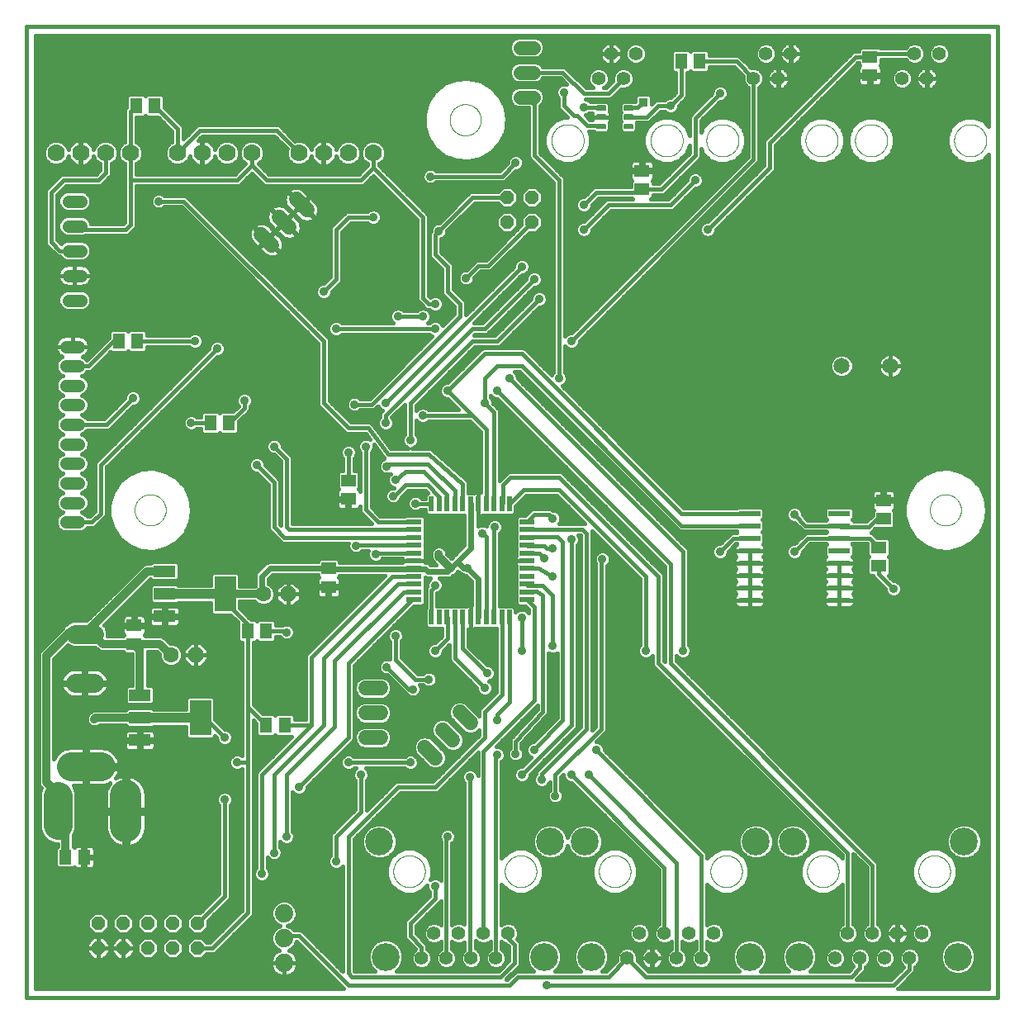
<source format=gbl>
G75*
%MOIN*%
%OFA0B0*%
%FSLAX25Y25*%
%IPPOS*%
%LPD*%
%AMOC8*
5,1,8,0,0,1.08239X$1,22.5*
%
%ADD10C,0.01600*%
%ADD11C,0.06300*%
%ADD12OC8,0.06300*%
%ADD13C,0.06000*%
%ADD14C,0.11811*%
%ADD15C,0.12661*%
%ADD16OC8,0.05600*%
%ADD17R,0.05906X0.01969*%
%ADD18R,0.01969X0.05906*%
%ADD19R,0.08799X0.04799*%
%ADD20R,0.08661X0.14173*%
%ADD21R,0.05906X0.05118*%
%ADD22R,0.05118X0.05906*%
%ADD23C,0.07800*%
%ADD24R,0.08661X0.02362*%
%ADD25C,0.06500*%
%ADD26C,0.05150*%
%ADD27C,0.07000*%
%ADD28C,0.05543*%
%ADD29C,0.11220*%
%ADD30C,0.00000*%
%ADD31C,0.07400*%
%ADD32R,0.05118X0.06299*%
%ADD33R,0.06299X0.05118*%
%ADD34C,0.00650*%
%ADD35C,0.05600*%
%ADD36C,0.03562*%
%ADD37C,0.03200*%
%ADD38C,0.04000*%
%ADD39R,0.03562X0.03562*%
%ADD40C,0.02400*%
D10*
X0001800Y0001800D02*
X0001800Y0393800D01*
X0393800Y0393800D01*
X0393800Y0001800D01*
X0001800Y0001800D01*
X0005400Y0005400D02*
X0005400Y0390200D01*
X0390200Y0390200D01*
X0390200Y0353554D01*
X0388050Y0355704D01*
X0384633Y0357120D01*
X0380935Y0357120D01*
X0377518Y0355704D01*
X0374903Y0353089D01*
X0373488Y0349673D01*
X0373488Y0345975D01*
X0374903Y0342558D01*
X0377518Y0339943D01*
X0380935Y0338528D01*
X0384633Y0338528D01*
X0388050Y0339943D01*
X0390200Y0342093D01*
X0390200Y0005400D01*
X0353653Y0005400D01*
X0354100Y0005847D01*
X0360600Y0012347D01*
X0360600Y0014129D01*
X0360720Y0014179D01*
X0361921Y0015380D01*
X0362572Y0016950D01*
X0362572Y0018650D01*
X0361921Y0020220D01*
X0360720Y0021421D01*
X0359150Y0022072D01*
X0357450Y0022072D01*
X0355880Y0021421D01*
X0354679Y0020220D01*
X0354028Y0018650D01*
X0354028Y0016950D01*
X0354679Y0015380D01*
X0355880Y0014179D01*
X0355913Y0014165D01*
X0350847Y0009100D01*
X0336853Y0009100D01*
X0337100Y0009347D01*
X0340600Y0012847D01*
X0340600Y0014129D01*
X0340720Y0014179D01*
X0341921Y0015380D01*
X0342572Y0016950D01*
X0342572Y0018650D01*
X0341921Y0020220D01*
X0340720Y0021421D01*
X0339150Y0022072D01*
X0337450Y0022072D01*
X0335880Y0021421D01*
X0334679Y0020220D01*
X0334028Y0018650D01*
X0334028Y0016950D01*
X0334679Y0015380D01*
X0335653Y0014406D01*
X0333847Y0012600D01*
X0318144Y0012600D01*
X0319828Y0014284D01*
X0320910Y0016897D01*
X0320910Y0019726D01*
X0319828Y0022339D01*
X0317828Y0024340D01*
X0315214Y0025422D01*
X0312386Y0025422D01*
X0309772Y0024340D01*
X0307772Y0022339D01*
X0306690Y0019726D01*
X0306690Y0016897D01*
X0307772Y0014284D01*
X0309456Y0012600D01*
X0298144Y0012600D01*
X0299828Y0014284D01*
X0300910Y0016897D01*
X0300910Y0019726D01*
X0299828Y0022339D01*
X0297828Y0024340D01*
X0295214Y0025422D01*
X0292386Y0025422D01*
X0289772Y0024340D01*
X0287772Y0022339D01*
X0286690Y0019726D01*
X0286690Y0016897D01*
X0287772Y0014284D01*
X0289456Y0012600D01*
X0252753Y0012600D01*
X0248522Y0016831D01*
X0248572Y0016950D01*
X0248572Y0018650D01*
X0247921Y0020220D01*
X0246720Y0021421D01*
X0245150Y0022072D01*
X0243450Y0022072D01*
X0241880Y0021421D01*
X0240679Y0020220D01*
X0240028Y0018650D01*
X0240028Y0016950D01*
X0240078Y0016831D01*
X0235847Y0012600D01*
X0234144Y0012600D01*
X0235828Y0014284D01*
X0236910Y0016897D01*
X0236910Y0019726D01*
X0235828Y0022339D01*
X0233828Y0024340D01*
X0231214Y0025422D01*
X0228386Y0025422D01*
X0225772Y0024340D01*
X0223772Y0022339D01*
X0222690Y0019726D01*
X0222690Y0016897D01*
X0223772Y0014284D01*
X0225456Y0012600D01*
X0215144Y0012600D01*
X0216828Y0014284D01*
X0217910Y0016897D01*
X0217910Y0019726D01*
X0216828Y0022339D01*
X0214828Y0024340D01*
X0212214Y0025422D01*
X0209386Y0025422D01*
X0206772Y0024340D01*
X0204772Y0022339D01*
X0203690Y0019726D01*
X0203690Y0016897D01*
X0204772Y0014284D01*
X0206456Y0012600D01*
X0199347Y0012600D01*
X0195847Y0009100D01*
X0195353Y0009100D01*
X0195600Y0009347D01*
X0195600Y0009347D01*
X0199753Y0013500D01*
X0201100Y0014847D01*
X0201100Y0024253D01*
X0199936Y0025416D01*
X0200572Y0026950D01*
X0200572Y0028650D01*
X0199921Y0030220D01*
X0198720Y0031421D01*
X0197150Y0032072D01*
X0195450Y0032072D01*
X0193880Y0031421D01*
X0193600Y0031141D01*
X0193600Y0047489D01*
X0196089Y0045001D01*
X0199470Y0043600D01*
X0203130Y0043600D01*
X0206511Y0045001D01*
X0209099Y0047589D01*
X0210500Y0050970D01*
X0210500Y0054630D01*
X0209099Y0058011D01*
X0206511Y0060599D01*
X0203130Y0062000D01*
X0199470Y0062000D01*
X0196089Y0060599D01*
X0193600Y0058111D01*
X0193600Y0096994D01*
X0193659Y0097018D01*
X0194582Y0097941D01*
X0195081Y0099147D01*
X0195081Y0100453D01*
X0194582Y0101659D01*
X0193659Y0102582D01*
X0192453Y0103081D01*
X0191334Y0103081D01*
X0207753Y0119500D01*
X0208000Y0119747D01*
X0208000Y0118195D01*
X0197638Y0106891D01*
X0197000Y0106253D01*
X0197000Y0106195D01*
X0196961Y0106152D01*
X0197000Y0105250D01*
X0197000Y0102640D01*
X0196518Y0102159D01*
X0196019Y0100953D01*
X0196019Y0099647D01*
X0196518Y0098441D01*
X0197441Y0097518D01*
X0198647Y0097019D01*
X0199953Y0097019D01*
X0201159Y0097518D01*
X0202082Y0098441D01*
X0202581Y0099647D01*
X0202581Y0100953D01*
X0202082Y0102159D01*
X0201600Y0102640D01*
X0201600Y0104405D01*
X0211962Y0115709D01*
X0212600Y0116347D01*
X0212600Y0116405D01*
X0212639Y0116448D01*
X0212600Y0117350D01*
X0212600Y0140953D01*
X0213647Y0140519D01*
X0214953Y0140519D01*
X0216000Y0140953D01*
X0216000Y0114753D01*
X0206328Y0105081D01*
X0206147Y0105081D01*
X0204941Y0104582D01*
X0204018Y0103659D01*
X0203519Y0102453D01*
X0203519Y0101147D01*
X0204018Y0099941D01*
X0204941Y0099018D01*
X0205524Y0098777D01*
X0201828Y0095081D01*
X0201147Y0095081D01*
X0199941Y0094582D01*
X0199018Y0093659D01*
X0198519Y0092453D01*
X0198519Y0091147D01*
X0199018Y0089941D01*
X0199941Y0089018D01*
X0201147Y0088519D01*
X0202453Y0088519D01*
X0203659Y0089018D01*
X0204582Y0089941D01*
X0205081Y0091147D01*
X0205081Y0091828D01*
X0222753Y0109500D01*
X0224100Y0110847D01*
X0224100Y0184460D01*
X0224582Y0184941D01*
X0225081Y0186147D01*
X0225081Y0187453D01*
X0224647Y0188500D01*
X0225347Y0188500D01*
X0225500Y0188347D01*
X0225500Y0111253D01*
X0207500Y0093253D01*
X0207500Y0092140D01*
X0207018Y0091659D01*
X0206519Y0090453D01*
X0206519Y0089147D01*
X0207018Y0087941D01*
X0207941Y0087018D01*
X0209147Y0086519D01*
X0210453Y0086519D01*
X0211659Y0087018D01*
X0212582Y0087941D01*
X0213000Y0088952D01*
X0213000Y0085640D01*
X0212518Y0085159D01*
X0212019Y0083953D01*
X0212019Y0082647D01*
X0212518Y0081441D01*
X0213441Y0080518D01*
X0214647Y0080019D01*
X0215953Y0080019D01*
X0217159Y0080518D01*
X0218082Y0081441D01*
X0218581Y0082647D01*
X0218581Y0083953D01*
X0218082Y0085159D01*
X0217600Y0085640D01*
X0217600Y0090847D01*
X0218519Y0091766D01*
X0218519Y0091147D01*
X0219018Y0089941D01*
X0219941Y0089018D01*
X0221147Y0088519D01*
X0221828Y0088519D01*
X0257000Y0053347D01*
X0257000Y0031471D01*
X0256880Y0031421D01*
X0255679Y0030220D01*
X0255028Y0028650D01*
X0255028Y0026950D01*
X0255679Y0025380D01*
X0256880Y0024179D01*
X0251720Y0024179D01*
X0252921Y0025380D01*
X0253572Y0026950D01*
X0253572Y0028650D01*
X0252921Y0030220D01*
X0251720Y0031421D01*
X0250150Y0032072D01*
X0248450Y0032072D01*
X0246880Y0031421D01*
X0245679Y0030220D01*
X0245028Y0028650D01*
X0245028Y0026950D01*
X0245679Y0025380D01*
X0246880Y0024179D01*
X0233988Y0024179D01*
X0235587Y0022581D02*
X0262000Y0022581D01*
X0262000Y0021471D02*
X0261880Y0021421D01*
X0260679Y0020220D01*
X0260028Y0018650D01*
X0260028Y0016950D01*
X0260679Y0015380D01*
X0261880Y0014179D01*
X0263450Y0013528D01*
X0265150Y0013528D01*
X0266720Y0014179D01*
X0267921Y0015380D01*
X0268572Y0016950D01*
X0268572Y0018650D01*
X0267921Y0020220D01*
X0266720Y0021421D01*
X0266600Y0021471D01*
X0266600Y0024459D01*
X0266880Y0024179D01*
X0266600Y0024179D01*
X0266880Y0024179D02*
X0268450Y0023528D01*
X0270150Y0023528D01*
X0271720Y0024179D01*
X0272000Y0024179D01*
X0272000Y0024459D02*
X0272000Y0021471D01*
X0271880Y0021421D01*
X0270679Y0020220D01*
X0270028Y0018650D01*
X0270028Y0016950D01*
X0270679Y0015380D01*
X0271880Y0014179D01*
X0273450Y0013528D01*
X0275150Y0013528D01*
X0276720Y0014179D01*
X0277921Y0015380D01*
X0278572Y0016950D01*
X0278572Y0018650D01*
X0277921Y0020220D01*
X0276720Y0021421D01*
X0276600Y0021471D01*
X0276600Y0024459D01*
X0276880Y0024179D01*
X0276600Y0024179D01*
X0276880Y0024179D02*
X0278450Y0023528D01*
X0280150Y0023528D01*
X0281720Y0024179D01*
X0289612Y0024179D01*
X0288013Y0022581D02*
X0276600Y0022581D01*
X0277159Y0020982D02*
X0287210Y0020982D01*
X0286690Y0019384D02*
X0278268Y0019384D01*
X0278572Y0017785D02*
X0286690Y0017785D01*
X0286984Y0016187D02*
X0278255Y0016187D01*
X0277129Y0014588D02*
X0287646Y0014588D01*
X0289067Y0012990D02*
X0252363Y0012990D01*
X0252545Y0013563D02*
X0253229Y0013341D01*
X0253940Y0013228D01*
X0254214Y0013228D01*
X0254214Y0017714D01*
X0254386Y0017714D01*
X0254386Y0017886D01*
X0258872Y0017886D01*
X0258872Y0018160D01*
X0258759Y0018871D01*
X0258537Y0019555D01*
X0258210Y0020196D01*
X0257787Y0020778D01*
X0257278Y0021287D01*
X0256696Y0021710D01*
X0256055Y0022037D01*
X0255371Y0022259D01*
X0254660Y0022372D01*
X0254386Y0022372D01*
X0254386Y0017886D01*
X0254214Y0017886D01*
X0254214Y0022372D01*
X0253940Y0022372D01*
X0253229Y0022259D01*
X0252545Y0022037D01*
X0251904Y0021710D01*
X0251322Y0021287D01*
X0250813Y0020778D01*
X0250390Y0020196D01*
X0250063Y0019555D01*
X0249841Y0018871D01*
X0249728Y0018160D01*
X0249728Y0017886D01*
X0254214Y0017886D01*
X0254214Y0017714D01*
X0249728Y0017714D01*
X0249728Y0017440D01*
X0249841Y0016729D01*
X0250063Y0016045D01*
X0250390Y0015404D01*
X0250813Y0014822D01*
X0251322Y0014313D01*
X0251904Y0013890D01*
X0252545Y0013563D01*
X0251047Y0014588D02*
X0250765Y0014588D01*
X0250017Y0016187D02*
X0249166Y0016187D01*
X0248572Y0017785D02*
X0254214Y0017785D01*
X0254386Y0017785D02*
X0260028Y0017785D01*
X0258872Y0017714D02*
X0254386Y0017714D01*
X0254386Y0013228D01*
X0254660Y0013228D01*
X0255371Y0013341D01*
X0256055Y0013563D01*
X0256696Y0013890D01*
X0257278Y0014313D01*
X0257787Y0014822D01*
X0258210Y0015404D01*
X0258537Y0016045D01*
X0258759Y0016729D01*
X0258872Y0017440D01*
X0258872Y0017714D01*
X0258583Y0016187D02*
X0260345Y0016187D01*
X0261471Y0014588D02*
X0257553Y0014588D01*
X0254386Y0014588D02*
X0254214Y0014588D01*
X0254214Y0016187D02*
X0254386Y0016187D01*
X0254386Y0019384D02*
X0254214Y0019384D01*
X0254214Y0020982D02*
X0254386Y0020982D01*
X0257583Y0020982D02*
X0261441Y0020982D01*
X0262000Y0021471D02*
X0262000Y0024459D01*
X0261720Y0024179D01*
X0262000Y0024179D01*
X0261720Y0024179D02*
X0260150Y0023528D01*
X0258450Y0023528D01*
X0256880Y0024179D01*
X0255514Y0025778D02*
X0253086Y0025778D01*
X0253572Y0027376D02*
X0255028Y0027376D01*
X0255163Y0028975D02*
X0253437Y0028975D01*
X0252568Y0030573D02*
X0256032Y0030573D01*
X0257000Y0032172D02*
X0193600Y0032172D01*
X0193600Y0033770D02*
X0257000Y0033770D01*
X0257000Y0035369D02*
X0193600Y0035369D01*
X0193600Y0036967D02*
X0257000Y0036967D01*
X0257000Y0038566D02*
X0193600Y0038566D01*
X0193600Y0040164D02*
X0257000Y0040164D01*
X0257000Y0041763D02*
X0193600Y0041763D01*
X0193600Y0043361D02*
X0257000Y0043361D01*
X0257000Y0044960D02*
X0244413Y0044960D01*
X0244511Y0045001D02*
X0247099Y0047589D01*
X0248500Y0050970D01*
X0248500Y0054630D01*
X0247099Y0058011D01*
X0244511Y0060599D01*
X0241130Y0062000D01*
X0237470Y0062000D01*
X0234089Y0060599D01*
X0231501Y0058011D01*
X0230100Y0054630D01*
X0230100Y0050970D01*
X0231501Y0047589D01*
X0234089Y0045001D01*
X0237470Y0043600D01*
X0241130Y0043600D01*
X0244511Y0045001D01*
X0246069Y0046558D02*
X0257000Y0046558D01*
X0257000Y0048157D02*
X0247335Y0048157D01*
X0247997Y0049755D02*
X0257000Y0049755D01*
X0257000Y0051354D02*
X0248500Y0051354D01*
X0248500Y0052952D02*
X0257000Y0052952D01*
X0255796Y0054551D02*
X0248500Y0054551D01*
X0247871Y0056149D02*
X0254198Y0056149D01*
X0252599Y0057748D02*
X0247209Y0057748D01*
X0245764Y0059346D02*
X0251001Y0059346D01*
X0249402Y0060945D02*
X0243677Y0060945D01*
X0246205Y0064142D02*
X0234410Y0064142D01*
X0234410Y0063386D02*
X0234410Y0066214D01*
X0233328Y0068828D01*
X0231328Y0070828D01*
X0228714Y0071910D01*
X0225886Y0071910D01*
X0223272Y0070828D01*
X0221272Y0068828D01*
X0220300Y0066480D01*
X0219328Y0068828D01*
X0217328Y0070828D01*
X0214714Y0071910D01*
X0211886Y0071910D01*
X0209272Y0070828D01*
X0207272Y0068828D01*
X0206190Y0066214D01*
X0206190Y0063386D01*
X0207272Y0060772D01*
X0209272Y0058772D01*
X0211886Y0057690D01*
X0214714Y0057690D01*
X0217328Y0058772D01*
X0219328Y0060772D01*
X0220300Y0063120D01*
X0221272Y0060772D01*
X0223272Y0058772D01*
X0225886Y0057690D01*
X0228714Y0057690D01*
X0231328Y0058772D01*
X0233328Y0060772D01*
X0234410Y0063386D01*
X0234061Y0062543D02*
X0247804Y0062543D01*
X0244607Y0065740D02*
X0234410Y0065740D01*
X0233944Y0067339D02*
X0243008Y0067339D01*
X0241410Y0068937D02*
X0233218Y0068937D01*
X0231619Y0070536D02*
X0239811Y0070536D01*
X0238213Y0072134D02*
X0193600Y0072134D01*
X0193600Y0070536D02*
X0208981Y0070536D01*
X0207382Y0068937D02*
X0193600Y0068937D01*
X0193600Y0067339D02*
X0206656Y0067339D01*
X0206190Y0065740D02*
X0193600Y0065740D01*
X0193600Y0064142D02*
X0206190Y0064142D01*
X0206539Y0062543D02*
X0193600Y0062543D01*
X0193600Y0060945D02*
X0196923Y0060945D01*
X0194836Y0059346D02*
X0193600Y0059346D01*
X0205677Y0060945D02*
X0207201Y0060945D01*
X0207764Y0059346D02*
X0208698Y0059346D01*
X0209209Y0057748D02*
X0211745Y0057748D01*
X0209871Y0056149D02*
X0230729Y0056149D01*
X0230100Y0054551D02*
X0210500Y0054551D01*
X0210500Y0052952D02*
X0230100Y0052952D01*
X0230100Y0051354D02*
X0210500Y0051354D01*
X0209997Y0049755D02*
X0230603Y0049755D01*
X0231265Y0048157D02*
X0209335Y0048157D01*
X0208069Y0046558D02*
X0232531Y0046558D01*
X0234187Y0044960D02*
X0206413Y0044960D01*
X0196187Y0044960D02*
X0193600Y0044960D01*
X0193600Y0046558D02*
X0194531Y0046558D01*
X0178500Y0046558D02*
X0173600Y0046558D01*
X0173600Y0044960D02*
X0178500Y0044960D01*
X0178500Y0043361D02*
X0173600Y0043361D01*
X0173600Y0041763D02*
X0178500Y0041763D01*
X0178500Y0040164D02*
X0173600Y0040164D01*
X0173600Y0038566D02*
X0178500Y0038566D01*
X0178500Y0036967D02*
X0173600Y0036967D01*
X0173600Y0035369D02*
X0178500Y0035369D01*
X0178500Y0033770D02*
X0173600Y0033770D01*
X0173600Y0032172D02*
X0178500Y0032172D01*
X0178500Y0031512D02*
X0177150Y0032072D01*
X0175450Y0032072D01*
X0173880Y0031421D01*
X0173600Y0031141D01*
X0173600Y0063994D01*
X0173659Y0064018D01*
X0174582Y0064941D01*
X0175081Y0066147D01*
X0175081Y0067453D01*
X0174582Y0068659D01*
X0173659Y0069582D01*
X0172453Y0070081D01*
X0171147Y0070081D01*
X0169941Y0069582D01*
X0169018Y0068659D01*
X0168519Y0067453D01*
X0168519Y0066147D01*
X0169000Y0064986D01*
X0169000Y0049240D01*
X0168659Y0049582D01*
X0167453Y0050081D01*
X0166147Y0050081D01*
X0164941Y0049582D01*
X0164913Y0049553D01*
X0165500Y0050970D01*
X0165500Y0054630D01*
X0164099Y0058011D01*
X0161511Y0060599D01*
X0158130Y0062000D01*
X0154470Y0062000D01*
X0151089Y0060599D01*
X0148501Y0058011D01*
X0147100Y0054630D01*
X0147100Y0050970D01*
X0148501Y0047589D01*
X0151089Y0045001D01*
X0154470Y0043600D01*
X0158130Y0043600D01*
X0161511Y0045001D01*
X0163519Y0047008D01*
X0163519Y0046147D01*
X0164018Y0044941D01*
X0164500Y0044460D01*
X0164500Y0042753D01*
X0154500Y0032753D01*
X0154500Y0025847D01*
X0155847Y0024500D01*
X0158913Y0021435D01*
X0158880Y0021421D01*
X0157679Y0020220D01*
X0157028Y0018650D01*
X0157028Y0016950D01*
X0157679Y0015380D01*
X0158880Y0014179D01*
X0160450Y0013528D01*
X0162150Y0013528D01*
X0163720Y0014179D01*
X0164921Y0015380D01*
X0165572Y0016950D01*
X0165572Y0018650D01*
X0164921Y0020220D01*
X0163720Y0021421D01*
X0163600Y0021471D01*
X0163600Y0023253D01*
X0159100Y0027753D01*
X0159100Y0030847D01*
X0167753Y0039500D01*
X0169000Y0040747D01*
X0169000Y0031141D01*
X0168720Y0031421D01*
X0167150Y0032072D01*
X0165450Y0032072D01*
X0163880Y0031421D01*
X0162679Y0030220D01*
X0162028Y0028650D01*
X0162028Y0026950D01*
X0162679Y0025380D01*
X0163880Y0024179D01*
X0162674Y0024179D01*
X0163880Y0024179D02*
X0165450Y0023528D01*
X0167150Y0023528D01*
X0168720Y0024179D01*
X0169000Y0024179D01*
X0169000Y0024459D02*
X0169000Y0021471D01*
X0168880Y0021421D01*
X0167679Y0020220D01*
X0167028Y0018650D01*
X0167028Y0016950D01*
X0167679Y0015380D01*
X0168880Y0014179D01*
X0170450Y0013528D01*
X0172150Y0013528D01*
X0173720Y0014179D01*
X0174921Y0015380D01*
X0175572Y0016950D01*
X0175572Y0018650D01*
X0174921Y0020220D01*
X0173720Y0021421D01*
X0173600Y0021471D01*
X0173600Y0024459D01*
X0173880Y0024179D01*
X0173600Y0024179D01*
X0173880Y0024179D02*
X0175450Y0023528D01*
X0177150Y0023528D01*
X0178500Y0024088D01*
X0178500Y0021041D01*
X0177679Y0020220D01*
X0177028Y0018650D01*
X0177028Y0016950D01*
X0177679Y0015380D01*
X0178880Y0014179D01*
X0180450Y0013528D01*
X0182150Y0013528D01*
X0183720Y0014179D01*
X0184921Y0015380D01*
X0185572Y0016950D01*
X0185572Y0018650D01*
X0184921Y0020220D01*
X0183720Y0021421D01*
X0183100Y0021678D01*
X0183100Y0024959D01*
X0183880Y0024179D01*
X0183100Y0024179D01*
X0183880Y0024179D02*
X0185450Y0023528D01*
X0187150Y0023528D01*
X0188720Y0024179D01*
X0189000Y0024179D01*
X0189000Y0024459D02*
X0189000Y0021471D01*
X0188880Y0021421D01*
X0187679Y0020220D01*
X0187028Y0018650D01*
X0187028Y0016950D01*
X0187679Y0015380D01*
X0188880Y0014179D01*
X0190450Y0013528D01*
X0192150Y0013528D01*
X0193720Y0014179D01*
X0194921Y0015380D01*
X0195572Y0016950D01*
X0195572Y0018650D01*
X0194921Y0020220D01*
X0193720Y0021421D01*
X0193600Y0021471D01*
X0193600Y0024459D01*
X0193880Y0024179D01*
X0193600Y0024179D01*
X0193880Y0024179D02*
X0195226Y0023621D01*
X0196500Y0022347D01*
X0196500Y0016753D01*
X0192347Y0012600D01*
X0151144Y0012600D01*
X0152828Y0014284D01*
X0153910Y0016897D01*
X0153910Y0019726D01*
X0152828Y0022339D01*
X0150828Y0024340D01*
X0148214Y0025422D01*
X0145386Y0025422D01*
X0142772Y0024340D01*
X0140772Y0022339D01*
X0139690Y0019726D01*
X0139690Y0016897D01*
X0140772Y0014284D01*
X0142456Y0012600D01*
X0134253Y0012600D01*
X0134100Y0012753D01*
X0134100Y0065847D01*
X0152753Y0084500D01*
X0167753Y0084500D01*
X0184000Y0100747D01*
X0184000Y0091648D01*
X0183582Y0092659D01*
X0182659Y0093582D01*
X0181453Y0094081D01*
X0180147Y0094081D01*
X0178941Y0093582D01*
X0178018Y0092659D01*
X0177519Y0091453D01*
X0177519Y0090147D01*
X0178018Y0088941D01*
X0178500Y0088460D01*
X0178500Y0031512D01*
X0186300Y0027800D02*
X0186300Y0101300D01*
X0206800Y0121800D01*
X0206800Y0159516D01*
X0203899Y0162416D01*
X0203131Y0159932D02*
X0204500Y0158563D01*
X0204500Y0157240D01*
X0203659Y0158082D01*
X0202453Y0158581D01*
X0201147Y0158581D01*
X0199941Y0158082D01*
X0199297Y0157437D01*
X0199297Y0158904D01*
X0198418Y0159783D01*
X0192813Y0159783D01*
X0192813Y0189173D01*
X0193582Y0189941D01*
X0194081Y0191147D01*
X0194081Y0192453D01*
X0193582Y0193659D01*
X0192659Y0194582D01*
X0191453Y0195081D01*
X0190147Y0195081D01*
X0188941Y0194582D01*
X0188018Y0193659D01*
X0187519Y0192453D01*
X0187519Y0192139D01*
X0186453Y0192581D01*
X0185147Y0192581D01*
X0184000Y0192106D01*
X0184000Y0196246D01*
X0184214Y0196246D01*
X0184214Y0200999D01*
X0184214Y0200999D01*
X0184214Y0196246D01*
X0185435Y0196246D01*
X0185893Y0196369D01*
X0186200Y0196546D01*
X0198418Y0196546D01*
X0199297Y0197425D01*
X0199297Y0200231D01*
X0203566Y0204500D01*
X0215847Y0204500D01*
X0227247Y0193100D01*
X0225347Y0193100D01*
X0216740Y0193100D01*
X0217082Y0193441D01*
X0217581Y0194647D01*
X0217581Y0195953D01*
X0217082Y0197159D01*
X0216159Y0198082D01*
X0214953Y0198581D01*
X0214272Y0198581D01*
X0213753Y0199100D01*
X0205847Y0199100D01*
X0203144Y0196397D01*
X0200325Y0196397D01*
X0199446Y0195518D01*
X0199446Y0180151D01*
X0199269Y0179843D01*
X0199146Y0179386D01*
X0199146Y0178165D01*
X0203899Y0178165D01*
X0203899Y0178164D01*
X0199146Y0178164D01*
X0199146Y0176943D01*
X0199269Y0176485D01*
X0199446Y0176178D01*
X0199446Y0160811D01*
X0200325Y0159932D01*
X0203131Y0159932D01*
X0202759Y0158454D02*
X0204500Y0158454D01*
X0200841Y0158454D02*
X0199297Y0158454D01*
X0200205Y0160053D02*
X0192813Y0160053D01*
X0192813Y0161651D02*
X0199446Y0161651D01*
X0199446Y0163250D02*
X0192813Y0163250D01*
X0192813Y0164848D02*
X0199446Y0164848D01*
X0199446Y0166447D02*
X0192813Y0166447D01*
X0192813Y0168045D02*
X0199446Y0168045D01*
X0199446Y0169644D02*
X0192813Y0169644D01*
X0192813Y0171242D02*
X0199446Y0171242D01*
X0199446Y0172841D02*
X0192813Y0172841D01*
X0192813Y0174439D02*
X0199446Y0174439D01*
X0199446Y0176038D02*
X0192813Y0176038D01*
X0192813Y0177636D02*
X0199146Y0177636D01*
X0199146Y0179235D02*
X0192813Y0179235D01*
X0192813Y0180833D02*
X0199446Y0180833D01*
X0199446Y0182432D02*
X0192813Y0182432D01*
X0192813Y0184030D02*
X0199446Y0184030D01*
X0199446Y0185629D02*
X0192813Y0185629D01*
X0192813Y0187227D02*
X0199446Y0187227D01*
X0199446Y0188826D02*
X0192813Y0188826D01*
X0193782Y0190424D02*
X0199446Y0190424D01*
X0199446Y0192023D02*
X0194081Y0192023D01*
X0193597Y0193621D02*
X0199446Y0193621D01*
X0199446Y0195220D02*
X0184000Y0195220D01*
X0184000Y0193621D02*
X0188003Y0193621D01*
X0190513Y0191513D02*
X0190800Y0191800D01*
X0190513Y0191513D02*
X0190513Y0155330D01*
X0187364Y0155330D02*
X0187364Y0187736D01*
X0185800Y0189300D01*
X0178600Y0188826D02*
X0162683Y0188826D01*
X0162683Y0190424D02*
X0178600Y0190424D01*
X0178600Y0192023D02*
X0162683Y0192023D01*
X0162683Y0193621D02*
X0178600Y0193621D01*
X0178600Y0195220D02*
X0162683Y0195220D01*
X0162683Y0195518D02*
X0161804Y0196397D01*
X0154656Y0196397D01*
X0154471Y0196212D01*
X0144640Y0196212D01*
X0141100Y0199753D01*
X0141100Y0221960D01*
X0141582Y0222441D01*
X0142081Y0223647D01*
X0142081Y0224953D01*
X0142028Y0225080D01*
X0145500Y0220524D01*
X0145500Y0220347D01*
X0146064Y0219783D01*
X0146321Y0219446D01*
X0145441Y0219082D01*
X0144518Y0218159D01*
X0144019Y0216953D01*
X0144019Y0215647D01*
X0144518Y0214441D01*
X0145441Y0213518D01*
X0146647Y0213019D01*
X0147953Y0213019D01*
X0148680Y0213320D01*
X0148018Y0212659D01*
X0147519Y0211453D01*
X0147519Y0210147D01*
X0148018Y0208941D01*
X0148941Y0208018D01*
X0149997Y0207581D01*
X0149147Y0207581D01*
X0147941Y0207082D01*
X0147018Y0206159D01*
X0146519Y0204953D01*
X0146519Y0203647D01*
X0147018Y0202441D01*
X0147941Y0201518D01*
X0149147Y0201019D01*
X0150453Y0201019D01*
X0151659Y0201518D01*
X0152582Y0202441D01*
X0153081Y0203647D01*
X0153081Y0203828D01*
X0155753Y0206500D01*
X0162847Y0206500D01*
X0163895Y0205452D01*
X0163711Y0205452D01*
X0162832Y0204573D01*
X0162832Y0203299D01*
X0161441Y0203299D01*
X0160659Y0204082D01*
X0159453Y0204581D01*
X0158147Y0204581D01*
X0156941Y0204082D01*
X0156018Y0203159D01*
X0155519Y0201953D01*
X0155519Y0200647D01*
X0156018Y0199441D01*
X0156941Y0198518D01*
X0158147Y0198019D01*
X0159453Y0198019D01*
X0160659Y0198518D01*
X0160839Y0198699D01*
X0162832Y0198699D01*
X0162832Y0197425D01*
X0163711Y0196546D01*
X0178600Y0196546D01*
X0178600Y0184418D01*
X0174271Y0180089D01*
X0174271Y0180089D01*
X0173333Y0179151D01*
X0171581Y0180903D01*
X0171581Y0181453D01*
X0171082Y0182659D01*
X0170159Y0183582D01*
X0168953Y0184081D01*
X0167647Y0184081D01*
X0166441Y0183582D01*
X0165518Y0182659D01*
X0165019Y0181453D01*
X0165019Y0180147D01*
X0165200Y0179710D01*
X0165200Y0179183D01*
X0165672Y0178044D01*
X0167216Y0176500D01*
X0164918Y0176500D01*
X0164329Y0177089D01*
X0163337Y0177500D01*
X0162983Y0177500D01*
X0162983Y0178164D01*
X0158230Y0178164D01*
X0158230Y0178165D01*
X0162983Y0178165D01*
X0162983Y0179386D01*
X0162860Y0179843D01*
X0162683Y0180151D01*
X0162683Y0195518D01*
X0163439Y0196818D02*
X0144034Y0196818D01*
X0142436Y0198417D02*
X0157186Y0198417D01*
X0155781Y0200015D02*
X0141100Y0200015D01*
X0141100Y0201614D02*
X0147846Y0201614D01*
X0146699Y0203212D02*
X0141100Y0203212D01*
X0141100Y0204811D02*
X0146519Y0204811D01*
X0147269Y0206409D02*
X0141100Y0206409D01*
X0141100Y0208008D02*
X0148967Y0208008D01*
X0147743Y0209606D02*
X0141100Y0209606D01*
X0141100Y0211205D02*
X0147519Y0211205D01*
X0148163Y0212803D02*
X0141100Y0212803D01*
X0141100Y0214402D02*
X0144558Y0214402D01*
X0144019Y0216001D02*
X0141100Y0216001D01*
X0141100Y0217599D02*
X0144287Y0217599D01*
X0145721Y0219198D02*
X0141100Y0219198D01*
X0141100Y0220796D02*
X0145292Y0220796D01*
X0144075Y0222395D02*
X0141535Y0222395D01*
X0142081Y0223993D02*
X0142857Y0223993D01*
X0140432Y0227175D02*
X0139453Y0227581D01*
X0138147Y0227581D01*
X0136941Y0227082D01*
X0136018Y0226159D01*
X0135519Y0224953D01*
X0135519Y0223647D01*
X0136018Y0222441D01*
X0136500Y0221960D01*
X0136500Y0206053D01*
X0136430Y0206314D01*
X0136193Y0206724D01*
X0135905Y0207012D01*
X0136253Y0207360D01*
X0136253Y0213721D01*
X0135374Y0214599D01*
X0134100Y0214599D01*
X0134100Y0219460D01*
X0134582Y0219941D01*
X0135081Y0221147D01*
X0135081Y0222453D01*
X0134582Y0223659D01*
X0133659Y0224582D01*
X0132453Y0225081D01*
X0131147Y0225081D01*
X0129941Y0224582D01*
X0129018Y0223659D01*
X0128519Y0222453D01*
X0128519Y0221147D01*
X0129018Y0219941D01*
X0129500Y0219460D01*
X0129500Y0214599D01*
X0128226Y0214599D01*
X0127347Y0213721D01*
X0127347Y0207360D01*
X0127695Y0207012D01*
X0127407Y0206724D01*
X0127170Y0206314D01*
X0127047Y0205856D01*
X0127047Y0203539D01*
X0131320Y0203539D01*
X0131320Y0202580D01*
X0127047Y0202580D01*
X0127047Y0200264D01*
X0127170Y0199806D01*
X0127407Y0199396D01*
X0127742Y0199060D01*
X0128152Y0198823D01*
X0128610Y0198701D01*
X0131320Y0198701D01*
X0131320Y0202580D01*
X0132280Y0202580D01*
X0132280Y0198701D01*
X0134990Y0198701D01*
X0135448Y0198823D01*
X0135858Y0199060D01*
X0136193Y0199396D01*
X0136430Y0199806D01*
X0136500Y0200067D01*
X0136500Y0197847D01*
X0137847Y0196500D01*
X0141284Y0193063D01*
X0109100Y0193063D01*
X0109100Y0220253D01*
X0105081Y0224272D01*
X0105081Y0224953D01*
X0104582Y0226159D01*
X0103659Y0227082D01*
X0102453Y0227581D01*
X0101147Y0227581D01*
X0099941Y0227082D01*
X0099018Y0226159D01*
X0098519Y0224953D01*
X0098519Y0223647D01*
X0099018Y0222441D01*
X0099941Y0221518D01*
X0101147Y0221019D01*
X0101828Y0221019D01*
X0104500Y0218347D01*
X0104500Y0192353D01*
X0104100Y0192753D01*
X0104100Y0210753D01*
X0098081Y0216772D01*
X0098081Y0217453D01*
X0097582Y0218659D01*
X0096659Y0219582D01*
X0095453Y0220081D01*
X0094147Y0220081D01*
X0092941Y0219582D01*
X0092018Y0218659D01*
X0091519Y0217453D01*
X0091519Y0216147D01*
X0092018Y0214941D01*
X0092941Y0214018D01*
X0094147Y0213519D01*
X0094828Y0213519D01*
X0099500Y0208847D01*
X0099500Y0190847D01*
X0100847Y0189500D01*
X0105034Y0185313D01*
X0131668Y0185313D01*
X0131519Y0184953D01*
X0131519Y0183647D01*
X0132018Y0182441D01*
X0132941Y0181518D01*
X0134147Y0181019D01*
X0135453Y0181019D01*
X0136659Y0181518D01*
X0137304Y0182164D01*
X0139813Y0182164D01*
X0139519Y0181453D01*
X0139519Y0180147D01*
X0140018Y0178941D01*
X0140941Y0178018D01*
X0142147Y0177519D01*
X0143453Y0177519D01*
X0144659Y0178018D01*
X0145582Y0178941D01*
X0145612Y0179014D01*
X0153477Y0179014D01*
X0153477Y0178165D01*
X0158230Y0178165D01*
X0158230Y0178164D01*
X0153477Y0178164D01*
X0153477Y0177500D01*
X0128253Y0177500D01*
X0128253Y0178221D01*
X0127374Y0179099D01*
X0120226Y0179099D01*
X0119347Y0178221D01*
X0119347Y0177740D01*
X0099503Y0177740D01*
X0098511Y0177329D01*
X0095271Y0174089D01*
X0094511Y0173329D01*
X0094100Y0172337D01*
X0094100Y0167856D01*
X0093030Y0167884D01*
X0092991Y0167900D01*
X0092415Y0167900D01*
X0091839Y0167915D01*
X0091800Y0167900D01*
X0087831Y0167900D01*
X0087831Y0172508D01*
X0086953Y0173387D01*
X0077049Y0173387D01*
X0076170Y0172508D01*
X0076170Y0168300D01*
X0063020Y0168300D01*
X0062620Y0168700D01*
X0052578Y0168700D01*
X0051700Y0167821D01*
X0051700Y0161779D01*
X0052578Y0160900D01*
X0062620Y0160900D01*
X0063020Y0161300D01*
X0076170Y0161300D01*
X0076170Y0157092D01*
X0077049Y0156213D01*
X0084134Y0156213D01*
X0087001Y0153347D01*
X0087001Y0146029D01*
X0087879Y0145150D01*
X0088760Y0145150D01*
X0088760Y0099480D01*
X0088659Y0099582D01*
X0087453Y0100081D01*
X0086147Y0100081D01*
X0084941Y0099582D01*
X0084018Y0098659D01*
X0083519Y0097453D01*
X0083519Y0096147D01*
X0084018Y0094941D01*
X0084941Y0094018D01*
X0086147Y0093519D01*
X0087453Y0093519D01*
X0088659Y0094018D01*
X0088760Y0094120D01*
X0088760Y0037013D01*
X0075847Y0024100D01*
X0074581Y0024100D01*
X0072581Y0026100D01*
X0069019Y0026100D01*
X0066500Y0023581D01*
X0066500Y0020019D01*
X0069019Y0017500D01*
X0072581Y0017500D01*
X0074581Y0019500D01*
X0077753Y0019500D01*
X0079100Y0020847D01*
X0092013Y0033760D01*
X0093360Y0035107D01*
X0093360Y0113747D01*
X0094501Y0112606D01*
X0094501Y0108029D01*
X0095379Y0107150D01*
X0101740Y0107150D01*
X0102300Y0107710D01*
X0102860Y0107150D01*
X0108898Y0107150D01*
X0095847Y0094100D01*
X0094500Y0092753D01*
X0094500Y0054140D01*
X0094018Y0053659D01*
X0093519Y0052453D01*
X0093519Y0051147D01*
X0094018Y0049941D01*
X0094941Y0049018D01*
X0096147Y0048519D01*
X0097453Y0048519D01*
X0098659Y0049018D01*
X0099582Y0049941D01*
X0100081Y0051147D01*
X0100081Y0052453D01*
X0099582Y0053659D01*
X0099100Y0054140D01*
X0099100Y0058360D01*
X0099941Y0057518D01*
X0101147Y0057019D01*
X0102453Y0057019D01*
X0103659Y0057518D01*
X0104582Y0058441D01*
X0105081Y0059647D01*
X0105081Y0060953D01*
X0104582Y0062159D01*
X0104100Y0062640D01*
X0104100Y0064860D01*
X0104941Y0064018D01*
X0106147Y0063519D01*
X0107453Y0063519D01*
X0108659Y0064018D01*
X0109582Y0064941D01*
X0110081Y0066147D01*
X0110081Y0067453D01*
X0109582Y0068659D01*
X0109100Y0069140D01*
X0109100Y0084860D01*
X0109941Y0084018D01*
X0111147Y0083519D01*
X0112453Y0083519D01*
X0113659Y0084018D01*
X0114582Y0084941D01*
X0115081Y0086147D01*
X0115081Y0086828D01*
X0132753Y0104500D01*
X0134100Y0105847D01*
X0134100Y0135847D01*
X0158185Y0159932D01*
X0161804Y0159932D01*
X0162683Y0160811D01*
X0162683Y0171340D01*
X0163263Y0171100D01*
X0164986Y0171100D01*
X0164941Y0171082D01*
X0164018Y0170159D01*
X0163519Y0168953D01*
X0163519Y0167772D01*
X0163000Y0167253D01*
X0163000Y0159072D01*
X0162832Y0158904D01*
X0162832Y0151756D01*
X0163711Y0150877D01*
X0169500Y0150877D01*
X0169500Y0147753D01*
X0166828Y0145081D01*
X0166147Y0145081D01*
X0164941Y0144582D01*
X0164018Y0143659D01*
X0163519Y0142453D01*
X0163519Y0141147D01*
X0164018Y0139941D01*
X0164941Y0139018D01*
X0166147Y0138519D01*
X0167453Y0138519D01*
X0168659Y0139018D01*
X0169582Y0139941D01*
X0170081Y0141147D01*
X0170081Y0141828D01*
X0172465Y0144213D01*
X0172465Y0137882D01*
X0183519Y0126828D01*
X0183519Y0126147D01*
X0184018Y0124941D01*
X0184941Y0124018D01*
X0186147Y0123519D01*
X0187453Y0123519D01*
X0188659Y0124018D01*
X0189582Y0124941D01*
X0190081Y0126147D01*
X0190081Y0127453D01*
X0189582Y0128659D01*
X0188659Y0129582D01*
X0188631Y0129593D01*
X0189659Y0130018D01*
X0190582Y0130941D01*
X0191081Y0132147D01*
X0191081Y0133453D01*
X0190582Y0134659D01*
X0189659Y0135582D01*
X0188453Y0136081D01*
X0187772Y0136081D01*
X0180215Y0143638D01*
X0180215Y0150577D01*
X0181064Y0150577D01*
X0181064Y0155330D01*
X0181064Y0160083D01*
X0179843Y0160083D01*
X0179385Y0159960D01*
X0179078Y0159783D01*
X0167600Y0159783D01*
X0167600Y0165080D01*
X0168659Y0165518D01*
X0169582Y0166441D01*
X0170081Y0167647D01*
X0170081Y0168953D01*
X0169582Y0170159D01*
X0168659Y0171082D01*
X0168614Y0171100D01*
X0172337Y0171100D01*
X0173329Y0171511D01*
X0173840Y0172022D01*
X0174806Y0172422D01*
X0175678Y0173294D01*
X0175915Y0173866D01*
X0176771Y0173011D01*
X0177763Y0172600D01*
X0177860Y0172600D01*
X0177941Y0172518D01*
X0179147Y0172019D01*
X0179263Y0172019D01*
X0181514Y0169768D01*
X0181514Y0160083D01*
X0181065Y0160083D01*
X0181065Y0155330D01*
X0181064Y0155330D01*
X0181065Y0155330D01*
X0181065Y0150577D01*
X0182286Y0150577D01*
X0182743Y0150700D01*
X0183051Y0150877D01*
X0191500Y0150877D01*
X0191500Y0125253D01*
X0184500Y0118253D01*
X0184500Y0115606D01*
X0179299Y0120807D01*
X0177645Y0121492D01*
X0175855Y0121492D01*
X0174201Y0120807D01*
X0172935Y0119541D01*
X0172250Y0117887D01*
X0172250Y0116097D01*
X0172935Y0114443D01*
X0178443Y0108935D01*
X0180097Y0108250D01*
X0181887Y0108250D01*
X0183541Y0108935D01*
X0184500Y0109893D01*
X0184500Y0107753D01*
X0165847Y0089100D01*
X0150847Y0089100D01*
X0149500Y0087753D01*
X0139100Y0077353D01*
X0139100Y0089460D01*
X0139582Y0089941D01*
X0140081Y0091147D01*
X0140081Y0092453D01*
X0139582Y0093659D01*
X0138740Y0094500D01*
X0154460Y0094500D01*
X0154941Y0094018D01*
X0156147Y0093519D01*
X0157453Y0093519D01*
X0158659Y0094018D01*
X0159582Y0094941D01*
X0160081Y0096147D01*
X0160081Y0097453D01*
X0159582Y0098659D01*
X0158659Y0099582D01*
X0157453Y0100081D01*
X0156147Y0100081D01*
X0154941Y0099582D01*
X0154460Y0099100D01*
X0134140Y0099100D01*
X0133659Y0099582D01*
X0132453Y0100081D01*
X0131147Y0100081D01*
X0129941Y0099582D01*
X0129018Y0098659D01*
X0128519Y0097453D01*
X0128519Y0096147D01*
X0129018Y0094941D01*
X0129941Y0094018D01*
X0131147Y0093519D01*
X0132453Y0093519D01*
X0133659Y0094018D01*
X0134140Y0094500D01*
X0134860Y0094500D01*
X0134018Y0093659D01*
X0133519Y0092453D01*
X0133519Y0091147D01*
X0134018Y0089941D01*
X0134500Y0089460D01*
X0134500Y0077753D01*
X0124500Y0067753D01*
X0124500Y0059140D01*
X0124018Y0058659D01*
X0123519Y0057453D01*
X0123519Y0056147D01*
X0124018Y0054941D01*
X0124941Y0054018D01*
X0126147Y0053519D01*
X0127453Y0053519D01*
X0128659Y0054018D01*
X0129500Y0054860D01*
X0129500Y0012353D01*
X0112753Y0029100D01*
X0109854Y0029100D01*
X0108746Y0030208D01*
X0107317Y0030800D01*
X0108746Y0031392D01*
X0110208Y0032854D01*
X0111000Y0034766D01*
X0111000Y0036834D01*
X0110208Y0038746D01*
X0108746Y0040208D01*
X0106834Y0041000D01*
X0104766Y0041000D01*
X0102854Y0040208D01*
X0101392Y0038746D01*
X0100600Y0036834D01*
X0100600Y0034766D01*
X0101392Y0032854D01*
X0102854Y0031392D01*
X0104283Y0030800D01*
X0102854Y0030208D01*
X0101392Y0028746D01*
X0100600Y0026834D01*
X0100600Y0024766D01*
X0101392Y0022854D01*
X0102854Y0021392D01*
X0103890Y0020963D01*
X0103689Y0020897D01*
X0102917Y0020504D01*
X0102217Y0019995D01*
X0101605Y0019383D01*
X0101096Y0018683D01*
X0100703Y0017911D01*
X0100435Y0017088D01*
X0100300Y0016233D01*
X0100300Y0015800D01*
X0105800Y0015800D01*
X0111300Y0015800D01*
X0111300Y0016233D01*
X0111165Y0017088D01*
X0110897Y0017911D01*
X0110504Y0018683D01*
X0109995Y0019383D01*
X0109383Y0019995D01*
X0108683Y0020504D01*
X0107911Y0020897D01*
X0107710Y0020963D01*
X0108746Y0021392D01*
X0110208Y0022854D01*
X0110877Y0024470D01*
X0129947Y0005400D01*
X0005400Y0005400D01*
X0005400Y0006596D02*
X0128752Y0006596D01*
X0127153Y0008194D02*
X0005400Y0008194D01*
X0005400Y0009793D02*
X0125555Y0009793D01*
X0123956Y0011391D02*
X0109089Y0011391D01*
X0109383Y0011605D02*
X0109995Y0012217D01*
X0110504Y0012917D01*
X0110897Y0013689D01*
X0111165Y0014512D01*
X0111300Y0015367D01*
X0111300Y0015800D01*
X0105800Y0015800D01*
X0105800Y0015800D01*
X0105800Y0010300D01*
X0106233Y0010300D01*
X0107088Y0010435D01*
X0107911Y0010703D01*
X0108683Y0011096D01*
X0109383Y0011605D01*
X0110541Y0012990D02*
X0122358Y0012990D01*
X0120759Y0014588D02*
X0111177Y0014588D01*
X0111300Y0016187D02*
X0119161Y0016187D01*
X0117562Y0017785D02*
X0110938Y0017785D01*
X0109995Y0019384D02*
X0115964Y0019384D01*
X0114365Y0020982D02*
X0107757Y0020982D01*
X0109935Y0022581D02*
X0112767Y0022581D01*
X0111168Y0024179D02*
X0110757Y0024179D01*
X0111800Y0026800D02*
X0106800Y0026800D01*
X0105800Y0025800D01*
X0100600Y0025778D02*
X0084030Y0025778D01*
X0082432Y0024179D02*
X0100843Y0024179D01*
X0101665Y0022581D02*
X0080833Y0022581D01*
X0079235Y0020982D02*
X0103843Y0020982D01*
X0101605Y0019384D02*
X0074465Y0019384D01*
X0072866Y0017785D02*
X0100662Y0017785D01*
X0100300Y0016187D02*
X0005400Y0016187D01*
X0005400Y0017785D02*
X0028309Y0017785D01*
X0028895Y0017200D02*
X0030700Y0017200D01*
X0030700Y0021700D01*
X0030900Y0021700D01*
X0030900Y0021900D01*
X0035400Y0021900D01*
X0035400Y0023705D01*
X0032705Y0026400D01*
X0030900Y0026400D01*
X0030900Y0021900D01*
X0030700Y0021900D01*
X0030700Y0026400D01*
X0028895Y0026400D01*
X0026200Y0023705D01*
X0026200Y0021900D01*
X0030700Y0021900D01*
X0030700Y0021700D01*
X0026200Y0021700D01*
X0026200Y0019895D01*
X0028895Y0017200D01*
X0030700Y0017785D02*
X0030900Y0017785D01*
X0030900Y0017200D02*
X0032705Y0017200D01*
X0035400Y0019895D01*
X0035400Y0021700D01*
X0030900Y0021700D01*
X0030900Y0017200D01*
X0030900Y0019384D02*
X0030700Y0019384D01*
X0030700Y0020982D02*
X0030900Y0020982D01*
X0030900Y0022581D02*
X0030700Y0022581D01*
X0030700Y0024179D02*
X0030900Y0024179D01*
X0030900Y0025778D02*
X0030700Y0025778D01*
X0029019Y0027500D02*
X0032581Y0027500D01*
X0035100Y0030019D01*
X0035100Y0033581D01*
X0032581Y0036100D01*
X0029019Y0036100D01*
X0026500Y0033581D01*
X0026500Y0030019D01*
X0029019Y0027500D01*
X0028272Y0025778D02*
X0005400Y0025778D01*
X0005400Y0027376D02*
X0079124Y0027376D01*
X0080722Y0028975D02*
X0074056Y0028975D01*
X0075100Y0030019D02*
X0072581Y0027500D01*
X0069019Y0027500D01*
X0066500Y0030019D01*
X0066500Y0033581D01*
X0069019Y0036100D01*
X0071847Y0036100D01*
X0079500Y0043753D01*
X0079500Y0079460D01*
X0079018Y0079941D01*
X0078519Y0081147D01*
X0078519Y0082453D01*
X0079018Y0083659D01*
X0079941Y0084582D01*
X0081147Y0085081D01*
X0082453Y0085081D01*
X0083659Y0084582D01*
X0084582Y0083659D01*
X0085081Y0082453D01*
X0085081Y0081147D01*
X0084582Y0079941D01*
X0084100Y0079460D01*
X0084100Y0041847D01*
X0075100Y0032847D01*
X0075100Y0030019D01*
X0075100Y0030573D02*
X0082321Y0030573D01*
X0083919Y0032172D02*
X0075100Y0032172D01*
X0076023Y0033770D02*
X0085518Y0033770D01*
X0087116Y0035369D02*
X0077621Y0035369D01*
X0079220Y0036967D02*
X0088715Y0036967D01*
X0088760Y0038566D02*
X0080818Y0038566D01*
X0082417Y0040164D02*
X0088760Y0040164D01*
X0088760Y0041763D02*
X0084015Y0041763D01*
X0084100Y0043361D02*
X0088760Y0043361D01*
X0088760Y0044960D02*
X0084100Y0044960D01*
X0084100Y0046558D02*
X0088760Y0046558D01*
X0088760Y0048157D02*
X0084100Y0048157D01*
X0084100Y0049755D02*
X0088760Y0049755D01*
X0088760Y0051354D02*
X0084100Y0051354D01*
X0084100Y0052952D02*
X0088760Y0052952D01*
X0088760Y0054551D02*
X0084100Y0054551D01*
X0084100Y0056149D02*
X0088760Y0056149D01*
X0088760Y0057748D02*
X0084100Y0057748D01*
X0084100Y0059346D02*
X0088760Y0059346D01*
X0088760Y0060945D02*
X0084100Y0060945D01*
X0084100Y0062543D02*
X0088760Y0062543D01*
X0088760Y0064142D02*
X0084100Y0064142D01*
X0084100Y0065740D02*
X0088760Y0065740D01*
X0088760Y0067339D02*
X0084100Y0067339D01*
X0084100Y0068937D02*
X0088760Y0068937D01*
X0088760Y0070536D02*
X0084100Y0070536D01*
X0084100Y0072134D02*
X0088760Y0072134D01*
X0088760Y0073733D02*
X0084100Y0073733D01*
X0084100Y0075332D02*
X0088760Y0075332D01*
X0088760Y0076930D02*
X0084100Y0076930D01*
X0084100Y0078529D02*
X0088760Y0078529D01*
X0088760Y0080127D02*
X0084658Y0080127D01*
X0085081Y0081726D02*
X0088760Y0081726D01*
X0088760Y0083324D02*
X0084720Y0083324D01*
X0082835Y0084923D02*
X0088760Y0084923D01*
X0088760Y0086521D02*
X0049492Y0086521D01*
X0049694Y0086033D02*
X0049287Y0087018D01*
X0048754Y0087941D01*
X0048105Y0088787D01*
X0047351Y0089540D01*
X0046506Y0090189D01*
X0045583Y0090722D01*
X0044598Y0091130D01*
X0043568Y0091406D01*
X0042779Y0091510D01*
X0042779Y0077884D01*
X0041179Y0077884D01*
X0041179Y0091510D01*
X0040389Y0091406D01*
X0039360Y0091130D01*
X0038375Y0090722D01*
X0037907Y0090452D01*
X0038163Y0090785D01*
X0038668Y0091660D01*
X0039055Y0092593D01*
X0039316Y0093569D01*
X0039409Y0094276D01*
X0026637Y0094276D01*
X0026637Y0095876D01*
X0025037Y0095876D01*
X0025037Y0102781D01*
X0019426Y0102781D01*
X0018425Y0102649D01*
X0017449Y0102388D01*
X0016516Y0102001D01*
X0015641Y0101496D01*
X0014840Y0100881D01*
X0014126Y0100167D01*
X0013511Y0099366D01*
X0013006Y0098491D01*
X0012900Y0098235D01*
X0012900Y0138516D01*
X0018398Y0144014D01*
X0020330Y0143213D01*
X0029629Y0143213D01*
X0030911Y0141932D01*
X0032050Y0141460D01*
X0040847Y0141460D01*
X0040847Y0141379D01*
X0041726Y0140501D01*
X0044499Y0140501D01*
X0044499Y0127798D01*
X0042578Y0127798D01*
X0041700Y0126919D01*
X0041700Y0120877D01*
X0042578Y0119999D01*
X0052620Y0119999D01*
X0053499Y0120877D01*
X0053499Y0126919D01*
X0052620Y0127798D01*
X0050699Y0127798D01*
X0050699Y0141460D01*
X0054366Y0141460D01*
X0055441Y0140385D01*
X0055441Y0139194D01*
X0056149Y0137485D01*
X0057457Y0136177D01*
X0059166Y0135469D01*
X0061016Y0135469D01*
X0062725Y0136177D01*
X0064033Y0137485D01*
X0064741Y0139194D01*
X0064741Y0141044D01*
X0064033Y0142753D01*
X0062725Y0144061D01*
X0061016Y0144769D01*
X0059825Y0144769D01*
X0057406Y0147188D01*
X0056267Y0147660D01*
X0049753Y0147660D01*
X0049753Y0147740D01*
X0049405Y0148088D01*
X0049693Y0148376D01*
X0049930Y0148786D01*
X0050053Y0149244D01*
X0050053Y0151561D01*
X0045780Y0151561D01*
X0045780Y0152520D01*
X0050053Y0152520D01*
X0050053Y0154836D01*
X0049930Y0155294D01*
X0049693Y0155704D01*
X0049358Y0156040D01*
X0048948Y0156277D01*
X0048490Y0156399D01*
X0045780Y0156399D01*
X0045780Y0152520D01*
X0044820Y0152520D01*
X0044820Y0151561D01*
X0040547Y0151561D01*
X0040547Y0149244D01*
X0040670Y0148786D01*
X0040907Y0148376D01*
X0041195Y0148088D01*
X0040847Y0147740D01*
X0040847Y0147660D01*
X0034604Y0147660D01*
X0034604Y0149688D01*
X0033782Y0151672D01*
X0033264Y0152190D01*
X0051826Y0170751D01*
X0052578Y0169999D01*
X0062620Y0169999D01*
X0063499Y0170877D01*
X0063499Y0176919D01*
X0062620Y0177798D01*
X0052578Y0177798D01*
X0051779Y0176998D01*
X0049972Y0176998D01*
X0048833Y0176526D01*
X0026320Y0154013D01*
X0020330Y0154013D01*
X0018345Y0153191D01*
X0016826Y0151672D01*
X0016499Y0150883D01*
X0008044Y0142428D01*
X0007172Y0141556D01*
X0006700Y0140417D01*
X0006700Y0088183D01*
X0007172Y0087044D01*
X0007739Y0086477D01*
X0006994Y0084679D01*
X0006994Y0069921D01*
X0008122Y0067200D01*
X0010205Y0065116D01*
X0012927Y0063989D01*
X0014460Y0063989D01*
X0014460Y0062934D01*
X0014379Y0062934D01*
X0013501Y0062055D01*
X0013501Y0054907D01*
X0014379Y0054028D01*
X0020740Y0054028D01*
X0021088Y0054376D01*
X0021376Y0054088D01*
X0021786Y0053851D01*
X0022244Y0053728D01*
X0024561Y0053728D01*
X0024561Y0058001D01*
X0025520Y0058001D01*
X0025520Y0053728D01*
X0027836Y0053728D01*
X0028294Y0053851D01*
X0028704Y0054088D01*
X0029040Y0054423D01*
X0029277Y0054834D01*
X0029399Y0055291D01*
X0029399Y0058002D01*
X0025520Y0058002D01*
X0025520Y0058961D01*
X0024561Y0058961D01*
X0024561Y0063234D01*
X0022244Y0063234D01*
X0021786Y0063111D01*
X0021376Y0062874D01*
X0021088Y0062586D01*
X0020740Y0062934D01*
X0020660Y0062934D01*
X0020660Y0067181D01*
X0020678Y0067200D01*
X0021805Y0069921D01*
X0021805Y0084679D01*
X0020691Y0087370D01*
X0025037Y0087370D01*
X0025037Y0094276D01*
X0026637Y0094276D01*
X0026637Y0087370D01*
X0032248Y0087370D01*
X0033249Y0087502D01*
X0034225Y0087763D01*
X0035158Y0088150D01*
X0035528Y0088364D01*
X0035204Y0087941D01*
X0034671Y0087018D01*
X0034263Y0086033D01*
X0033987Y0085004D01*
X0033848Y0083947D01*
X0033848Y0077883D01*
X0041179Y0077883D01*
X0041179Y0076283D01*
X0042779Y0076283D01*
X0042779Y0062657D01*
X0043568Y0062761D01*
X0044598Y0063037D01*
X0045583Y0063445D01*
X0046506Y0063978D01*
X0047351Y0064627D01*
X0048105Y0065380D01*
X0048754Y0066226D01*
X0049287Y0067149D01*
X0049694Y0068134D01*
X0049970Y0069163D01*
X0050109Y0070220D01*
X0050109Y0076283D01*
X0042779Y0076283D01*
X0042779Y0077883D01*
X0050109Y0077883D01*
X0050109Y0083947D01*
X0049970Y0085004D01*
X0049694Y0086033D01*
X0049981Y0084923D02*
X0080765Y0084923D01*
X0078880Y0083324D02*
X0050109Y0083324D01*
X0050109Y0081726D02*
X0078519Y0081726D01*
X0078942Y0080127D02*
X0050109Y0080127D01*
X0050109Y0078529D02*
X0079500Y0078529D01*
X0079500Y0076930D02*
X0042779Y0076930D01*
X0042779Y0075332D02*
X0041179Y0075332D01*
X0041179Y0076283D02*
X0041179Y0062657D01*
X0040389Y0062761D01*
X0039360Y0063037D01*
X0038375Y0063445D01*
X0037452Y0063978D01*
X0036606Y0064627D01*
X0035853Y0065380D01*
X0035204Y0066226D01*
X0034671Y0067149D01*
X0034263Y0068134D01*
X0033987Y0069163D01*
X0033848Y0070220D01*
X0033848Y0076283D01*
X0041179Y0076283D01*
X0041179Y0076930D02*
X0021805Y0076930D01*
X0021805Y0075332D02*
X0033848Y0075332D01*
X0033848Y0073733D02*
X0021805Y0073733D01*
X0021805Y0072134D02*
X0033848Y0072134D01*
X0033848Y0070536D02*
X0021805Y0070536D01*
X0021398Y0068937D02*
X0034048Y0068937D01*
X0034592Y0067339D02*
X0020736Y0067339D01*
X0020660Y0065740D02*
X0035576Y0065740D01*
X0037238Y0064142D02*
X0020660Y0064142D01*
X0024561Y0062543D02*
X0025520Y0062543D01*
X0025520Y0063234D02*
X0025520Y0058961D01*
X0029399Y0058961D01*
X0029399Y0061671D01*
X0029277Y0062129D01*
X0029040Y0062539D01*
X0028704Y0062874D01*
X0028294Y0063111D01*
X0027836Y0063234D01*
X0025520Y0063234D01*
X0025520Y0060945D02*
X0024561Y0060945D01*
X0024561Y0059346D02*
X0025520Y0059346D01*
X0025520Y0057748D02*
X0024561Y0057748D01*
X0024561Y0056149D02*
X0025520Y0056149D01*
X0025520Y0054551D02*
X0024561Y0054551D01*
X0029113Y0054551D02*
X0079500Y0054551D01*
X0079500Y0056149D02*
X0029399Y0056149D01*
X0029399Y0057748D02*
X0079500Y0057748D01*
X0079500Y0059346D02*
X0029399Y0059346D01*
X0029399Y0060945D02*
X0079500Y0060945D01*
X0079500Y0062543D02*
X0029035Y0062543D01*
X0041179Y0064142D02*
X0042779Y0064142D01*
X0042779Y0065740D02*
X0041179Y0065740D01*
X0041179Y0067339D02*
X0042779Y0067339D01*
X0042779Y0068937D02*
X0041179Y0068937D01*
X0041179Y0070536D02*
X0042779Y0070536D01*
X0042779Y0072134D02*
X0041179Y0072134D01*
X0041179Y0073733D02*
X0042779Y0073733D01*
X0042779Y0078529D02*
X0041179Y0078529D01*
X0041179Y0080127D02*
X0042779Y0080127D01*
X0042779Y0081726D02*
X0041179Y0081726D01*
X0041179Y0083324D02*
X0042779Y0083324D01*
X0042779Y0084923D02*
X0041179Y0084923D01*
X0041179Y0086521D02*
X0042779Y0086521D01*
X0042779Y0088120D02*
X0041179Y0088120D01*
X0041179Y0089718D02*
X0042779Y0089718D01*
X0042779Y0091317D02*
X0041179Y0091317D01*
X0040057Y0091317D02*
X0038470Y0091317D01*
X0039141Y0092915D02*
X0088760Y0092915D01*
X0088760Y0091317D02*
X0043901Y0091317D01*
X0047119Y0089718D02*
X0088760Y0089718D01*
X0088760Y0088120D02*
X0048617Y0088120D01*
X0039409Y0095876D02*
X0039316Y0096582D01*
X0039055Y0097558D01*
X0038668Y0098491D01*
X0038163Y0099366D01*
X0037548Y0100167D01*
X0036834Y0100881D01*
X0036033Y0101496D01*
X0035158Y0102001D01*
X0034225Y0102388D01*
X0033249Y0102649D01*
X0032248Y0102781D01*
X0026637Y0102781D01*
X0026637Y0095876D01*
X0039409Y0095876D01*
X0039378Y0096112D02*
X0083533Y0096112D01*
X0083626Y0097711D02*
X0038991Y0097711D01*
X0038196Y0099309D02*
X0084669Y0099309D01*
X0086800Y0096800D02*
X0091060Y0096800D01*
X0091060Y0036060D01*
X0076800Y0021800D01*
X0070800Y0021800D01*
X0066500Y0022581D02*
X0065100Y0022581D01*
X0065100Y0023581D02*
X0062581Y0026100D01*
X0059019Y0026100D01*
X0056500Y0023581D01*
X0056500Y0020019D01*
X0059019Y0017500D01*
X0062581Y0017500D01*
X0065100Y0020019D01*
X0065100Y0023581D01*
X0064502Y0024179D02*
X0067098Y0024179D01*
X0068697Y0025778D02*
X0062903Y0025778D01*
X0062581Y0027500D02*
X0065100Y0030019D01*
X0065100Y0033581D01*
X0062581Y0036100D01*
X0059019Y0036100D01*
X0056500Y0033581D01*
X0056500Y0030019D01*
X0059019Y0027500D01*
X0062581Y0027500D01*
X0064056Y0028975D02*
X0067544Y0028975D01*
X0066500Y0030573D02*
X0065100Y0030573D01*
X0065100Y0032172D02*
X0066500Y0032172D01*
X0066689Y0033770D02*
X0064911Y0033770D01*
X0063312Y0035369D02*
X0068288Y0035369D01*
X0070800Y0031800D02*
X0081800Y0042800D01*
X0081800Y0081800D01*
X0079500Y0075332D02*
X0050109Y0075332D01*
X0050109Y0073733D02*
X0079500Y0073733D01*
X0079500Y0072134D02*
X0050109Y0072134D01*
X0050109Y0070536D02*
X0079500Y0070536D01*
X0079500Y0068937D02*
X0049910Y0068937D01*
X0049365Y0067339D02*
X0079500Y0067339D01*
X0079500Y0065740D02*
X0048381Y0065740D01*
X0046720Y0064142D02*
X0079500Y0064142D01*
X0079500Y0052952D02*
X0005400Y0052952D01*
X0005400Y0051354D02*
X0079500Y0051354D01*
X0079500Y0049755D02*
X0005400Y0049755D01*
X0005400Y0048157D02*
X0079500Y0048157D01*
X0079500Y0046558D02*
X0005400Y0046558D01*
X0005400Y0044960D02*
X0079500Y0044960D01*
X0079109Y0043361D02*
X0005400Y0043361D01*
X0005400Y0041763D02*
X0077510Y0041763D01*
X0075912Y0040164D02*
X0005400Y0040164D01*
X0005400Y0038566D02*
X0074313Y0038566D01*
X0072715Y0036967D02*
X0005400Y0036967D01*
X0005400Y0035369D02*
X0028288Y0035369D01*
X0026689Y0033770D02*
X0005400Y0033770D01*
X0005400Y0032172D02*
X0026500Y0032172D01*
X0026500Y0030573D02*
X0005400Y0030573D01*
X0005400Y0028975D02*
X0027544Y0028975D01*
X0026674Y0024179D02*
X0005400Y0024179D01*
X0005400Y0022581D02*
X0026200Y0022581D01*
X0026200Y0020982D02*
X0005400Y0020982D01*
X0005400Y0019384D02*
X0026711Y0019384D01*
X0033290Y0017785D02*
X0038309Y0017785D01*
X0038895Y0017200D02*
X0040700Y0017200D01*
X0040700Y0021700D01*
X0040900Y0021700D01*
X0040900Y0021900D01*
X0045400Y0021900D01*
X0045400Y0023705D01*
X0042705Y0026400D01*
X0040900Y0026400D01*
X0040900Y0021900D01*
X0040700Y0021900D01*
X0040700Y0026400D01*
X0038895Y0026400D01*
X0036200Y0023705D01*
X0036200Y0021900D01*
X0040700Y0021900D01*
X0040700Y0021700D01*
X0036200Y0021700D01*
X0036200Y0019895D01*
X0038895Y0017200D01*
X0040700Y0017785D02*
X0040900Y0017785D01*
X0040900Y0017200D02*
X0042705Y0017200D01*
X0045400Y0019895D01*
X0045400Y0021700D01*
X0040900Y0021700D01*
X0040900Y0017200D01*
X0040900Y0019384D02*
X0040700Y0019384D01*
X0040700Y0020982D02*
X0040900Y0020982D01*
X0040900Y0022581D02*
X0040700Y0022581D01*
X0040700Y0024179D02*
X0040900Y0024179D01*
X0040900Y0025778D02*
X0040700Y0025778D01*
X0039019Y0027500D02*
X0042581Y0027500D01*
X0045100Y0030019D01*
X0045100Y0033581D01*
X0042581Y0036100D01*
X0039019Y0036100D01*
X0036500Y0033581D01*
X0036500Y0030019D01*
X0039019Y0027500D01*
X0038272Y0025778D02*
X0033328Y0025778D01*
X0034926Y0024179D02*
X0036674Y0024179D01*
X0036200Y0022581D02*
X0035400Y0022581D01*
X0035400Y0020982D02*
X0036200Y0020982D01*
X0036711Y0019384D02*
X0034889Y0019384D01*
X0043290Y0017785D02*
X0048734Y0017785D01*
X0049019Y0017500D02*
X0052581Y0017500D01*
X0055100Y0020019D01*
X0055100Y0023581D01*
X0052581Y0026100D01*
X0049019Y0026100D01*
X0046500Y0023581D01*
X0046500Y0020019D01*
X0049019Y0017500D01*
X0047135Y0019384D02*
X0044889Y0019384D01*
X0045400Y0020982D02*
X0046500Y0020982D01*
X0046500Y0022581D02*
X0045400Y0022581D01*
X0044926Y0024179D02*
X0047098Y0024179D01*
X0048697Y0025778D02*
X0043328Y0025778D01*
X0044056Y0028975D02*
X0047544Y0028975D01*
X0046500Y0030019D02*
X0046500Y0033581D01*
X0049019Y0036100D01*
X0052581Y0036100D01*
X0055100Y0033581D01*
X0055100Y0030019D01*
X0052581Y0027500D01*
X0049019Y0027500D01*
X0046500Y0030019D01*
X0046500Y0030573D02*
X0045100Y0030573D01*
X0045100Y0032172D02*
X0046500Y0032172D01*
X0046689Y0033770D02*
X0044911Y0033770D01*
X0043312Y0035369D02*
X0048288Y0035369D01*
X0053312Y0035369D02*
X0058288Y0035369D01*
X0056689Y0033770D02*
X0054911Y0033770D01*
X0055100Y0032172D02*
X0056500Y0032172D01*
X0056500Y0030573D02*
X0055100Y0030573D01*
X0054056Y0028975D02*
X0057544Y0028975D01*
X0058697Y0025778D02*
X0052903Y0025778D01*
X0054502Y0024179D02*
X0057098Y0024179D01*
X0056500Y0022581D02*
X0055100Y0022581D01*
X0055100Y0020982D02*
X0056500Y0020982D01*
X0057135Y0019384D02*
X0054465Y0019384D01*
X0052866Y0017785D02*
X0058734Y0017785D01*
X0062866Y0017785D02*
X0068734Y0017785D01*
X0067135Y0019384D02*
X0064465Y0019384D01*
X0065100Y0020982D02*
X0066500Y0020982D01*
X0072903Y0025778D02*
X0077525Y0025778D01*
X0075926Y0024179D02*
X0074502Y0024179D01*
X0085629Y0027376D02*
X0100824Y0027376D01*
X0101621Y0028975D02*
X0087227Y0028975D01*
X0088826Y0030573D02*
X0103735Y0030573D01*
X0102074Y0032172D02*
X0090424Y0032172D01*
X0092013Y0033760D02*
X0092013Y0033760D01*
X0092023Y0033770D02*
X0101012Y0033770D01*
X0100600Y0035369D02*
X0093360Y0035369D01*
X0093360Y0036967D02*
X0100655Y0036967D01*
X0101317Y0038566D02*
X0093360Y0038566D01*
X0093360Y0040164D02*
X0102810Y0040164D01*
X0108790Y0040164D02*
X0129500Y0040164D01*
X0129500Y0038566D02*
X0110283Y0038566D01*
X0110945Y0036967D02*
X0129500Y0036967D01*
X0129500Y0035369D02*
X0111000Y0035369D01*
X0110588Y0033770D02*
X0129500Y0033770D01*
X0129500Y0032172D02*
X0109526Y0032172D01*
X0107865Y0030573D02*
X0129500Y0030573D01*
X0129500Y0028975D02*
X0112878Y0028975D01*
X0114476Y0027376D02*
X0129500Y0027376D01*
X0129500Y0025778D02*
X0116075Y0025778D01*
X0117674Y0024179D02*
X0129500Y0024179D01*
X0129500Y0022581D02*
X0119272Y0022581D01*
X0120871Y0020982D02*
X0129500Y0020982D01*
X0129500Y0019384D02*
X0122469Y0019384D01*
X0124068Y0017785D02*
X0129500Y0017785D01*
X0129500Y0016187D02*
X0125666Y0016187D01*
X0127265Y0014588D02*
X0129500Y0014588D01*
X0129500Y0012990D02*
X0128863Y0012990D01*
X0131800Y0011800D02*
X0131800Y0066800D01*
X0151800Y0086800D01*
X0166800Y0086800D01*
X0186800Y0106800D01*
X0186800Y0117300D01*
X0193800Y0124300D01*
X0193800Y0155193D01*
X0193663Y0155330D01*
X0196800Y0155317D02*
X0196812Y0155330D01*
X0196800Y0155317D02*
X0196800Y0121300D01*
X0191800Y0116300D01*
X0191800Y0113800D01*
X0197153Y0108900D02*
X0199480Y0108900D01*
X0198751Y0110499D02*
X0200945Y0110499D01*
X0200350Y0112097D02*
X0202411Y0112097D01*
X0201948Y0113696D02*
X0203876Y0113696D01*
X0203547Y0115294D02*
X0205341Y0115294D01*
X0205145Y0116893D02*
X0206807Y0116893D01*
X0206744Y0118491D02*
X0208000Y0118491D01*
X0210300Y0117300D02*
X0210300Y0164300D01*
X0207800Y0165800D01*
X0204133Y0165800D01*
X0203899Y0165566D01*
X0204315Y0168300D02*
X0203899Y0168716D01*
X0204315Y0168300D02*
X0210300Y0168300D01*
X0214300Y0164300D01*
X0214300Y0143800D01*
X0215801Y0140870D02*
X0216000Y0140870D01*
X0216000Y0139272D02*
X0212600Y0139272D01*
X0212600Y0140870D02*
X0212799Y0140870D01*
X0212600Y0137673D02*
X0216000Y0137673D01*
X0216000Y0136075D02*
X0212600Y0136075D01*
X0212600Y0134476D02*
X0216000Y0134476D01*
X0216000Y0132878D02*
X0212600Y0132878D01*
X0212600Y0131279D02*
X0216000Y0131279D01*
X0216000Y0129681D02*
X0212600Y0129681D01*
X0212600Y0128082D02*
X0216000Y0128082D01*
X0216000Y0126484D02*
X0212600Y0126484D01*
X0212600Y0124885D02*
X0216000Y0124885D01*
X0216000Y0123287D02*
X0212600Y0123287D01*
X0212600Y0121688D02*
X0216000Y0121688D01*
X0216000Y0120090D02*
X0212600Y0120090D01*
X0212600Y0118491D02*
X0216000Y0118491D01*
X0216000Y0116893D02*
X0212620Y0116893D01*
X0211582Y0115294D02*
X0216000Y0115294D01*
X0214943Y0113696D02*
X0210116Y0113696D01*
X0208651Y0112097D02*
X0213345Y0112097D01*
X0211746Y0110499D02*
X0207186Y0110499D01*
X0205720Y0108900D02*
X0210148Y0108900D01*
X0208549Y0107302D02*
X0204255Y0107302D01*
X0202790Y0105703D02*
X0206951Y0105703D01*
X0204465Y0104105D02*
X0201600Y0104105D01*
X0201734Y0102506D02*
X0203541Y0102506D01*
X0203618Y0100908D02*
X0202581Y0100908D01*
X0202441Y0099309D02*
X0204651Y0099309D01*
X0204458Y0097711D02*
X0201351Y0097711D01*
X0202859Y0096112D02*
X0193600Y0096112D01*
X0193600Y0094514D02*
X0199873Y0094514D01*
X0198710Y0092915D02*
X0193600Y0092915D01*
X0193600Y0091317D02*
X0198519Y0091317D01*
X0199242Y0089718D02*
X0193600Y0089718D01*
X0193600Y0088120D02*
X0206945Y0088120D01*
X0206519Y0089718D02*
X0204358Y0089718D01*
X0205081Y0091317D02*
X0206877Y0091317D01*
X0207500Y0092915D02*
X0206168Y0092915D01*
X0207766Y0094514D02*
X0208761Y0094514D01*
X0209365Y0096112D02*
X0210359Y0096112D01*
X0210963Y0097711D02*
X0211958Y0097711D01*
X0212562Y0099309D02*
X0213557Y0099309D01*
X0214160Y0100908D02*
X0215155Y0100908D01*
X0215759Y0102506D02*
X0216754Y0102506D01*
X0217357Y0104105D02*
X0218352Y0104105D01*
X0218956Y0105703D02*
X0219951Y0105703D01*
X0220554Y0107302D02*
X0221549Y0107302D01*
X0222153Y0108900D02*
X0223148Y0108900D01*
X0222753Y0109500D02*
X0222753Y0109500D01*
X0223751Y0110499D02*
X0224746Y0110499D01*
X0224100Y0112097D02*
X0225500Y0112097D01*
X0225500Y0113696D02*
X0224100Y0113696D01*
X0224100Y0115294D02*
X0225500Y0115294D01*
X0225500Y0116893D02*
X0224100Y0116893D01*
X0224100Y0118491D02*
X0225500Y0118491D01*
X0225500Y0120090D02*
X0224100Y0120090D01*
X0224100Y0121688D02*
X0225500Y0121688D01*
X0225500Y0123287D02*
X0224100Y0123287D01*
X0224100Y0124885D02*
X0225500Y0124885D01*
X0225500Y0126484D02*
X0224100Y0126484D01*
X0224100Y0128082D02*
X0225500Y0128082D01*
X0225500Y0129681D02*
X0224100Y0129681D01*
X0224100Y0131279D02*
X0225500Y0131279D01*
X0225500Y0132878D02*
X0224100Y0132878D01*
X0224100Y0134476D02*
X0225500Y0134476D01*
X0225500Y0136075D02*
X0224100Y0136075D01*
X0224100Y0137673D02*
X0225500Y0137673D01*
X0225500Y0139272D02*
X0224100Y0139272D01*
X0224100Y0140870D02*
X0225500Y0140870D01*
X0225500Y0142469D02*
X0224100Y0142469D01*
X0224100Y0144068D02*
X0225500Y0144068D01*
X0225500Y0145666D02*
X0224100Y0145666D01*
X0224100Y0147265D02*
X0225500Y0147265D01*
X0225500Y0148863D02*
X0224100Y0148863D01*
X0224100Y0150462D02*
X0225500Y0150462D01*
X0225500Y0152060D02*
X0224100Y0152060D01*
X0224100Y0153659D02*
X0225500Y0153659D01*
X0225500Y0155257D02*
X0224100Y0155257D01*
X0224100Y0156856D02*
X0225500Y0156856D01*
X0225500Y0158454D02*
X0224100Y0158454D01*
X0224100Y0160053D02*
X0225500Y0160053D01*
X0225500Y0161651D02*
X0224100Y0161651D01*
X0224100Y0163250D02*
X0225500Y0163250D01*
X0225500Y0164848D02*
X0224100Y0164848D01*
X0224100Y0166447D02*
X0225500Y0166447D01*
X0225500Y0168045D02*
X0224100Y0168045D01*
X0224100Y0169644D02*
X0225500Y0169644D01*
X0225500Y0171242D02*
X0224100Y0171242D01*
X0224100Y0172841D02*
X0225500Y0172841D01*
X0225500Y0174439D02*
X0224100Y0174439D01*
X0224100Y0176038D02*
X0225500Y0176038D01*
X0225500Y0177636D02*
X0224100Y0177636D01*
X0224100Y0179235D02*
X0225500Y0179235D01*
X0225500Y0180833D02*
X0224100Y0180833D01*
X0224100Y0182432D02*
X0225500Y0182432D01*
X0225500Y0184030D02*
X0224100Y0184030D01*
X0224866Y0185629D02*
X0225500Y0185629D01*
X0225500Y0187227D02*
X0225081Y0187227D01*
X0221800Y0186800D02*
X0221800Y0111800D01*
X0201800Y0091800D01*
X0197249Y0097711D02*
X0194351Y0097711D01*
X0195081Y0099309D02*
X0196159Y0099309D01*
X0196019Y0100908D02*
X0194893Y0100908D01*
X0193734Y0102506D02*
X0196866Y0102506D01*
X0197000Y0104105D02*
X0192357Y0104105D01*
X0193956Y0105703D02*
X0196980Y0105703D01*
X0198015Y0107302D02*
X0195554Y0107302D01*
X0199300Y0105300D02*
X0199300Y0100300D01*
X0199300Y0105300D02*
X0210300Y0117300D01*
X0218300Y0113800D02*
X0206800Y0102300D01*
X0206800Y0101800D01*
X0209800Y0092300D02*
X0227800Y0110300D01*
X0227800Y0189300D01*
X0226300Y0190800D01*
X0203936Y0190800D01*
X0203899Y0190763D01*
X0204086Y0187800D02*
X0203899Y0187613D01*
X0204086Y0187800D02*
X0216300Y0187800D01*
X0218300Y0185800D01*
X0218300Y0113800D01*
X0230100Y0113696D02*
X0231500Y0113696D01*
X0231500Y0115294D02*
X0230100Y0115294D01*
X0230100Y0116893D02*
X0231500Y0116893D01*
X0231500Y0118491D02*
X0230100Y0118491D01*
X0230100Y0120090D02*
X0231500Y0120090D01*
X0231500Y0121688D02*
X0230100Y0121688D01*
X0230100Y0123287D02*
X0231500Y0123287D01*
X0231500Y0124885D02*
X0230100Y0124885D01*
X0230100Y0126484D02*
X0231500Y0126484D01*
X0231500Y0128082D02*
X0230100Y0128082D01*
X0230100Y0129681D02*
X0231500Y0129681D01*
X0231500Y0131279D02*
X0230100Y0131279D01*
X0230100Y0132878D02*
X0231500Y0132878D01*
X0231500Y0134476D02*
X0230100Y0134476D01*
X0230100Y0136075D02*
X0231500Y0136075D01*
X0231500Y0137673D02*
X0230100Y0137673D01*
X0230100Y0139272D02*
X0231500Y0139272D01*
X0231500Y0140870D02*
X0230100Y0140870D01*
X0230100Y0142469D02*
X0231500Y0142469D01*
X0231500Y0144068D02*
X0230100Y0144068D01*
X0230100Y0145666D02*
X0231500Y0145666D01*
X0231500Y0147265D02*
X0230100Y0147265D01*
X0230100Y0148863D02*
X0231500Y0148863D01*
X0231500Y0150462D02*
X0230100Y0150462D01*
X0230100Y0152060D02*
X0231500Y0152060D01*
X0231500Y0153659D02*
X0230100Y0153659D01*
X0230100Y0155257D02*
X0231500Y0155257D01*
X0231500Y0156856D02*
X0230100Y0156856D01*
X0230100Y0158454D02*
X0231500Y0158454D01*
X0231500Y0160053D02*
X0230100Y0160053D01*
X0230100Y0161651D02*
X0231500Y0161651D01*
X0231500Y0163250D02*
X0230100Y0163250D01*
X0230100Y0164848D02*
X0231500Y0164848D01*
X0231500Y0166447D02*
X0230100Y0166447D01*
X0230100Y0168045D02*
X0231500Y0168045D01*
X0231500Y0169644D02*
X0230100Y0169644D01*
X0230100Y0171242D02*
X0231500Y0171242D01*
X0231500Y0172841D02*
X0230100Y0172841D01*
X0230100Y0174439D02*
X0231500Y0174439D01*
X0231500Y0176038D02*
X0230100Y0176038D01*
X0230100Y0177636D02*
X0231231Y0177636D01*
X0231019Y0178147D02*
X0231500Y0176986D01*
X0231500Y0111253D01*
X0230100Y0109853D01*
X0230100Y0190247D01*
X0249500Y0170847D01*
X0249500Y0144140D01*
X0249018Y0143659D01*
X0248519Y0142453D01*
X0248519Y0141147D01*
X0249018Y0139941D01*
X0249941Y0139018D01*
X0251147Y0138519D01*
X0252453Y0138519D01*
X0253659Y0139018D01*
X0254500Y0139860D01*
X0254500Y0135847D01*
X0255847Y0134500D01*
X0331000Y0059347D01*
X0331000Y0058111D01*
X0328511Y0060599D01*
X0325130Y0062000D01*
X0321470Y0062000D01*
X0318089Y0060599D01*
X0315501Y0058011D01*
X0314100Y0054630D01*
X0314100Y0050970D01*
X0315501Y0047589D01*
X0318089Y0045001D01*
X0321470Y0043600D01*
X0325130Y0043600D01*
X0328511Y0045001D01*
X0331000Y0047489D01*
X0331000Y0031471D01*
X0330880Y0031421D01*
X0329679Y0030220D01*
X0329028Y0028650D01*
X0329028Y0026950D01*
X0329679Y0025380D01*
X0330880Y0024179D01*
X0317988Y0024179D01*
X0319587Y0022581D02*
X0372013Y0022581D01*
X0371772Y0022339D02*
X0370690Y0019726D01*
X0370690Y0016897D01*
X0371772Y0014284D01*
X0373772Y0012284D01*
X0376386Y0011202D01*
X0379214Y0011202D01*
X0381828Y0012284D01*
X0383828Y0014284D01*
X0384910Y0016897D01*
X0384910Y0019726D01*
X0383828Y0022339D01*
X0381828Y0024340D01*
X0379214Y0025422D01*
X0376386Y0025422D01*
X0373772Y0024340D01*
X0371772Y0022339D01*
X0371210Y0020982D02*
X0361159Y0020982D01*
X0362268Y0019384D02*
X0370690Y0019384D01*
X0370690Y0017785D02*
X0362572Y0017785D01*
X0362255Y0016187D02*
X0370984Y0016187D01*
X0371646Y0014588D02*
X0361129Y0014588D01*
X0360600Y0012990D02*
X0373067Y0012990D01*
X0375928Y0011391D02*
X0359644Y0011391D01*
X0358045Y0009793D02*
X0390200Y0009793D01*
X0390200Y0011391D02*
X0379672Y0011391D01*
X0382533Y0012990D02*
X0390200Y0012990D01*
X0390200Y0014588D02*
X0383954Y0014588D01*
X0384616Y0016187D02*
X0390200Y0016187D01*
X0390200Y0017785D02*
X0384910Y0017785D01*
X0384910Y0019384D02*
X0390200Y0019384D01*
X0390200Y0020982D02*
X0384390Y0020982D01*
X0383587Y0022581D02*
X0390200Y0022581D01*
X0390200Y0024179D02*
X0381988Y0024179D01*
X0390200Y0025778D02*
X0367086Y0025778D01*
X0366921Y0025380D02*
X0367572Y0026950D01*
X0367572Y0028650D01*
X0366921Y0030220D01*
X0365720Y0031421D01*
X0364150Y0032072D01*
X0362450Y0032072D01*
X0360880Y0031421D01*
X0359679Y0030220D01*
X0359028Y0028650D01*
X0359028Y0026950D01*
X0359679Y0025380D01*
X0360880Y0024179D01*
X0356094Y0024179D01*
X0356278Y0024313D02*
X0356787Y0024822D01*
X0357210Y0025404D01*
X0357537Y0026045D01*
X0357759Y0026729D01*
X0357872Y0027440D01*
X0357872Y0027714D01*
X0353386Y0027714D01*
X0353386Y0027886D01*
X0357872Y0027886D01*
X0357872Y0028160D01*
X0357759Y0028871D01*
X0357537Y0029555D01*
X0357210Y0030196D01*
X0356787Y0030778D01*
X0356278Y0031287D01*
X0355696Y0031710D01*
X0355055Y0032037D01*
X0354371Y0032259D01*
X0353660Y0032372D01*
X0353386Y0032372D01*
X0353386Y0027886D01*
X0353214Y0027886D01*
X0353214Y0032372D01*
X0352940Y0032372D01*
X0352229Y0032259D01*
X0351545Y0032037D01*
X0350904Y0031710D01*
X0350322Y0031287D01*
X0349813Y0030778D01*
X0349390Y0030196D01*
X0349063Y0029555D01*
X0348841Y0028871D01*
X0348728Y0028160D01*
X0348728Y0027886D01*
X0353214Y0027886D01*
X0353214Y0027714D01*
X0353386Y0027714D01*
X0353386Y0023228D01*
X0353660Y0023228D01*
X0354371Y0023341D01*
X0355055Y0023563D01*
X0355696Y0023890D01*
X0356278Y0024313D01*
X0357400Y0025778D02*
X0359514Y0025778D01*
X0359028Y0027376D02*
X0357861Y0027376D01*
X0357725Y0028975D02*
X0359163Y0028975D01*
X0360032Y0030573D02*
X0356936Y0030573D01*
X0354639Y0032172D02*
X0390200Y0032172D01*
X0390200Y0033770D02*
X0345600Y0033770D01*
X0345600Y0032172D02*
X0351961Y0032172D01*
X0353214Y0032172D02*
X0353386Y0032172D01*
X0353386Y0030573D02*
X0353214Y0030573D01*
X0353214Y0028975D02*
X0353386Y0028975D01*
X0353214Y0027714D02*
X0348728Y0027714D01*
X0348728Y0027440D01*
X0348841Y0026729D01*
X0349063Y0026045D01*
X0349390Y0025404D01*
X0349813Y0024822D01*
X0350322Y0024313D01*
X0350904Y0023890D01*
X0351545Y0023563D01*
X0352229Y0023341D01*
X0352940Y0023228D01*
X0353214Y0023228D01*
X0353214Y0027714D01*
X0353214Y0027376D02*
X0353386Y0027376D01*
X0353386Y0025778D02*
X0353214Y0025778D01*
X0353214Y0024179D02*
X0353386Y0024179D01*
X0350506Y0024179D02*
X0345720Y0024179D01*
X0346921Y0025380D01*
X0347572Y0026950D01*
X0347572Y0028650D01*
X0346921Y0030220D01*
X0345720Y0031421D01*
X0345600Y0031471D01*
X0345600Y0056253D01*
X0264100Y0137753D01*
X0264100Y0139860D01*
X0264941Y0139018D01*
X0266147Y0138519D01*
X0267453Y0138519D01*
X0268659Y0139018D01*
X0269582Y0139941D01*
X0270081Y0141147D01*
X0270081Y0142453D01*
X0269582Y0143659D01*
X0269100Y0144140D01*
X0269100Y0182753D01*
X0200081Y0251772D01*
X0200081Y0252453D01*
X0199582Y0253659D01*
X0198740Y0254500D01*
X0200847Y0254500D01*
X0265347Y0190000D01*
X0288357Y0190000D01*
X0288557Y0189800D01*
X0288357Y0189600D01*
X0286347Y0189600D01*
X0281828Y0185081D01*
X0281147Y0185081D01*
X0279941Y0184582D01*
X0279018Y0183659D01*
X0278519Y0182453D01*
X0278519Y0181147D01*
X0279018Y0179941D01*
X0279941Y0179018D01*
X0281147Y0178519D01*
X0282453Y0178519D01*
X0283659Y0179018D01*
X0284582Y0179941D01*
X0285081Y0181147D01*
X0285081Y0181828D01*
X0288253Y0185000D01*
X0288357Y0185000D01*
X0288369Y0184988D01*
X0288254Y0184921D01*
X0287919Y0184586D01*
X0287682Y0184176D01*
X0287559Y0183718D01*
X0287559Y0182300D01*
X0293690Y0182300D01*
X0299820Y0182300D01*
X0299820Y0183718D01*
X0299698Y0184176D01*
X0299461Y0184586D01*
X0299126Y0184921D01*
X0299011Y0184988D01*
X0299520Y0185498D01*
X0299520Y0189102D01*
X0298823Y0189800D01*
X0299520Y0190498D01*
X0299520Y0194102D01*
X0298823Y0194800D01*
X0299520Y0195498D01*
X0299520Y0199102D01*
X0298642Y0199981D01*
X0288738Y0199981D01*
X0288357Y0199600D01*
X0267253Y0199600D01*
X0218076Y0248777D01*
X0218659Y0249018D01*
X0219582Y0249941D01*
X0220081Y0251147D01*
X0220081Y0252453D01*
X0219582Y0253659D01*
X0219100Y0254140D01*
X0219100Y0264860D01*
X0219941Y0264018D01*
X0221147Y0263519D01*
X0222453Y0263519D01*
X0223659Y0264018D01*
X0224582Y0264941D01*
X0225081Y0266147D01*
X0225081Y0266828D01*
X0296253Y0338000D01*
X0297600Y0339347D01*
X0297600Y0369151D01*
X0297724Y0369202D01*
X0298925Y0370404D01*
X0299576Y0371974D01*
X0299576Y0373673D01*
X0298925Y0375243D01*
X0297724Y0376445D01*
X0296154Y0377095D01*
X0294454Y0377095D01*
X0294335Y0377046D01*
X0289280Y0382100D01*
X0277599Y0382100D01*
X0277599Y0383571D01*
X0276721Y0384450D01*
X0270360Y0384450D01*
X0269800Y0383890D01*
X0269240Y0384450D01*
X0262879Y0384450D01*
X0262001Y0383571D01*
X0262001Y0376029D01*
X0262879Y0375150D01*
X0263760Y0375150D01*
X0263760Y0367013D01*
X0261828Y0365081D01*
X0261147Y0365081D01*
X0259941Y0364582D01*
X0259460Y0364100D01*
X0255847Y0364100D01*
X0254500Y0362753D01*
X0254081Y0362334D01*
X0254081Y0365702D01*
X0253202Y0366581D01*
X0248398Y0366581D01*
X0247519Y0365702D01*
X0247519Y0363340D01*
X0247494Y0363340D01*
X0247211Y0363623D01*
X0242412Y0363623D01*
X0241343Y0362554D01*
X0241343Y0359526D01*
X0241700Y0359170D01*
X0241343Y0358814D01*
X0241343Y0355786D01*
X0241700Y0355430D01*
X0241343Y0355074D01*
X0241343Y0352046D01*
X0242412Y0350977D01*
X0247211Y0350977D01*
X0248280Y0352046D01*
X0248280Y0355000D01*
X0253253Y0355000D01*
X0257753Y0359500D01*
X0259460Y0359500D01*
X0259941Y0359018D01*
X0261147Y0358519D01*
X0262453Y0358519D01*
X0263659Y0359018D01*
X0264582Y0359941D01*
X0265081Y0361147D01*
X0265081Y0361828D01*
X0268360Y0365107D01*
X0268360Y0375150D01*
X0269240Y0375150D01*
X0269800Y0375710D01*
X0270360Y0375150D01*
X0276721Y0375150D01*
X0277599Y0376029D01*
X0277599Y0377500D01*
X0287375Y0377500D01*
X0291082Y0373793D01*
X0291032Y0373673D01*
X0291032Y0371974D01*
X0291683Y0370404D01*
X0292884Y0369202D01*
X0293000Y0369154D01*
X0293000Y0341253D01*
X0221828Y0270081D01*
X0221147Y0270081D01*
X0219941Y0269582D01*
X0219100Y0268740D01*
X0219100Y0332753D01*
X0209100Y0342753D01*
X0209100Y0361719D01*
X0210245Y0362864D01*
X0210900Y0364445D01*
X0210900Y0366155D01*
X0210245Y0367736D01*
X0209036Y0368945D01*
X0207455Y0369600D01*
X0200145Y0369600D01*
X0198564Y0368945D01*
X0197355Y0367736D01*
X0196700Y0366155D01*
X0196700Y0364445D01*
X0197355Y0362864D01*
X0198564Y0361655D01*
X0200145Y0361000D01*
X0204500Y0361000D01*
X0204500Y0340847D01*
X0205847Y0339500D01*
X0214500Y0330847D01*
X0214500Y0254140D01*
X0214018Y0253659D01*
X0213777Y0253076D01*
X0204100Y0262753D01*
X0202753Y0264100D01*
X0185847Y0264100D01*
X0171828Y0250081D01*
X0171147Y0250081D01*
X0169941Y0249582D01*
X0169018Y0248659D01*
X0168519Y0247453D01*
X0168519Y0246147D01*
X0169018Y0244941D01*
X0169941Y0244018D01*
X0171147Y0243519D01*
X0171828Y0243519D01*
X0176247Y0239100D01*
X0164140Y0239100D01*
X0163659Y0239582D01*
X0162453Y0240081D01*
X0161147Y0240081D01*
X0159941Y0239582D01*
X0159100Y0238740D01*
X0159100Y0240847D01*
X0182753Y0264500D01*
X0192753Y0264500D01*
X0208772Y0280519D01*
X0209453Y0280519D01*
X0210659Y0281018D01*
X0211582Y0281941D01*
X0212081Y0283147D01*
X0212081Y0284453D01*
X0211582Y0285659D01*
X0210659Y0286582D01*
X0209453Y0287081D01*
X0208147Y0287081D01*
X0206941Y0286582D01*
X0206018Y0285659D01*
X0205519Y0284453D01*
X0205519Y0283772D01*
X0190847Y0269100D01*
X0182353Y0269100D01*
X0182753Y0269500D01*
X0187753Y0269500D01*
X0206772Y0288519D01*
X0207453Y0288519D01*
X0208659Y0289018D01*
X0209582Y0289941D01*
X0210081Y0291147D01*
X0210081Y0292453D01*
X0209582Y0293659D01*
X0208659Y0294582D01*
X0207453Y0295081D01*
X0206147Y0295081D01*
X0204941Y0294582D01*
X0204018Y0293659D01*
X0203519Y0292453D01*
X0203519Y0291772D01*
X0185847Y0274100D01*
X0182353Y0274100D01*
X0201772Y0293519D01*
X0202453Y0293519D01*
X0203659Y0294018D01*
X0204582Y0294941D01*
X0205081Y0296147D01*
X0205081Y0297453D01*
X0204582Y0298659D01*
X0203659Y0299582D01*
X0202453Y0300081D01*
X0201147Y0300081D01*
X0199941Y0299582D01*
X0199018Y0298659D01*
X0198519Y0297453D01*
X0198519Y0296772D01*
X0179100Y0277353D01*
X0179100Y0282753D01*
X0174100Y0287753D01*
X0174100Y0297753D01*
X0169100Y0302753D01*
X0169100Y0308080D01*
X0170159Y0308518D01*
X0171082Y0309441D01*
X0171581Y0310647D01*
X0171581Y0311328D01*
X0182753Y0322500D01*
X0192019Y0322500D01*
X0194019Y0320500D01*
X0197581Y0320500D01*
X0200100Y0323019D01*
X0200100Y0326581D01*
X0197581Y0329100D01*
X0194019Y0329100D01*
X0192019Y0327100D01*
X0180847Y0327100D01*
X0168328Y0314581D01*
X0167647Y0314581D01*
X0166441Y0314082D01*
X0165518Y0313159D01*
X0165019Y0311953D01*
X0165019Y0311272D01*
X0164500Y0310753D01*
X0164500Y0300847D01*
X0165847Y0299500D01*
X0169500Y0295847D01*
X0169500Y0285847D01*
X0170847Y0284500D01*
X0174500Y0280847D01*
X0174500Y0277753D01*
X0169823Y0273076D01*
X0169582Y0273659D01*
X0168659Y0274582D01*
X0167453Y0275081D01*
X0166147Y0275081D01*
X0164941Y0274582D01*
X0164460Y0274100D01*
X0163740Y0274100D01*
X0164582Y0274941D01*
X0165081Y0276147D01*
X0165081Y0277453D01*
X0164582Y0278659D01*
X0163740Y0279500D01*
X0164460Y0279500D01*
X0164941Y0279018D01*
X0166147Y0278519D01*
X0167453Y0278519D01*
X0168659Y0279018D01*
X0169582Y0279941D01*
X0170081Y0281147D01*
X0170081Y0282453D01*
X0169582Y0283659D01*
X0168659Y0284582D01*
X0167453Y0285081D01*
X0166147Y0285081D01*
X0164941Y0284582D01*
X0164856Y0284496D01*
X0164100Y0285253D01*
X0164100Y0317753D01*
X0144100Y0337753D01*
X0144100Y0338341D01*
X0144632Y0338561D01*
X0146039Y0339968D01*
X0146800Y0341805D01*
X0146800Y0343795D01*
X0146039Y0345632D01*
X0144632Y0347039D01*
X0142795Y0347800D01*
X0140805Y0347800D01*
X0138968Y0347039D01*
X0137561Y0345632D01*
X0136800Y0343795D01*
X0136039Y0345632D01*
X0134632Y0347039D01*
X0132795Y0347800D01*
X0130805Y0347800D01*
X0128968Y0347039D01*
X0127561Y0345632D01*
X0126940Y0344132D01*
X0126712Y0344834D01*
X0126333Y0345578D01*
X0125843Y0346253D01*
X0125253Y0346843D01*
X0124578Y0347333D01*
X0123834Y0347712D01*
X0123041Y0347969D01*
X0122217Y0348100D01*
X0121984Y0348100D01*
X0121984Y0342984D01*
X0121616Y0342984D01*
X0121616Y0348100D01*
X0121383Y0348100D01*
X0120559Y0347969D01*
X0119766Y0347712D01*
X0119022Y0347333D01*
X0118347Y0346843D01*
X0117757Y0346253D01*
X0117267Y0345578D01*
X0116888Y0344834D01*
X0116660Y0344132D01*
X0116039Y0345632D01*
X0114632Y0347039D01*
X0112795Y0347800D01*
X0110805Y0347800D01*
X0110273Y0347580D01*
X0105100Y0352753D01*
X0103753Y0354100D01*
X0070847Y0354100D01*
X0065100Y0348353D01*
X0065100Y0353493D01*
X0057599Y0360994D01*
X0057599Y0365571D01*
X0056721Y0366450D01*
X0050360Y0366450D01*
X0049800Y0365890D01*
X0049240Y0366450D01*
X0042879Y0366450D01*
X0042001Y0365571D01*
X0042001Y0360994D01*
X0041500Y0360493D01*
X0041500Y0347259D01*
X0040968Y0347039D01*
X0039561Y0345632D01*
X0038800Y0343795D01*
X0038039Y0345632D01*
X0036632Y0347039D01*
X0034795Y0347800D01*
X0032805Y0347800D01*
X0030968Y0347039D01*
X0029561Y0345632D01*
X0028940Y0344132D01*
X0028712Y0344834D01*
X0028333Y0345578D01*
X0027843Y0346253D01*
X0027253Y0346843D01*
X0026578Y0347333D01*
X0025834Y0347712D01*
X0025041Y0347969D01*
X0024217Y0348100D01*
X0023984Y0348100D01*
X0023984Y0342984D01*
X0023616Y0342984D01*
X0023616Y0348100D01*
X0023383Y0348100D01*
X0022559Y0347969D01*
X0021766Y0347712D01*
X0021022Y0347333D01*
X0020347Y0346843D01*
X0019757Y0346253D01*
X0019267Y0345578D01*
X0018888Y0344834D01*
X0018660Y0344132D01*
X0018039Y0345632D01*
X0016632Y0347039D01*
X0014795Y0347800D01*
X0012805Y0347800D01*
X0010968Y0347039D01*
X0009561Y0345632D01*
X0008800Y0343795D01*
X0008800Y0341805D01*
X0009561Y0339968D01*
X0010968Y0338561D01*
X0012805Y0337800D01*
X0014795Y0337800D01*
X0016632Y0338561D01*
X0018039Y0339968D01*
X0018660Y0341468D01*
X0018888Y0340766D01*
X0019267Y0340022D01*
X0019757Y0339347D01*
X0020347Y0338757D01*
X0021022Y0338267D01*
X0021766Y0337888D01*
X0022559Y0337630D01*
X0023383Y0337500D01*
X0023616Y0337500D01*
X0023616Y0342616D01*
X0023984Y0342616D01*
X0023984Y0337500D01*
X0024217Y0337500D01*
X0025041Y0337630D01*
X0025834Y0337888D01*
X0026578Y0338267D01*
X0027253Y0338757D01*
X0027843Y0339347D01*
X0028333Y0340022D01*
X0028712Y0340766D01*
X0028940Y0341468D01*
X0029561Y0339968D01*
X0030968Y0338561D01*
X0031500Y0338341D01*
X0031500Y0335753D01*
X0029847Y0334100D01*
X0015847Y0334100D01*
X0014500Y0332753D01*
X0009500Y0327753D01*
X0009500Y0305847D01*
X0010847Y0304500D01*
X0014347Y0301000D01*
X0015267Y0301000D01*
X0015271Y0300992D01*
X0016417Y0299846D01*
X0017915Y0299225D01*
X0024685Y0299225D01*
X0026183Y0299846D01*
X0027329Y0300992D01*
X0027950Y0302489D01*
X0027950Y0304111D01*
X0027329Y0305608D01*
X0026183Y0306754D01*
X0024685Y0307375D01*
X0017915Y0307375D01*
X0016417Y0306754D01*
X0015758Y0306095D01*
X0014100Y0307753D01*
X0014100Y0325847D01*
X0017753Y0329500D01*
X0031753Y0329500D01*
X0034753Y0332500D01*
X0036100Y0333847D01*
X0036100Y0338341D01*
X0036632Y0338561D01*
X0038039Y0339968D01*
X0038800Y0341805D01*
X0038800Y0343795D01*
X0038800Y0341805D01*
X0039561Y0339968D01*
X0040968Y0338561D01*
X0041500Y0338341D01*
X0041500Y0314753D01*
X0040847Y0314100D01*
X0027950Y0314100D01*
X0027950Y0314111D01*
X0027329Y0315608D01*
X0026183Y0316754D01*
X0024685Y0317375D01*
X0017915Y0317375D01*
X0016417Y0316754D01*
X0015271Y0315608D01*
X0014650Y0314111D01*
X0014650Y0312489D01*
X0015271Y0310992D01*
X0016417Y0309846D01*
X0017915Y0309225D01*
X0024685Y0309225D01*
X0025349Y0309500D01*
X0042753Y0309500D01*
X0044100Y0310847D01*
X0046100Y0312847D01*
X0046100Y0329500D01*
X0087753Y0329500D01*
X0089100Y0330847D01*
X0092800Y0334547D01*
X0097847Y0329500D01*
X0137753Y0329500D01*
X0139100Y0330847D01*
X0141800Y0333547D01*
X0159500Y0315847D01*
X0159500Y0283347D01*
X0160847Y0282000D01*
X0162988Y0279859D01*
X0162453Y0280081D01*
X0161147Y0280081D01*
X0159941Y0279582D01*
X0159460Y0279100D01*
X0154140Y0279100D01*
X0153659Y0279582D01*
X0152453Y0280081D01*
X0151147Y0280081D01*
X0149941Y0279582D01*
X0149018Y0278659D01*
X0148519Y0277453D01*
X0148519Y0276147D01*
X0149018Y0274941D01*
X0149860Y0274100D01*
X0129140Y0274100D01*
X0128659Y0274582D01*
X0127453Y0275081D01*
X0126147Y0275081D01*
X0124941Y0274582D01*
X0124018Y0273659D01*
X0123519Y0272453D01*
X0123519Y0271147D01*
X0124018Y0269941D01*
X0124941Y0269018D01*
X0126147Y0268519D01*
X0127453Y0268519D01*
X0128659Y0269018D01*
X0129140Y0269500D01*
X0164460Y0269500D01*
X0164941Y0269018D01*
X0165524Y0268777D01*
X0140347Y0243600D01*
X0136640Y0243600D01*
X0136159Y0244082D01*
X0134953Y0244581D01*
X0133647Y0244581D01*
X0132441Y0244082D01*
X0131518Y0243159D01*
X0131019Y0241953D01*
X0131019Y0240647D01*
X0131518Y0239441D01*
X0132441Y0238518D01*
X0133647Y0238019D01*
X0134953Y0238019D01*
X0136159Y0238518D01*
X0136640Y0239000D01*
X0142253Y0239000D01*
X0143600Y0240347D01*
X0143777Y0240524D01*
X0144018Y0239941D01*
X0144941Y0239018D01*
X0145524Y0238777D01*
X0144500Y0237753D01*
X0144500Y0236140D01*
X0144018Y0235659D01*
X0143519Y0234453D01*
X0143519Y0233147D01*
X0144018Y0231941D01*
X0144941Y0231018D01*
X0146147Y0230519D01*
X0147453Y0230519D01*
X0148659Y0231018D01*
X0149582Y0231941D01*
X0150081Y0233147D01*
X0150081Y0234453D01*
X0149582Y0235659D01*
X0149246Y0235994D01*
X0154500Y0241247D01*
X0154500Y0229140D01*
X0154018Y0228659D01*
X0153519Y0227453D01*
X0153519Y0226147D01*
X0154018Y0224941D01*
X0154941Y0224018D01*
X0155952Y0223600D01*
X0148939Y0223600D01*
X0142100Y0232576D01*
X0142100Y0232753D01*
X0141536Y0233317D01*
X0141052Y0233952D01*
X0140877Y0233975D01*
X0140753Y0234100D01*
X0139955Y0234100D01*
X0139164Y0234207D01*
X0139024Y0234100D01*
X0132753Y0234100D01*
X0124100Y0242753D01*
X0124100Y0267753D01*
X0066253Y0325600D01*
X0057640Y0325600D01*
X0057159Y0326082D01*
X0055953Y0326581D01*
X0054647Y0326581D01*
X0053441Y0326082D01*
X0052518Y0325159D01*
X0052019Y0323953D01*
X0052019Y0322647D01*
X0052518Y0321441D01*
X0053441Y0320518D01*
X0054647Y0320019D01*
X0055953Y0320019D01*
X0057159Y0320518D01*
X0057640Y0321000D01*
X0064347Y0321000D01*
X0119500Y0265847D01*
X0119500Y0240847D01*
X0130847Y0229500D01*
X0138661Y0229500D01*
X0140432Y0227175D01*
X0140421Y0227190D02*
X0140397Y0227190D01*
X0139203Y0228789D02*
X0047041Y0228789D01*
X0048640Y0230387D02*
X0072001Y0230387D01*
X0072001Y0230029D02*
X0072879Y0229150D01*
X0079240Y0229150D01*
X0079800Y0229710D01*
X0080360Y0229150D01*
X0086721Y0229150D01*
X0087599Y0230029D01*
X0087599Y0234347D01*
X0092100Y0238847D01*
X0092100Y0240460D01*
X0092582Y0240941D01*
X0093081Y0242147D01*
X0093081Y0243453D01*
X0092582Y0244659D01*
X0091659Y0245582D01*
X0090453Y0246081D01*
X0089147Y0246081D01*
X0087941Y0245582D01*
X0087018Y0244659D01*
X0086519Y0243453D01*
X0086519Y0242147D01*
X0087018Y0240941D01*
X0087354Y0240606D01*
X0085197Y0238450D01*
X0080360Y0238450D01*
X0079800Y0237890D01*
X0079240Y0238450D01*
X0072879Y0238450D01*
X0072001Y0237571D01*
X0072001Y0236100D01*
X0070640Y0236100D01*
X0070159Y0236582D01*
X0068953Y0237081D01*
X0067647Y0237081D01*
X0066441Y0236582D01*
X0065518Y0235659D01*
X0065019Y0234453D01*
X0065019Y0233147D01*
X0065518Y0231941D01*
X0066441Y0231018D01*
X0067647Y0230519D01*
X0068953Y0230519D01*
X0070159Y0231018D01*
X0070640Y0231500D01*
X0072001Y0231500D01*
X0072001Y0230029D01*
X0068300Y0233800D02*
X0076060Y0233800D01*
X0072001Y0236781D02*
X0069677Y0236781D01*
X0066923Y0236781D02*
X0055034Y0236781D01*
X0056632Y0238380D02*
X0072810Y0238380D01*
X0079310Y0238380D02*
X0080290Y0238380D01*
X0083540Y0233800D02*
X0083800Y0233800D01*
X0089800Y0239800D01*
X0089800Y0242800D01*
X0092845Y0241577D02*
X0119500Y0241577D01*
X0119500Y0243175D02*
X0093081Y0243175D01*
X0092466Y0244774D02*
X0119500Y0244774D01*
X0119500Y0246372D02*
X0064625Y0246372D01*
X0063026Y0244774D02*
X0087134Y0244774D01*
X0086519Y0243175D02*
X0061428Y0243175D01*
X0059829Y0241577D02*
X0086755Y0241577D01*
X0086726Y0239978D02*
X0058231Y0239978D01*
X0054923Y0243175D02*
X0048081Y0243175D01*
X0048081Y0243147D02*
X0048081Y0244453D01*
X0047582Y0245659D01*
X0046659Y0246582D01*
X0045453Y0247081D01*
X0044147Y0247081D01*
X0042941Y0246582D01*
X0042018Y0245659D01*
X0041519Y0244453D01*
X0041519Y0243772D01*
X0033178Y0235431D01*
X0026376Y0235431D01*
X0026373Y0235439D01*
X0025226Y0236585D01*
X0024061Y0237068D01*
X0025226Y0237550D01*
X0026373Y0238697D01*
X0026993Y0240194D01*
X0026993Y0241815D01*
X0026373Y0243313D01*
X0025226Y0244459D01*
X0024061Y0244942D01*
X0025226Y0245424D01*
X0026373Y0246571D01*
X0026993Y0248068D01*
X0026993Y0249689D01*
X0026373Y0251187D01*
X0025226Y0252333D01*
X0024061Y0252816D01*
X0025226Y0253298D01*
X0026373Y0254445D01*
X0026376Y0254453D01*
X0027753Y0254453D01*
X0029100Y0255800D01*
X0035665Y0262365D01*
X0035879Y0262150D01*
X0042240Y0262150D01*
X0042800Y0262710D01*
X0043360Y0262150D01*
X0049721Y0262150D01*
X0050599Y0263029D01*
X0050599Y0264500D01*
X0067460Y0264500D01*
X0067941Y0264018D01*
X0069147Y0263519D01*
X0070453Y0263519D01*
X0071659Y0264018D01*
X0072582Y0264941D01*
X0073081Y0266147D01*
X0073081Y0267453D01*
X0072582Y0268659D01*
X0071659Y0269582D01*
X0070453Y0270081D01*
X0069147Y0270081D01*
X0067941Y0269582D01*
X0067460Y0269100D01*
X0050599Y0269100D01*
X0050599Y0270571D01*
X0049721Y0271450D01*
X0043360Y0271450D01*
X0042800Y0270890D01*
X0042240Y0271450D01*
X0035879Y0271450D01*
X0035001Y0270571D01*
X0035001Y0268206D01*
X0026114Y0259319D01*
X0025226Y0260207D01*
X0024456Y0260526D01*
X0024597Y0260572D01*
X0025211Y0260885D01*
X0025768Y0261290D01*
X0026255Y0261777D01*
X0026660Y0262334D01*
X0026972Y0262947D01*
X0027185Y0263602D01*
X0027293Y0264282D01*
X0027293Y0264627D01*
X0027293Y0264971D01*
X0027185Y0265651D01*
X0026972Y0266306D01*
X0026660Y0266920D01*
X0026255Y0267477D01*
X0025768Y0267964D01*
X0025211Y0268368D01*
X0024597Y0268681D01*
X0023943Y0268894D01*
X0023262Y0269002D01*
X0020343Y0269002D01*
X0017424Y0269002D01*
X0016744Y0268894D01*
X0016089Y0268681D01*
X0015476Y0268368D01*
X0014919Y0267964D01*
X0014432Y0267477D01*
X0014027Y0266920D01*
X0013714Y0266306D01*
X0013501Y0265651D01*
X0013394Y0264971D01*
X0013394Y0264627D01*
X0020343Y0264627D01*
X0020343Y0264627D01*
X0020343Y0269002D01*
X0020343Y0264627D01*
X0020343Y0264627D01*
X0013394Y0264627D01*
X0013394Y0264282D01*
X0013501Y0263602D01*
X0013714Y0262947D01*
X0014027Y0262334D01*
X0014432Y0261777D01*
X0014919Y0261290D01*
X0015476Y0260885D01*
X0016089Y0260572D01*
X0016231Y0260526D01*
X0015460Y0260207D01*
X0014314Y0259061D01*
X0013694Y0257563D01*
X0013694Y0255942D01*
X0014314Y0254445D01*
X0015460Y0253298D01*
X0016625Y0252816D01*
X0015460Y0252333D01*
X0014314Y0251187D01*
X0013694Y0249689D01*
X0013694Y0248068D01*
X0014314Y0246571D01*
X0015460Y0245424D01*
X0016625Y0244942D01*
X0015460Y0244459D01*
X0014314Y0243313D01*
X0013694Y0241815D01*
X0013694Y0240194D01*
X0014314Y0238697D01*
X0015460Y0237550D01*
X0016625Y0237068D01*
X0015460Y0236585D01*
X0014314Y0235439D01*
X0013694Y0233941D01*
X0013694Y0232320D01*
X0014314Y0230823D01*
X0015460Y0229676D01*
X0016625Y0229194D01*
X0015460Y0228711D01*
X0014314Y0227565D01*
X0013694Y0226067D01*
X0013694Y0224446D01*
X0014314Y0222948D01*
X0015460Y0221802D01*
X0016625Y0221320D01*
X0015460Y0220837D01*
X0014314Y0219691D01*
X0013694Y0218193D01*
X0013694Y0216572D01*
X0014314Y0215074D01*
X0015460Y0213928D01*
X0016625Y0213446D01*
X0015460Y0212963D01*
X0014314Y0211817D01*
X0013694Y0210319D01*
X0013694Y0208698D01*
X0014314Y0207200D01*
X0015460Y0206054D01*
X0016625Y0205572D01*
X0015460Y0205089D01*
X0014314Y0203943D01*
X0013694Y0202445D01*
X0013694Y0200824D01*
X0014314Y0199326D01*
X0015460Y0198180D01*
X0016625Y0197698D01*
X0015460Y0197215D01*
X0014314Y0196069D01*
X0013694Y0194571D01*
X0013694Y0192950D01*
X0014314Y0191452D01*
X0015460Y0190306D01*
X0016958Y0189686D01*
X0023729Y0189686D01*
X0025226Y0190306D01*
X0026373Y0191452D01*
X0026392Y0191500D01*
X0029253Y0191500D01*
X0030600Y0192847D01*
X0034100Y0196347D01*
X0034100Y0215847D01*
X0078772Y0260519D01*
X0079453Y0260519D01*
X0080659Y0261018D01*
X0081582Y0261941D01*
X0082081Y0263147D01*
X0082081Y0264453D01*
X0081582Y0265659D01*
X0080659Y0266582D01*
X0079453Y0267081D01*
X0078147Y0267081D01*
X0076941Y0266582D01*
X0076018Y0265659D01*
X0075519Y0264453D01*
X0075519Y0263772D01*
X0030847Y0219100D01*
X0029500Y0217753D01*
X0029500Y0198253D01*
X0027347Y0196100D01*
X0026341Y0196100D01*
X0025226Y0197215D01*
X0024061Y0197698D01*
X0025226Y0198180D01*
X0026373Y0199326D01*
X0026993Y0200824D01*
X0026993Y0202445D01*
X0026373Y0203943D01*
X0025226Y0205089D01*
X0024061Y0205572D01*
X0025226Y0206054D01*
X0026373Y0207200D01*
X0026993Y0208698D01*
X0026993Y0210319D01*
X0026373Y0211817D01*
X0025226Y0212963D01*
X0024061Y0213446D01*
X0025226Y0213928D01*
X0026373Y0215074D01*
X0026993Y0216572D01*
X0026993Y0218193D01*
X0026373Y0219691D01*
X0025226Y0220837D01*
X0024061Y0221320D01*
X0025226Y0221802D01*
X0026373Y0222948D01*
X0026993Y0224446D01*
X0026993Y0226067D01*
X0026373Y0227565D01*
X0025226Y0228711D01*
X0024061Y0229194D01*
X0025226Y0229676D01*
X0026373Y0230823D01*
X0026376Y0230831D01*
X0035083Y0230831D01*
X0044772Y0240519D01*
X0045453Y0240519D01*
X0046659Y0241018D01*
X0047582Y0241941D01*
X0048081Y0243147D01*
X0047948Y0244774D02*
X0056521Y0244774D01*
X0058120Y0246372D02*
X0046868Y0246372D01*
X0044800Y0243800D02*
X0034131Y0233131D01*
X0020343Y0233131D01*
X0015934Y0236781D02*
X0005400Y0236781D01*
X0005400Y0235183D02*
X0014208Y0235183D01*
X0013694Y0233584D02*
X0005400Y0233584D01*
X0005400Y0231986D02*
X0013832Y0231986D01*
X0014749Y0230387D02*
X0005400Y0230387D01*
X0005400Y0228789D02*
X0015647Y0228789D01*
X0014159Y0227190D02*
X0005400Y0227190D01*
X0005400Y0225592D02*
X0013694Y0225592D01*
X0013881Y0223993D02*
X0005400Y0223993D01*
X0005400Y0222395D02*
X0014868Y0222395D01*
X0015419Y0220796D02*
X0005400Y0220796D01*
X0005400Y0219198D02*
X0014110Y0219198D01*
X0013694Y0217599D02*
X0005400Y0217599D01*
X0005400Y0216001D02*
X0013930Y0216001D01*
X0014987Y0214402D02*
X0005400Y0214402D01*
X0005400Y0212803D02*
X0015301Y0212803D01*
X0014061Y0211205D02*
X0005400Y0211205D01*
X0005400Y0209606D02*
X0013694Y0209606D01*
X0013980Y0208008D02*
X0005400Y0208008D01*
X0005400Y0206409D02*
X0015105Y0206409D01*
X0015182Y0204811D02*
X0005400Y0204811D01*
X0005400Y0203212D02*
X0014012Y0203212D01*
X0013694Y0201614D02*
X0005400Y0201614D01*
X0005400Y0200015D02*
X0014029Y0200015D01*
X0015224Y0198417D02*
X0005400Y0198417D01*
X0005400Y0196818D02*
X0015064Y0196818D01*
X0013962Y0195220D02*
X0005400Y0195220D01*
X0005400Y0193621D02*
X0013694Y0193621D01*
X0014078Y0192023D02*
X0005400Y0192023D01*
X0005400Y0190424D02*
X0015342Y0190424D01*
X0020343Y0193761D02*
X0020383Y0193800D01*
X0028300Y0193800D01*
X0031800Y0197300D01*
X0031800Y0216800D01*
X0078800Y0263800D01*
X0080032Y0260759D02*
X0119500Y0260759D01*
X0119500Y0262357D02*
X0081754Y0262357D01*
X0082081Y0263956D02*
X0119500Y0263956D01*
X0119500Y0265554D02*
X0081625Y0265554D01*
X0075975Y0265554D02*
X0072835Y0265554D01*
X0073081Y0267153D02*
X0118194Y0267153D01*
X0116596Y0268751D02*
X0072489Y0268751D01*
X0069800Y0266800D02*
X0046540Y0266800D01*
X0050599Y0263956D02*
X0068092Y0263956D01*
X0071508Y0263956D02*
X0075519Y0263956D01*
X0074105Y0262357D02*
X0049927Y0262357D01*
X0043153Y0262357D02*
X0042447Y0262357D01*
X0039060Y0266800D02*
X0036847Y0266800D01*
X0026800Y0256753D01*
X0020343Y0256753D01*
X0016506Y0252766D02*
X0005400Y0252766D01*
X0005400Y0251168D02*
X0014306Y0251168D01*
X0013694Y0249569D02*
X0005400Y0249569D01*
X0005400Y0247971D02*
X0013734Y0247971D01*
X0014512Y0246372D02*
X0005400Y0246372D01*
X0005400Y0244774D02*
X0016220Y0244774D01*
X0014257Y0243175D02*
X0005400Y0243175D01*
X0005400Y0241577D02*
X0013694Y0241577D01*
X0013783Y0239978D02*
X0005400Y0239978D01*
X0005400Y0238380D02*
X0014631Y0238380D01*
X0024753Y0236781D02*
X0034528Y0236781D01*
X0036127Y0238380D02*
X0026056Y0238380D01*
X0026903Y0239978D02*
X0037726Y0239978D01*
X0039324Y0241577D02*
X0026993Y0241577D01*
X0026430Y0243175D02*
X0040923Y0243175D01*
X0041652Y0244774D02*
X0024467Y0244774D01*
X0026174Y0246372D02*
X0042732Y0246372D01*
X0047217Y0241577D02*
X0053324Y0241577D01*
X0051726Y0239978D02*
X0044231Y0239978D01*
X0042632Y0238380D02*
X0050127Y0238380D01*
X0048528Y0236781D02*
X0041034Y0236781D01*
X0039435Y0235183D02*
X0046930Y0235183D01*
X0045331Y0233584D02*
X0037837Y0233584D01*
X0036238Y0231986D02*
X0043733Y0231986D01*
X0042134Y0230387D02*
X0025937Y0230387D01*
X0025039Y0228789D02*
X0040536Y0228789D01*
X0038937Y0227190D02*
X0026528Y0227190D01*
X0026993Y0225592D02*
X0037339Y0225592D01*
X0035740Y0223993D02*
X0026805Y0223993D01*
X0025819Y0222395D02*
X0034142Y0222395D01*
X0032543Y0220796D02*
X0025267Y0220796D01*
X0026577Y0219198D02*
X0030945Y0219198D01*
X0030847Y0219100D02*
X0030847Y0219100D01*
X0029500Y0217599D02*
X0026993Y0217599D01*
X0026756Y0216001D02*
X0029500Y0216001D01*
X0029500Y0214402D02*
X0025700Y0214402D01*
X0025386Y0212803D02*
X0029500Y0212803D01*
X0029500Y0211205D02*
X0026626Y0211205D01*
X0026993Y0209606D02*
X0029500Y0209606D01*
X0029500Y0208008D02*
X0026707Y0208008D01*
X0025582Y0206409D02*
X0029500Y0206409D01*
X0029500Y0204811D02*
X0025504Y0204811D01*
X0026675Y0203212D02*
X0029500Y0203212D01*
X0029500Y0201614D02*
X0026993Y0201614D01*
X0026658Y0200015D02*
X0029500Y0200015D01*
X0029500Y0198417D02*
X0025463Y0198417D01*
X0025623Y0196818D02*
X0028066Y0196818D01*
X0031374Y0193621D02*
X0035967Y0193621D01*
X0036460Y0192023D02*
X0029776Y0192023D01*
X0032973Y0195220D02*
X0035473Y0195220D01*
X0035188Y0196146D02*
X0036664Y0191361D01*
X0039485Y0187223D01*
X0043400Y0184101D01*
X0048062Y0182272D01*
X0053055Y0181897D01*
X0053055Y0181897D01*
X0057938Y0183012D01*
X0062275Y0185516D01*
X0065681Y0189187D01*
X0067854Y0193698D01*
X0067854Y0193699D01*
X0068600Y0198650D01*
X0067854Y0203602D01*
X0067854Y0203602D01*
X0065681Y0208114D01*
X0062275Y0211785D01*
X0062275Y0211785D01*
X0057938Y0214289D01*
X0057938Y0214289D01*
X0053055Y0215403D01*
X0048062Y0215029D01*
X0043400Y0213200D01*
X0043400Y0213200D01*
X0039485Y0210077D01*
X0039485Y0210077D01*
X0036664Y0205940D01*
X0035188Y0201154D01*
X0035188Y0196146D01*
X0035188Y0196818D02*
X0034100Y0196818D01*
X0034100Y0198417D02*
X0035188Y0198417D01*
X0035188Y0200015D02*
X0034100Y0200015D01*
X0034100Y0201614D02*
X0035329Y0201614D01*
X0035823Y0203212D02*
X0034100Y0203212D01*
X0034100Y0204811D02*
X0036316Y0204811D01*
X0036664Y0205940D02*
X0036664Y0205940D01*
X0036984Y0206409D02*
X0034100Y0206409D01*
X0034100Y0208008D02*
X0038074Y0208008D01*
X0039164Y0209606D02*
X0034100Y0209606D01*
X0034100Y0211205D02*
X0040899Y0211205D01*
X0042903Y0212803D02*
X0034100Y0212803D01*
X0034100Y0214402D02*
X0046464Y0214402D01*
X0039049Y0220796D02*
X0102051Y0220796D01*
X0103650Y0219198D02*
X0097043Y0219198D01*
X0098020Y0217599D02*
X0104500Y0217599D01*
X0104500Y0216001D02*
X0098852Y0216001D01*
X0100451Y0214402D02*
X0104500Y0214402D01*
X0104500Y0212803D02*
X0102049Y0212803D01*
X0103648Y0211205D02*
X0104500Y0211205D01*
X0104500Y0209606D02*
X0104100Y0209606D01*
X0104100Y0208008D02*
X0104500Y0208008D01*
X0104500Y0206409D02*
X0104100Y0206409D01*
X0104100Y0204811D02*
X0104500Y0204811D01*
X0104500Y0203212D02*
X0104100Y0203212D01*
X0104100Y0201614D02*
X0104500Y0201614D01*
X0104500Y0200015D02*
X0104100Y0200015D01*
X0104100Y0198417D02*
X0104500Y0198417D01*
X0104500Y0196818D02*
X0104100Y0196818D01*
X0104100Y0195220D02*
X0104500Y0195220D01*
X0104500Y0193621D02*
X0104100Y0193621D01*
X0101800Y0191800D02*
X0105987Y0187613D01*
X0158230Y0187613D01*
X0158230Y0184464D02*
X0134964Y0184464D01*
X0134800Y0184300D01*
X0131519Y0184030D02*
X0059702Y0184030D01*
X0057938Y0183012D02*
X0057938Y0183012D01*
X0055397Y0182432D02*
X0132028Y0182432D01*
X0128253Y0177636D02*
X0141864Y0177636D01*
X0143736Y0177636D02*
X0153477Y0177636D01*
X0158230Y0181314D02*
X0143314Y0181314D01*
X0142800Y0180800D01*
X0139519Y0180833D02*
X0005400Y0180833D01*
X0005400Y0179235D02*
X0139897Y0179235D01*
X0146347Y0172100D02*
X0115847Y0141600D01*
X0114500Y0140253D01*
X0114500Y0114100D01*
X0110099Y0114100D01*
X0110099Y0115571D01*
X0109221Y0116450D01*
X0102860Y0116450D01*
X0102300Y0115890D01*
X0101740Y0116450D01*
X0097163Y0116450D01*
X0093360Y0120253D01*
X0093360Y0145150D01*
X0094240Y0145150D01*
X0094800Y0145710D01*
X0095360Y0145150D01*
X0101721Y0145150D01*
X0102599Y0146029D01*
X0102599Y0147500D01*
X0103994Y0147500D01*
X0104018Y0147441D01*
X0104941Y0146518D01*
X0106147Y0146019D01*
X0107453Y0146019D01*
X0108659Y0146518D01*
X0109582Y0147441D01*
X0110081Y0148647D01*
X0110081Y0149953D01*
X0109582Y0151159D01*
X0108659Y0152082D01*
X0107453Y0152581D01*
X0106147Y0152581D01*
X0104986Y0152100D01*
X0102599Y0152100D01*
X0102599Y0153571D01*
X0101721Y0154450D01*
X0095360Y0154450D01*
X0094800Y0153890D01*
X0094240Y0154450D01*
X0092403Y0154450D01*
X0087831Y0159021D01*
X0087831Y0161700D01*
X0092334Y0161700D01*
X0093941Y0161658D01*
X0094875Y0160724D01*
X0096584Y0160016D01*
X0098434Y0160016D01*
X0100143Y0160724D01*
X0101451Y0162032D01*
X0102159Y0163741D01*
X0102159Y0165591D01*
X0101451Y0167300D01*
X0100143Y0168608D01*
X0099500Y0168874D01*
X0099500Y0170682D01*
X0101159Y0172340D01*
X0119347Y0172340D01*
X0119347Y0171860D01*
X0119695Y0171512D01*
X0119407Y0171224D01*
X0119170Y0170814D01*
X0119047Y0170356D01*
X0119047Y0168039D01*
X0123320Y0168039D01*
X0123320Y0167080D01*
X0119047Y0167080D01*
X0119047Y0164764D01*
X0119170Y0164306D01*
X0119407Y0163896D01*
X0119742Y0163560D01*
X0120152Y0163323D01*
X0120610Y0163201D01*
X0123320Y0163201D01*
X0123320Y0167080D01*
X0124280Y0167080D01*
X0124280Y0168039D01*
X0128553Y0168039D01*
X0128553Y0170356D01*
X0128430Y0170814D01*
X0128193Y0171224D01*
X0127905Y0171512D01*
X0128253Y0171860D01*
X0128253Y0172100D01*
X0146347Y0172100D01*
X0145490Y0171242D02*
X0128175Y0171242D01*
X0128553Y0169644D02*
X0143891Y0169644D01*
X0142293Y0168045D02*
X0128553Y0168045D01*
X0128553Y0167080D02*
X0124280Y0167080D01*
X0124280Y0163201D01*
X0126990Y0163201D01*
X0127448Y0163323D01*
X0127858Y0163560D01*
X0128193Y0163896D01*
X0128430Y0164306D01*
X0128553Y0164764D01*
X0128553Y0167080D01*
X0128553Y0166447D02*
X0140694Y0166447D01*
X0139095Y0164848D02*
X0128553Y0164848D01*
X0127172Y0163250D02*
X0137497Y0163250D01*
X0135898Y0161651D02*
X0111494Y0161651D01*
X0112459Y0162616D02*
X0112459Y0164666D01*
X0107509Y0164666D01*
X0107509Y0164666D01*
X0112459Y0164666D01*
X0112459Y0166716D01*
X0109559Y0169616D01*
X0107509Y0169616D01*
X0107509Y0164666D01*
X0107509Y0159716D01*
X0109559Y0159716D01*
X0112459Y0162616D01*
X0112459Y0163250D02*
X0120428Y0163250D01*
X0119047Y0164848D02*
X0112459Y0164848D01*
X0112459Y0166447D02*
X0119047Y0166447D01*
X0119047Y0168045D02*
X0111130Y0168045D01*
X0107509Y0168045D02*
X0107509Y0168045D01*
X0107509Y0169616D02*
X0105458Y0169616D01*
X0102559Y0166716D01*
X0102559Y0164666D01*
X0102559Y0162616D01*
X0105458Y0159716D01*
X0107509Y0159716D01*
X0107509Y0164666D01*
X0107509Y0164666D01*
X0107509Y0164666D01*
X0102559Y0164666D01*
X0107509Y0164666D01*
X0107509Y0164666D01*
X0107509Y0169616D01*
X0107509Y0166447D02*
X0107509Y0166447D01*
X0107509Y0164848D02*
X0107509Y0164848D01*
X0107509Y0163250D02*
X0107509Y0163250D01*
X0107509Y0161651D02*
X0107509Y0161651D01*
X0107509Y0160053D02*
X0107509Y0160053D01*
X0109895Y0160053D02*
X0134300Y0160053D01*
X0132701Y0158454D02*
X0088399Y0158454D01*
X0087831Y0160053D02*
X0096496Y0160053D01*
X0098522Y0160053D02*
X0105122Y0160053D01*
X0103523Y0161651D02*
X0101070Y0161651D01*
X0101955Y0163250D02*
X0102559Y0163250D01*
X0102559Y0164848D02*
X0102159Y0164848D01*
X0101804Y0166447D02*
X0102559Y0166447D01*
X0103887Y0168045D02*
X0100706Y0168045D01*
X0099500Y0169644D02*
X0119047Y0169644D01*
X0119425Y0171242D02*
X0100061Y0171242D01*
X0095621Y0174439D02*
X0063499Y0174439D01*
X0063499Y0172841D02*
X0076503Y0172841D01*
X0076170Y0171242D02*
X0063499Y0171242D01*
X0063499Y0176038D02*
X0097219Y0176038D01*
X0099252Y0177636D02*
X0062782Y0177636D01*
X0062275Y0185516D02*
X0062275Y0185516D01*
X0062380Y0185629D02*
X0104719Y0185629D01*
X0103120Y0187227D02*
X0063863Y0187227D01*
X0065346Y0188826D02*
X0101521Y0188826D01*
X0099923Y0190424D02*
X0066277Y0190424D01*
X0065681Y0189187D02*
X0065681Y0189187D01*
X0067047Y0192023D02*
X0099500Y0192023D01*
X0099500Y0193621D02*
X0067816Y0193621D01*
X0068083Y0195220D02*
X0099500Y0195220D01*
X0099500Y0196818D02*
X0068324Y0196818D01*
X0068565Y0198417D02*
X0099500Y0198417D01*
X0099500Y0200015D02*
X0068394Y0200015D01*
X0068153Y0201614D02*
X0099500Y0201614D01*
X0099500Y0203212D02*
X0067912Y0203212D01*
X0067272Y0204811D02*
X0099500Y0204811D01*
X0099500Y0206409D02*
X0066502Y0206409D01*
X0065732Y0208008D02*
X0099500Y0208008D01*
X0098741Y0209606D02*
X0064296Y0209606D01*
X0065681Y0208114D02*
X0065681Y0208114D01*
X0062813Y0211205D02*
X0097142Y0211205D01*
X0095544Y0212803D02*
X0060511Y0212803D01*
X0057443Y0214402D02*
X0092558Y0214402D01*
X0091580Y0216001D02*
X0034253Y0216001D01*
X0035852Y0217599D02*
X0091580Y0217599D01*
X0092557Y0219198D02*
X0037450Y0219198D01*
X0040647Y0222395D02*
X0099065Y0222395D01*
X0098519Y0223993D02*
X0042246Y0223993D01*
X0043844Y0225592D02*
X0098784Y0225592D01*
X0100203Y0227190D02*
X0045443Y0227190D01*
X0050238Y0231986D02*
X0065500Y0231986D01*
X0065019Y0233584D02*
X0051837Y0233584D01*
X0053435Y0235183D02*
X0065321Y0235183D01*
X0066223Y0247971D02*
X0119500Y0247971D01*
X0119500Y0249569D02*
X0067822Y0249569D01*
X0069420Y0251168D02*
X0119500Y0251168D01*
X0119500Y0252766D02*
X0071019Y0252766D01*
X0072617Y0254365D02*
X0119500Y0254365D01*
X0119500Y0255963D02*
X0074216Y0255963D01*
X0075814Y0257562D02*
X0119500Y0257562D01*
X0119500Y0259160D02*
X0077413Y0259160D01*
X0072506Y0260759D02*
X0034059Y0260759D01*
X0035657Y0262357D02*
X0035673Y0262357D01*
X0032460Y0259160D02*
X0070908Y0259160D01*
X0069309Y0257562D02*
X0030862Y0257562D01*
X0029263Y0255963D02*
X0067711Y0255963D01*
X0066112Y0254365D02*
X0026293Y0254365D01*
X0024181Y0252766D02*
X0064514Y0252766D01*
X0062915Y0251168D02*
X0026380Y0251168D01*
X0026993Y0249569D02*
X0061317Y0249569D01*
X0059718Y0247971D02*
X0026953Y0247971D01*
X0027553Y0260759D02*
X0024963Y0260759D01*
X0026672Y0262357D02*
X0029152Y0262357D01*
X0030750Y0263956D02*
X0027241Y0263956D01*
X0027293Y0264627D02*
X0020343Y0264627D01*
X0027293Y0264627D01*
X0027201Y0265554D02*
X0032349Y0265554D01*
X0033947Y0267153D02*
X0026490Y0267153D01*
X0024381Y0268751D02*
X0035001Y0268751D01*
X0035001Y0270350D02*
X0005400Y0270350D01*
X0005400Y0271948D02*
X0113399Y0271948D01*
X0114997Y0270350D02*
X0050599Y0270350D01*
X0027329Y0280992D02*
X0027950Y0282489D01*
X0027950Y0284111D01*
X0027329Y0285608D01*
X0026183Y0286754D01*
X0024685Y0287375D01*
X0017915Y0287375D01*
X0016417Y0286754D01*
X0015271Y0285608D01*
X0014650Y0284111D01*
X0014650Y0282489D01*
X0015271Y0280992D01*
X0016417Y0279846D01*
X0017915Y0279225D01*
X0024685Y0279225D01*
X0026183Y0279846D01*
X0027329Y0280992D01*
X0027556Y0281539D02*
X0103808Y0281539D01*
X0105406Y0279941D02*
X0026278Y0279941D01*
X0027950Y0283138D02*
X0102209Y0283138D01*
X0100611Y0284737D02*
X0027690Y0284737D01*
X0026602Y0286335D02*
X0099012Y0286335D01*
X0097414Y0287934D02*
X0005400Y0287934D01*
X0005400Y0289532D02*
X0016484Y0289532D01*
X0016432Y0289558D02*
X0017046Y0289246D01*
X0017701Y0289033D01*
X0018381Y0288925D01*
X0021300Y0288925D01*
X0024219Y0288925D01*
X0024899Y0289033D01*
X0025554Y0289246D01*
X0026168Y0289558D01*
X0026725Y0289963D01*
X0027212Y0290450D01*
X0027616Y0291007D01*
X0027929Y0291621D01*
X0028142Y0292276D01*
X0028250Y0292956D01*
X0028250Y0293300D01*
X0028250Y0293644D01*
X0028142Y0294324D01*
X0027929Y0294979D01*
X0027616Y0295593D01*
X0027212Y0296150D01*
X0026725Y0296637D01*
X0026168Y0297042D01*
X0025554Y0297354D01*
X0024899Y0297567D01*
X0024219Y0297675D01*
X0021300Y0297675D01*
X0021300Y0293300D01*
X0021300Y0293300D01*
X0028250Y0293300D01*
X0021300Y0293300D01*
X0021300Y0293300D01*
X0021300Y0288925D01*
X0021300Y0293300D01*
X0021300Y0293300D01*
X0021300Y0293300D01*
X0014350Y0293300D01*
X0014350Y0293644D01*
X0014458Y0294324D01*
X0014671Y0294979D01*
X0014984Y0295593D01*
X0015388Y0296150D01*
X0015875Y0296637D01*
X0016432Y0297042D01*
X0017046Y0297354D01*
X0017701Y0297567D01*
X0018381Y0297675D01*
X0021300Y0297675D01*
X0021300Y0293300D01*
X0014350Y0293300D01*
X0014350Y0292956D01*
X0014458Y0292276D01*
X0014671Y0291621D01*
X0014984Y0291007D01*
X0015388Y0290450D01*
X0015875Y0289963D01*
X0016432Y0289558D01*
X0014921Y0291131D02*
X0005400Y0291131D01*
X0005400Y0292729D02*
X0014386Y0292729D01*
X0014459Y0294328D02*
X0005400Y0294328D01*
X0005400Y0295926D02*
X0015226Y0295926D01*
X0017570Y0297525D02*
X0005400Y0297525D01*
X0005400Y0299123D02*
X0086224Y0299123D01*
X0084626Y0300722D02*
X0027059Y0300722D01*
X0027879Y0302320D02*
X0083027Y0302320D01*
X0081429Y0303919D02*
X0027950Y0303919D01*
X0027367Y0305517D02*
X0079830Y0305517D01*
X0078232Y0307116D02*
X0025311Y0307116D01*
X0022800Y0311800D02*
X0021300Y0313300D01*
X0022800Y0311800D02*
X0041800Y0311800D01*
X0043800Y0313800D01*
X0043800Y0331800D01*
X0086800Y0331800D01*
X0092800Y0337800D01*
X0098800Y0331800D01*
X0136800Y0331800D01*
X0141800Y0336800D01*
X0161800Y0316800D01*
X0161800Y0284300D01*
X0164300Y0281800D01*
X0166800Y0281800D01*
X0169797Y0283138D02*
X0172209Y0283138D01*
X0170611Y0284737D02*
X0168285Y0284737D01*
X0169500Y0286335D02*
X0164100Y0286335D01*
X0164100Y0287934D02*
X0169500Y0287934D01*
X0169500Y0289532D02*
X0164100Y0289532D01*
X0164100Y0291131D02*
X0169500Y0291131D01*
X0169500Y0292729D02*
X0164100Y0292729D01*
X0164100Y0294328D02*
X0169500Y0294328D01*
X0169421Y0295926D02*
X0164100Y0295926D01*
X0164100Y0297525D02*
X0167823Y0297525D01*
X0166224Y0299123D02*
X0164100Y0299123D01*
X0164100Y0300722D02*
X0164626Y0300722D01*
X0164500Y0302320D02*
X0164100Y0302320D01*
X0164100Y0303919D02*
X0164500Y0303919D01*
X0164500Y0305517D02*
X0164100Y0305517D01*
X0164100Y0307116D02*
X0164500Y0307116D01*
X0164500Y0308714D02*
X0164100Y0308714D01*
X0164100Y0310313D02*
X0164500Y0310313D01*
X0164100Y0311911D02*
X0165019Y0311911D01*
X0165870Y0313510D02*
X0164100Y0313510D01*
X0164100Y0315108D02*
X0168856Y0315108D01*
X0170454Y0316707D02*
X0164100Y0316707D01*
X0163547Y0318305D02*
X0172053Y0318305D01*
X0173651Y0319904D02*
X0161949Y0319904D01*
X0160350Y0321502D02*
X0175250Y0321502D01*
X0176848Y0323101D02*
X0158752Y0323101D01*
X0157153Y0324699D02*
X0178447Y0324699D01*
X0180045Y0326298D02*
X0155555Y0326298D01*
X0153956Y0327896D02*
X0192815Y0327896D01*
X0194753Y0331000D02*
X0199272Y0335519D01*
X0199953Y0335519D01*
X0201159Y0336018D01*
X0202082Y0336941D01*
X0202581Y0338147D01*
X0202581Y0339453D01*
X0202082Y0340659D01*
X0201159Y0341582D01*
X0199953Y0342081D01*
X0198647Y0342081D01*
X0197441Y0341582D01*
X0196518Y0340659D01*
X0196019Y0339453D01*
X0196019Y0338772D01*
X0192847Y0335600D01*
X0167140Y0335600D01*
X0166659Y0336082D01*
X0165453Y0336581D01*
X0164147Y0336581D01*
X0162941Y0336082D01*
X0162018Y0335159D01*
X0161519Y0333953D01*
X0161519Y0332647D01*
X0162018Y0331441D01*
X0162941Y0330518D01*
X0164147Y0330019D01*
X0165453Y0330019D01*
X0166659Y0330518D01*
X0167140Y0331000D01*
X0194753Y0331000D01*
X0194846Y0331093D02*
X0214254Y0331093D01*
X0214500Y0329495D02*
X0152358Y0329495D01*
X0150759Y0331093D02*
X0162366Y0331093D01*
X0161519Y0332692D02*
X0149161Y0332692D01*
X0147562Y0334290D02*
X0161659Y0334290D01*
X0162749Y0335889D02*
X0145964Y0335889D01*
X0144365Y0337487D02*
X0194735Y0337487D01*
X0196019Y0339086D02*
X0145157Y0339086D01*
X0146336Y0340684D02*
X0172851Y0340684D01*
X0170565Y0341581D02*
X0175227Y0339752D01*
X0180221Y0339378D01*
X0185103Y0340492D01*
X0185103Y0340492D01*
X0189440Y0342996D01*
X0192846Y0346667D01*
X0195019Y0351179D01*
X0195765Y0356131D01*
X0195019Y0361083D01*
X0192846Y0365594D01*
X0192846Y0365594D01*
X0189440Y0369265D01*
X0185103Y0371769D01*
X0180221Y0372884D01*
X0180221Y0372884D01*
X0175227Y0372509D01*
X0170565Y0370680D01*
X0166650Y0367558D01*
X0166650Y0367558D01*
X0166650Y0367558D01*
X0163829Y0363420D01*
X0162353Y0358635D01*
X0162353Y0353627D01*
X0163829Y0348841D01*
X0166650Y0344704D01*
X0166650Y0344704D01*
X0170565Y0341581D01*
X0170565Y0341581D01*
X0169686Y0342283D02*
X0146800Y0342283D01*
X0146764Y0343881D02*
X0167681Y0343881D01*
X0166650Y0344704D02*
X0166650Y0344704D01*
X0166121Y0345480D02*
X0146102Y0345480D01*
X0144537Y0347078D02*
X0165031Y0347078D01*
X0163941Y0348677D02*
X0109176Y0348677D01*
X0107577Y0350275D02*
X0163387Y0350275D01*
X0163829Y0348841D02*
X0163829Y0348841D01*
X0162894Y0351874D02*
X0105979Y0351874D01*
X0104380Y0353472D02*
X0162401Y0353472D01*
X0162353Y0355071D02*
X0063522Y0355071D01*
X0065100Y0353472D02*
X0070220Y0353472D01*
X0068621Y0351874D02*
X0065100Y0351874D01*
X0065100Y0350275D02*
X0067023Y0350275D01*
X0065424Y0348677D02*
X0065100Y0348677D01*
X0062800Y0352540D02*
X0062800Y0342800D01*
X0071800Y0351800D01*
X0102800Y0351800D01*
X0111800Y0342800D01*
X0116336Y0340684D02*
X0116930Y0340684D01*
X0116888Y0340766D02*
X0117267Y0340022D01*
X0117757Y0339347D01*
X0118347Y0338757D01*
X0119022Y0338267D01*
X0119766Y0337888D01*
X0120559Y0337630D01*
X0121383Y0337500D01*
X0121616Y0337500D01*
X0121616Y0342616D01*
X0121984Y0342616D01*
X0121984Y0337500D01*
X0122217Y0337500D01*
X0123041Y0337630D01*
X0123834Y0337888D01*
X0124578Y0338267D01*
X0125253Y0338757D01*
X0125843Y0339347D01*
X0126333Y0340022D01*
X0126712Y0340766D01*
X0126940Y0341468D01*
X0127561Y0339968D01*
X0128968Y0338561D01*
X0130805Y0337800D01*
X0132795Y0337800D01*
X0134632Y0338561D01*
X0136039Y0339968D01*
X0136800Y0341805D01*
X0136800Y0343795D01*
X0136800Y0341805D01*
X0137561Y0339968D01*
X0138968Y0338561D01*
X0139500Y0338341D01*
X0139500Y0337753D01*
X0135847Y0334100D01*
X0099753Y0334100D01*
X0095391Y0338461D01*
X0095632Y0338561D01*
X0097039Y0339968D01*
X0097800Y0341805D01*
X0097800Y0343795D01*
X0097039Y0345632D01*
X0095632Y0347039D01*
X0093795Y0347800D01*
X0091805Y0347800D01*
X0089968Y0347039D01*
X0088561Y0345632D01*
X0087800Y0343795D01*
X0087039Y0345632D01*
X0085632Y0347039D01*
X0083795Y0347800D01*
X0081805Y0347800D01*
X0079968Y0347039D01*
X0078561Y0345632D01*
X0077940Y0344132D01*
X0077712Y0344834D01*
X0077333Y0345578D01*
X0076843Y0346253D01*
X0076253Y0346843D01*
X0075578Y0347333D01*
X0074834Y0347712D01*
X0074041Y0347969D01*
X0073217Y0348100D01*
X0072984Y0348100D01*
X0072984Y0342984D01*
X0072616Y0342984D01*
X0072616Y0348100D01*
X0072383Y0348100D01*
X0071559Y0347969D01*
X0071060Y0347807D01*
X0072753Y0349500D01*
X0101847Y0349500D01*
X0107020Y0344327D01*
X0106800Y0343795D01*
X0106800Y0341805D01*
X0107561Y0339968D01*
X0108968Y0338561D01*
X0110805Y0337800D01*
X0112795Y0337800D01*
X0114632Y0338561D01*
X0116039Y0339968D01*
X0116660Y0341468D01*
X0116888Y0340766D01*
X0118019Y0339086D02*
X0115157Y0339086D01*
X0121616Y0339086D02*
X0121984Y0339086D01*
X0121984Y0340684D02*
X0121616Y0340684D01*
X0121616Y0342283D02*
X0121984Y0342283D01*
X0121984Y0343881D02*
X0121616Y0343881D01*
X0121616Y0345480D02*
X0121984Y0345480D01*
X0121984Y0347078D02*
X0121616Y0347078D01*
X0118672Y0347078D02*
X0114537Y0347078D01*
X0116102Y0345480D02*
X0117217Y0345480D01*
X0124928Y0347078D02*
X0129063Y0347078D01*
X0127498Y0345480D02*
X0126383Y0345480D01*
X0126670Y0340684D02*
X0127264Y0340684D01*
X0128443Y0339086D02*
X0125581Y0339086D01*
X0135157Y0339086D02*
X0138443Y0339086D01*
X0139235Y0337487D02*
X0096365Y0337487D01*
X0096157Y0339086D02*
X0108443Y0339086D01*
X0107264Y0340684D02*
X0097336Y0340684D01*
X0097800Y0342283D02*
X0106800Y0342283D01*
X0106836Y0343881D02*
X0097764Y0343881D01*
X0097102Y0345480D02*
X0105867Y0345480D01*
X0104269Y0347078D02*
X0095537Y0347078D01*
X0092800Y0342800D02*
X0092800Y0337800D01*
X0090209Y0338461D02*
X0085847Y0334100D01*
X0046100Y0334100D01*
X0046100Y0338341D01*
X0046632Y0338561D01*
X0048039Y0339968D01*
X0048800Y0341805D01*
X0048800Y0343795D01*
X0048039Y0345632D01*
X0046632Y0347039D01*
X0046100Y0347259D01*
X0046100Y0357150D01*
X0049240Y0357150D01*
X0049800Y0357710D01*
X0050360Y0357150D01*
X0054937Y0357150D01*
X0060500Y0351587D01*
X0060500Y0347259D01*
X0059968Y0347039D01*
X0058561Y0345632D01*
X0057800Y0343795D01*
X0057800Y0341805D01*
X0058561Y0339968D01*
X0059968Y0338561D01*
X0061805Y0337800D01*
X0063795Y0337800D01*
X0065632Y0338561D01*
X0067039Y0339968D01*
X0067660Y0341468D01*
X0067888Y0340766D01*
X0068267Y0340022D01*
X0068757Y0339347D01*
X0069347Y0338757D01*
X0070022Y0338267D01*
X0070766Y0337888D01*
X0071559Y0337630D01*
X0072383Y0337500D01*
X0072616Y0337500D01*
X0072616Y0342616D01*
X0072984Y0342616D01*
X0072984Y0337500D01*
X0073217Y0337500D01*
X0074041Y0337630D01*
X0074834Y0337888D01*
X0075578Y0338267D01*
X0076253Y0338757D01*
X0076843Y0339347D01*
X0077333Y0340022D01*
X0077712Y0340766D01*
X0077940Y0341468D01*
X0078561Y0339968D01*
X0079968Y0338561D01*
X0081805Y0337800D01*
X0083795Y0337800D01*
X0085632Y0338561D01*
X0087039Y0339968D01*
X0087800Y0341805D01*
X0087800Y0343795D01*
X0087800Y0341805D01*
X0088561Y0339968D01*
X0089968Y0338561D01*
X0090209Y0338461D01*
X0089443Y0339086D02*
X0086157Y0339086D01*
X0087336Y0340684D02*
X0088264Y0340684D01*
X0087800Y0342283D02*
X0087800Y0342283D01*
X0087764Y0343881D02*
X0087836Y0343881D01*
X0088498Y0345480D02*
X0087102Y0345480D01*
X0085537Y0347078D02*
X0090063Y0347078D01*
X0080063Y0347078D02*
X0075928Y0347078D01*
X0077383Y0345480D02*
X0078498Y0345480D01*
X0078264Y0340684D02*
X0077670Y0340684D01*
X0076581Y0339086D02*
X0079443Y0339086D01*
X0072984Y0339086D02*
X0072616Y0339086D01*
X0072616Y0340684D02*
X0072984Y0340684D01*
X0072984Y0342283D02*
X0072616Y0342283D01*
X0072616Y0343881D02*
X0072984Y0343881D01*
X0072984Y0345480D02*
X0072616Y0345480D01*
X0072616Y0347078D02*
X0072984Y0347078D01*
X0071930Y0348677D02*
X0102670Y0348677D01*
X0097964Y0335889D02*
X0137636Y0335889D01*
X0136038Y0334290D02*
X0099562Y0334290D01*
X0096254Y0331093D02*
X0089346Y0331093D01*
X0090945Y0332692D02*
X0094655Y0332692D01*
X0093057Y0334290D02*
X0092543Y0334290D01*
X0089235Y0337487D02*
X0046100Y0337487D01*
X0046100Y0335889D02*
X0087636Y0335889D01*
X0086038Y0334290D02*
X0046100Y0334290D01*
X0043800Y0331800D02*
X0043800Y0342800D01*
X0043800Y0359540D01*
X0046060Y0361800D01*
X0042001Y0361465D02*
X0005400Y0361465D01*
X0005400Y0359867D02*
X0041500Y0359867D01*
X0041500Y0358268D02*
X0005400Y0358268D01*
X0005400Y0356670D02*
X0041500Y0356670D01*
X0041500Y0355071D02*
X0005400Y0355071D01*
X0005400Y0353472D02*
X0041500Y0353472D01*
X0041500Y0351874D02*
X0005400Y0351874D01*
X0005400Y0350275D02*
X0041500Y0350275D01*
X0041500Y0348677D02*
X0005400Y0348677D01*
X0005400Y0347078D02*
X0011063Y0347078D01*
X0009498Y0345480D02*
X0005400Y0345480D01*
X0005400Y0343881D02*
X0008836Y0343881D01*
X0008800Y0342283D02*
X0005400Y0342283D01*
X0005400Y0340684D02*
X0009264Y0340684D01*
X0010443Y0339086D02*
X0005400Y0339086D01*
X0005400Y0337487D02*
X0031500Y0337487D01*
X0031500Y0335889D02*
X0005400Y0335889D01*
X0005400Y0334290D02*
X0030038Y0334290D01*
X0030800Y0331800D02*
X0033800Y0334800D01*
X0033800Y0342800D01*
X0038336Y0340684D02*
X0039264Y0340684D01*
X0038800Y0342283D02*
X0038800Y0342283D01*
X0038764Y0343881D02*
X0038836Y0343881D01*
X0039498Y0345480D02*
X0038102Y0345480D01*
X0036537Y0347078D02*
X0041063Y0347078D01*
X0046100Y0348677D02*
X0060500Y0348677D01*
X0060500Y0350275D02*
X0046100Y0350275D01*
X0046100Y0351874D02*
X0060213Y0351874D01*
X0058615Y0353472D02*
X0046100Y0353472D01*
X0046100Y0355071D02*
X0057016Y0355071D01*
X0055418Y0356670D02*
X0046100Y0356670D01*
X0042001Y0363064D02*
X0005400Y0363064D01*
X0005400Y0364662D02*
X0042001Y0364662D01*
X0042690Y0366261D02*
X0005400Y0366261D01*
X0005400Y0367859D02*
X0167028Y0367859D01*
X0165766Y0366261D02*
X0056910Y0366261D01*
X0057599Y0364662D02*
X0164676Y0364662D01*
X0163829Y0363420D02*
X0163829Y0363420D01*
X0163719Y0363064D02*
X0057599Y0363064D01*
X0057599Y0361465D02*
X0163226Y0361465D01*
X0162733Y0359867D02*
X0058726Y0359867D01*
X0060325Y0358268D02*
X0162353Y0358268D01*
X0162353Y0356670D02*
X0061923Y0356670D01*
X0062800Y0352540D02*
X0053540Y0361800D01*
X0050171Y0366261D02*
X0049429Y0366261D01*
X0046537Y0347078D02*
X0060063Y0347078D01*
X0058498Y0345480D02*
X0048102Y0345480D01*
X0048764Y0343881D02*
X0057836Y0343881D01*
X0057800Y0342283D02*
X0048800Y0342283D01*
X0048336Y0340684D02*
X0058264Y0340684D01*
X0059443Y0339086D02*
X0047157Y0339086D01*
X0041500Y0337487D02*
X0036100Y0337487D01*
X0036100Y0335889D02*
X0041500Y0335889D01*
X0041500Y0334290D02*
X0036100Y0334290D01*
X0034945Y0332692D02*
X0041500Y0332692D01*
X0041500Y0331093D02*
X0033346Y0331093D01*
X0030800Y0331800D02*
X0016800Y0331800D01*
X0011800Y0326800D01*
X0011800Y0306800D01*
X0015300Y0303300D01*
X0021300Y0303300D01*
X0017289Y0307116D02*
X0014737Y0307116D01*
X0014100Y0308714D02*
X0076633Y0308714D01*
X0075035Y0310313D02*
X0043565Y0310313D01*
X0045164Y0311911D02*
X0073436Y0311911D01*
X0071838Y0313510D02*
X0046100Y0313510D01*
X0046100Y0315108D02*
X0070239Y0315108D01*
X0068641Y0316707D02*
X0046100Y0316707D01*
X0046100Y0318305D02*
X0067042Y0318305D01*
X0065444Y0319904D02*
X0046100Y0319904D01*
X0046100Y0321502D02*
X0052493Y0321502D01*
X0052019Y0323101D02*
X0046100Y0323101D01*
X0046100Y0324699D02*
X0052328Y0324699D01*
X0053963Y0326298D02*
X0046100Y0326298D01*
X0046100Y0327896D02*
X0107957Y0327896D01*
X0108234Y0328098D02*
X0107623Y0327654D01*
X0107497Y0327528D01*
X0112871Y0322154D01*
X0112588Y0321871D01*
X0112871Y0321588D01*
X0109618Y0318336D01*
X0111865Y0316089D01*
X0112477Y0315644D01*
X0113150Y0315301D01*
X0113868Y0315068D01*
X0114615Y0314950D01*
X0115370Y0314950D01*
X0116116Y0315068D01*
X0116835Y0315301D01*
X0117508Y0315644D01*
X0118119Y0316089D01*
X0118245Y0316214D01*
X0112871Y0321588D01*
X0113154Y0321871D01*
X0118528Y0316497D01*
X0118654Y0316623D01*
X0119098Y0317234D01*
X0119441Y0317907D01*
X0119674Y0318626D01*
X0119792Y0319372D01*
X0119792Y0320128D01*
X0119674Y0320874D01*
X0119441Y0321592D01*
X0119098Y0322265D01*
X0118654Y0322877D01*
X0116407Y0325124D01*
X0113154Y0321871D01*
X0112871Y0322154D01*
X0116124Y0325407D01*
X0113877Y0327654D01*
X0113265Y0328098D01*
X0112592Y0328441D01*
X0111874Y0328674D01*
X0111128Y0328792D01*
X0110372Y0328792D01*
X0109626Y0328674D01*
X0108907Y0328441D01*
X0108234Y0328098D01*
X0107214Y0327245D02*
X0107089Y0327119D01*
X0106644Y0326508D01*
X0106301Y0325835D01*
X0106068Y0325116D01*
X0105950Y0324370D01*
X0105950Y0323615D01*
X0106068Y0322868D01*
X0106301Y0322150D01*
X0106644Y0321477D01*
X0107089Y0320865D01*
X0109336Y0318618D01*
X0112588Y0321871D01*
X0107214Y0327245D01*
X0106537Y0326298D02*
X0056637Y0326298D01*
X0055300Y0323300D02*
X0065300Y0323300D01*
X0121800Y0266800D01*
X0121800Y0241800D01*
X0131800Y0231800D01*
X0139800Y0231800D01*
X0147800Y0221300D01*
X0164300Y0221300D01*
X0177800Y0209300D01*
X0177800Y0201114D01*
X0177915Y0200999D01*
X0174765Y0200999D02*
X0174765Y0206335D01*
X0163800Y0217300D01*
X0148300Y0217300D01*
X0147300Y0216300D01*
X0150800Y0210800D02*
X0154800Y0214300D01*
X0162300Y0214300D01*
X0171616Y0204984D01*
X0171616Y0200999D01*
X0168466Y0200999D02*
X0168300Y0201165D01*
X0168300Y0204300D01*
X0163800Y0208800D01*
X0154800Y0208800D01*
X0154300Y0208300D01*
X0153800Y0207800D01*
X0150300Y0204300D01*
X0149800Y0204300D01*
X0152901Y0203212D02*
X0156072Y0203212D01*
X0155519Y0201614D02*
X0151754Y0201614D01*
X0154064Y0204811D02*
X0163070Y0204811D01*
X0162938Y0206409D02*
X0155662Y0206409D01*
X0158800Y0201300D02*
X0159101Y0200999D01*
X0165316Y0200999D01*
X0162832Y0198417D02*
X0160413Y0198417D01*
X0158230Y0193912D02*
X0143688Y0193912D01*
X0138800Y0198800D01*
X0138800Y0224300D01*
X0135784Y0225592D02*
X0104816Y0225592D01*
X0105360Y0223993D02*
X0129353Y0223993D01*
X0128519Y0222395D02*
X0106958Y0222395D01*
X0108557Y0220796D02*
X0128664Y0220796D01*
X0129500Y0219198D02*
X0109100Y0219198D01*
X0109100Y0217599D02*
X0129500Y0217599D01*
X0129500Y0216001D02*
X0109100Y0216001D01*
X0109100Y0214402D02*
X0128029Y0214402D01*
X0127347Y0212803D02*
X0109100Y0212803D01*
X0109100Y0211205D02*
X0127347Y0211205D01*
X0127347Y0209606D02*
X0109100Y0209606D01*
X0109100Y0208008D02*
X0127347Y0208008D01*
X0127225Y0206409D02*
X0109100Y0206409D01*
X0109100Y0204811D02*
X0127047Y0204811D01*
X0127047Y0201614D02*
X0109100Y0201614D01*
X0109100Y0203212D02*
X0131320Y0203212D01*
X0131320Y0201614D02*
X0132280Y0201614D01*
X0132280Y0200015D02*
X0131320Y0200015D01*
X0127114Y0200015D02*
X0109100Y0200015D01*
X0109100Y0198417D02*
X0136500Y0198417D01*
X0136486Y0200015D02*
X0136500Y0200015D01*
X0137529Y0196818D02*
X0109100Y0196818D01*
X0109100Y0195220D02*
X0139127Y0195220D01*
X0140726Y0193621D02*
X0109100Y0193621D01*
X0106800Y0191800D02*
X0107837Y0190763D01*
X0158230Y0190763D01*
X0162683Y0187227D02*
X0178600Y0187227D01*
X0178600Y0185629D02*
X0162683Y0185629D01*
X0162683Y0184030D02*
X0167525Y0184030D01*
X0169075Y0184030D02*
X0178212Y0184030D01*
X0176613Y0182432D02*
X0171176Y0182432D01*
X0171651Y0180833D02*
X0175015Y0180833D01*
X0173416Y0179235D02*
X0173249Y0179235D01*
X0175225Y0172841D02*
X0177182Y0172841D01*
X0180039Y0171242D02*
X0172680Y0171242D01*
X0169795Y0169644D02*
X0181514Y0169644D01*
X0181514Y0168045D02*
X0170081Y0168045D01*
X0169584Y0166447D02*
X0181514Y0166447D01*
X0181514Y0164848D02*
X0167600Y0164848D01*
X0167600Y0163250D02*
X0181514Y0163250D01*
X0181514Y0161651D02*
X0167600Y0161651D01*
X0167600Y0160053D02*
X0179731Y0160053D01*
X0181064Y0160053D02*
X0181065Y0160053D01*
X0181064Y0158454D02*
X0181065Y0158454D01*
X0181064Y0156856D02*
X0181065Y0156856D01*
X0181064Y0155257D02*
X0181065Y0155257D01*
X0181064Y0153659D02*
X0181065Y0153659D01*
X0181064Y0152060D02*
X0181065Y0152060D01*
X0180215Y0150462D02*
X0191500Y0150462D01*
X0191500Y0148863D02*
X0180215Y0148863D01*
X0180215Y0147265D02*
X0191500Y0147265D01*
X0191500Y0145666D02*
X0180215Y0145666D01*
X0180215Y0144068D02*
X0191500Y0144068D01*
X0191500Y0142469D02*
X0181384Y0142469D01*
X0182982Y0140870D02*
X0191500Y0140870D01*
X0191500Y0139272D02*
X0184581Y0139272D01*
X0186179Y0137673D02*
X0191500Y0137673D01*
X0191500Y0136075D02*
X0188467Y0136075D01*
X0190657Y0134476D02*
X0191500Y0134476D01*
X0191500Y0132878D02*
X0191081Y0132878D01*
X0190722Y0131279D02*
X0191500Y0131279D01*
X0191500Y0129681D02*
X0188844Y0129681D01*
X0189820Y0128082D02*
X0191500Y0128082D01*
X0191500Y0126484D02*
X0190081Y0126484D01*
X0189526Y0124885D02*
X0191133Y0124885D01*
X0189534Y0123287D02*
X0159100Y0123287D01*
X0159659Y0123518D02*
X0160582Y0124441D01*
X0161081Y0125647D01*
X0161081Y0126953D01*
X0160647Y0128000D01*
X0161960Y0128000D01*
X0162441Y0127518D01*
X0163647Y0127019D01*
X0164953Y0127019D01*
X0166159Y0127518D01*
X0167082Y0128441D01*
X0167581Y0129647D01*
X0167581Y0130953D01*
X0167082Y0132159D01*
X0166159Y0133082D01*
X0164953Y0133581D01*
X0163647Y0133581D01*
X0162441Y0133082D01*
X0161960Y0132600D01*
X0159753Y0132600D01*
X0153100Y0139253D01*
X0153100Y0145460D01*
X0153582Y0145941D01*
X0154081Y0147147D01*
X0154081Y0148453D01*
X0153582Y0149659D01*
X0152659Y0150582D01*
X0151453Y0151081D01*
X0150147Y0151081D01*
X0148941Y0150582D01*
X0148018Y0149659D01*
X0147519Y0148453D01*
X0147519Y0147147D01*
X0148018Y0145941D01*
X0148500Y0145460D01*
X0148500Y0138354D01*
X0147953Y0138581D01*
X0146647Y0138581D01*
X0145441Y0138082D01*
X0144518Y0137159D01*
X0144019Y0135953D01*
X0144019Y0134647D01*
X0144518Y0133441D01*
X0145441Y0132518D01*
X0146647Y0132019D01*
X0147328Y0132019D01*
X0155347Y0124000D01*
X0155460Y0124000D01*
X0155941Y0123518D01*
X0157147Y0123019D01*
X0158453Y0123019D01*
X0159659Y0123518D01*
X0160765Y0124885D02*
X0184074Y0124885D01*
X0183519Y0126484D02*
X0161081Y0126484D01*
X0157800Y0126300D02*
X0156300Y0126300D01*
X0147300Y0135300D01*
X0145033Y0137673D02*
X0135926Y0137673D01*
X0134328Y0136075D02*
X0144070Y0136075D01*
X0144090Y0134476D02*
X0134100Y0134476D01*
X0134100Y0132878D02*
X0145082Y0132878D01*
X0145695Y0131300D02*
X0137905Y0131300D01*
X0136251Y0130615D01*
X0134985Y0129349D01*
X0134300Y0127695D01*
X0134300Y0125905D01*
X0134985Y0124251D01*
X0136251Y0122985D01*
X0137905Y0122300D01*
X0145695Y0122300D01*
X0147349Y0122985D01*
X0148615Y0124251D01*
X0149300Y0125905D01*
X0149300Y0127695D01*
X0148615Y0129349D01*
X0147349Y0130615D01*
X0145695Y0131300D01*
X0145745Y0131279D02*
X0148068Y0131279D01*
X0148283Y0129681D02*
X0149666Y0129681D01*
X0149140Y0128082D02*
X0151265Y0128082D01*
X0152863Y0126484D02*
X0149300Y0126484D01*
X0148878Y0124885D02*
X0154462Y0124885D01*
X0156500Y0123287D02*
X0147651Y0123287D01*
X0147349Y0120615D02*
X0145695Y0121300D01*
X0137905Y0121300D01*
X0136251Y0120615D01*
X0134985Y0119349D01*
X0134300Y0117695D01*
X0134300Y0115905D01*
X0134985Y0114251D01*
X0136251Y0112985D01*
X0137905Y0112300D01*
X0145695Y0112300D01*
X0147349Y0112985D01*
X0148615Y0114251D01*
X0149300Y0115905D01*
X0149300Y0117695D01*
X0148615Y0119349D01*
X0147349Y0120615D01*
X0147874Y0120090D02*
X0173483Y0120090D01*
X0172500Y0118491D02*
X0148970Y0118491D01*
X0149300Y0116893D02*
X0172250Y0116893D01*
X0172582Y0115294D02*
X0149047Y0115294D01*
X0148060Y0113696D02*
X0167089Y0113696D01*
X0167130Y0113736D02*
X0165864Y0112470D01*
X0165179Y0110816D01*
X0165179Y0109026D01*
X0165864Y0107372D01*
X0171372Y0101864D01*
X0173026Y0101179D01*
X0174816Y0101179D01*
X0176470Y0101864D01*
X0177736Y0103130D01*
X0178421Y0104784D01*
X0178421Y0106574D01*
X0177736Y0108228D01*
X0172228Y0113736D01*
X0170574Y0114421D01*
X0168784Y0114421D01*
X0167130Y0113736D01*
X0165709Y0112097D02*
X0134100Y0112097D01*
X0134100Y0110499D02*
X0136135Y0110499D01*
X0136251Y0110615D02*
X0134985Y0109349D01*
X0134300Y0107695D01*
X0134300Y0105905D01*
X0134985Y0104251D01*
X0136251Y0102985D01*
X0137905Y0102300D01*
X0145695Y0102300D01*
X0147349Y0102985D01*
X0148615Y0104251D01*
X0149300Y0105905D01*
X0149300Y0107695D01*
X0148615Y0109349D01*
X0147349Y0110615D01*
X0145695Y0111300D01*
X0137905Y0111300D01*
X0136251Y0110615D01*
X0134799Y0108900D02*
X0134100Y0108900D01*
X0134100Y0107302D02*
X0134300Y0107302D01*
X0134384Y0105703D02*
X0133956Y0105703D01*
X0132753Y0104500D02*
X0132753Y0104500D01*
X0132357Y0104105D02*
X0135131Y0104105D01*
X0137407Y0102506D02*
X0130759Y0102506D01*
X0129160Y0100908D02*
X0158541Y0100908D01*
X0158793Y0100301D02*
X0164301Y0094793D01*
X0165955Y0094108D01*
X0167745Y0094108D01*
X0169399Y0094793D01*
X0170665Y0096059D01*
X0171350Y0097712D01*
X0171350Y0099503D01*
X0170665Y0101157D01*
X0165157Y0106665D01*
X0163503Y0107350D01*
X0161713Y0107350D01*
X0160059Y0106665D01*
X0158793Y0105399D01*
X0158108Y0103745D01*
X0158108Y0101955D01*
X0158793Y0100301D01*
X0158931Y0099309D02*
X0159785Y0099309D01*
X0159974Y0097711D02*
X0161383Y0097711D01*
X0160067Y0096112D02*
X0162982Y0096112D01*
X0164975Y0094514D02*
X0159154Y0094514D01*
X0156800Y0096800D02*
X0131800Y0096800D01*
X0129446Y0094514D02*
X0122766Y0094514D01*
X0124365Y0096112D02*
X0128533Y0096112D01*
X0128626Y0097711D02*
X0125963Y0097711D01*
X0127562Y0099309D02*
X0129669Y0099309D01*
X0133931Y0099309D02*
X0154669Y0099309D01*
X0158108Y0102506D02*
X0146193Y0102506D01*
X0148469Y0104105D02*
X0158256Y0104105D01*
X0159097Y0105703D02*
X0149216Y0105703D01*
X0149300Y0107302D02*
X0161595Y0107302D01*
X0163620Y0107302D02*
X0165934Y0107302D01*
X0166119Y0105703D02*
X0167533Y0105703D01*
X0167717Y0104105D02*
X0169131Y0104105D01*
X0169316Y0102506D02*
X0170730Y0102506D01*
X0170768Y0100908D02*
X0177655Y0100908D01*
X0177113Y0102506D02*
X0179254Y0102506D01*
X0178140Y0104105D02*
X0180852Y0104105D01*
X0182451Y0105703D02*
X0178421Y0105703D01*
X0178120Y0107302D02*
X0184049Y0107302D01*
X0184500Y0108900D02*
X0183458Y0108900D01*
X0178527Y0108900D02*
X0177064Y0108900D01*
X0176879Y0110499D02*
X0175465Y0110499D01*
X0175281Y0112097D02*
X0173867Y0112097D01*
X0173682Y0113696D02*
X0172268Y0113696D01*
X0165179Y0110499D02*
X0147465Y0110499D01*
X0148801Y0108900D02*
X0165231Y0108900D01*
X0171350Y0099309D02*
X0176057Y0099309D01*
X0174458Y0097711D02*
X0171349Y0097711D01*
X0170687Y0096112D02*
X0172859Y0096112D01*
X0171261Y0094514D02*
X0168726Y0094514D01*
X0169662Y0092915D02*
X0139890Y0092915D01*
X0140081Y0091317D02*
X0168064Y0091317D01*
X0166465Y0089718D02*
X0139358Y0089718D01*
X0139100Y0088120D02*
X0149867Y0088120D01*
X0148268Y0086521D02*
X0139100Y0086521D01*
X0139100Y0084923D02*
X0146670Y0084923D01*
X0145071Y0083324D02*
X0139100Y0083324D01*
X0139100Y0081726D02*
X0143473Y0081726D01*
X0141874Y0080127D02*
X0139100Y0080127D01*
X0139100Y0078529D02*
X0140276Y0078529D01*
X0136800Y0076800D02*
X0136800Y0091800D01*
X0133710Y0092915D02*
X0121168Y0092915D01*
X0119569Y0091317D02*
X0133519Y0091317D01*
X0134242Y0089718D02*
X0117971Y0089718D01*
X0116372Y0088120D02*
X0134500Y0088120D01*
X0134500Y0086521D02*
X0115081Y0086521D01*
X0114563Y0084923D02*
X0134500Y0084923D01*
X0134500Y0083324D02*
X0109100Y0083324D01*
X0109100Y0081726D02*
X0134500Y0081726D01*
X0134500Y0080127D02*
X0109100Y0080127D01*
X0109100Y0078529D02*
X0134500Y0078529D01*
X0133677Y0076930D02*
X0109100Y0076930D01*
X0109100Y0075332D02*
X0132079Y0075332D01*
X0130480Y0073733D02*
X0109100Y0073733D01*
X0109100Y0072134D02*
X0128882Y0072134D01*
X0127283Y0070536D02*
X0109100Y0070536D01*
X0109303Y0068937D02*
X0125685Y0068937D01*
X0124500Y0067339D02*
X0110081Y0067339D01*
X0109913Y0065740D02*
X0124500Y0065740D01*
X0124500Y0064142D02*
X0108782Y0064142D01*
X0106800Y0066800D02*
X0106800Y0091800D01*
X0126300Y0111300D01*
X0126300Y0137800D01*
X0154066Y0165566D01*
X0158230Y0165566D01*
X0158230Y0162416D02*
X0157416Y0162416D01*
X0131800Y0136800D01*
X0131800Y0106800D01*
X0111800Y0086800D01*
X0101800Y0091800D02*
X0101800Y0060300D01*
X0104197Y0062543D02*
X0124500Y0062543D01*
X0124500Y0060945D02*
X0105081Y0060945D01*
X0104956Y0059346D02*
X0124500Y0059346D01*
X0123641Y0057748D02*
X0103888Y0057748D01*
X0099712Y0057748D02*
X0099100Y0057748D01*
X0099100Y0056149D02*
X0123519Y0056149D01*
X0124409Y0054551D02*
X0099100Y0054551D01*
X0099874Y0052952D02*
X0129500Y0052952D01*
X0129500Y0051354D02*
X0100081Y0051354D01*
X0099396Y0049755D02*
X0129500Y0049755D01*
X0129500Y0048157D02*
X0093360Y0048157D01*
X0093360Y0049755D02*
X0094204Y0049755D01*
X0093519Y0051354D02*
X0093360Y0051354D01*
X0093360Y0052952D02*
X0093726Y0052952D01*
X0093360Y0054551D02*
X0094500Y0054551D01*
X0094500Y0056149D02*
X0093360Y0056149D01*
X0093360Y0057748D02*
X0094500Y0057748D01*
X0094500Y0059346D02*
X0093360Y0059346D01*
X0093360Y0060945D02*
X0094500Y0060945D01*
X0094500Y0062543D02*
X0093360Y0062543D01*
X0093360Y0064142D02*
X0094500Y0064142D01*
X0094500Y0065740D02*
X0093360Y0065740D01*
X0093360Y0067339D02*
X0094500Y0067339D01*
X0094500Y0068937D02*
X0093360Y0068937D01*
X0093360Y0070536D02*
X0094500Y0070536D01*
X0094500Y0072134D02*
X0093360Y0072134D01*
X0093360Y0073733D02*
X0094500Y0073733D01*
X0094500Y0075332D02*
X0093360Y0075332D01*
X0093360Y0076930D02*
X0094500Y0076930D01*
X0094500Y0078529D02*
X0093360Y0078529D01*
X0093360Y0080127D02*
X0094500Y0080127D01*
X0094500Y0081726D02*
X0093360Y0081726D01*
X0093360Y0083324D02*
X0094500Y0083324D01*
X0094500Y0084923D02*
X0093360Y0084923D01*
X0093360Y0086521D02*
X0094500Y0086521D01*
X0094500Y0088120D02*
X0093360Y0088120D01*
X0093360Y0089718D02*
X0094500Y0089718D01*
X0094500Y0091317D02*
X0093360Y0091317D01*
X0093360Y0092915D02*
X0094662Y0092915D01*
X0093360Y0094514D02*
X0096261Y0094514D01*
X0097859Y0096112D02*
X0093360Y0096112D01*
X0093360Y0097711D02*
X0099458Y0097711D01*
X0101057Y0099309D02*
X0093360Y0099309D01*
X0093360Y0100908D02*
X0102655Y0100908D01*
X0104254Y0102506D02*
X0093360Y0102506D01*
X0093360Y0104105D02*
X0105852Y0104105D01*
X0107451Y0105703D02*
X0093360Y0105703D01*
X0093360Y0107302D02*
X0095228Y0107302D01*
X0094501Y0108900D02*
X0093360Y0108900D01*
X0093360Y0110499D02*
X0094501Y0110499D01*
X0094501Y0112097D02*
X0093360Y0112097D01*
X0093360Y0113696D02*
X0093411Y0113696D01*
X0096720Y0116893D02*
X0114500Y0116893D01*
X0114500Y0118491D02*
X0095121Y0118491D01*
X0093523Y0120090D02*
X0114500Y0120090D01*
X0114500Y0121688D02*
X0093360Y0121688D01*
X0093360Y0123287D02*
X0114500Y0123287D01*
X0114500Y0124885D02*
X0093360Y0124885D01*
X0093360Y0126484D02*
X0114500Y0126484D01*
X0114500Y0128082D02*
X0093360Y0128082D01*
X0093360Y0129681D02*
X0114500Y0129681D01*
X0114500Y0131279D02*
X0093360Y0131279D01*
X0093360Y0132878D02*
X0114500Y0132878D01*
X0114500Y0134476D02*
X0093360Y0134476D01*
X0093360Y0136075D02*
X0114500Y0136075D01*
X0114500Y0137673D02*
X0093360Y0137673D01*
X0093360Y0139272D02*
X0114500Y0139272D01*
X0115118Y0140870D02*
X0093360Y0140870D01*
X0093360Y0142469D02*
X0116716Y0142469D01*
X0118315Y0144068D02*
X0093360Y0144068D01*
X0094756Y0145666D02*
X0094844Y0145666D01*
X0098540Y0149800D02*
X0106300Y0149800D01*
X0106800Y0149300D01*
X0109870Y0150462D02*
X0124709Y0150462D01*
X0126307Y0152060D02*
X0108680Y0152060D01*
X0110081Y0148863D02*
X0123110Y0148863D01*
X0121512Y0147265D02*
X0109405Y0147265D01*
X0104195Y0147265D02*
X0102599Y0147265D01*
X0102236Y0145666D02*
X0119913Y0145666D01*
X0116800Y0139300D02*
X0116800Y0111800D01*
X0106040Y0111800D01*
X0110099Y0115294D02*
X0114500Y0115294D01*
X0116800Y0111800D02*
X0096800Y0091800D01*
X0096800Y0051800D01*
X0093360Y0046558D02*
X0129500Y0046558D01*
X0129500Y0044960D02*
X0093360Y0044960D01*
X0093360Y0043361D02*
X0129500Y0043361D01*
X0129500Y0041763D02*
X0093360Y0041763D01*
X0111800Y0026800D02*
X0131800Y0006800D01*
X0196800Y0006800D01*
X0200300Y0010300D01*
X0236800Y0010300D01*
X0244300Y0017800D01*
X0251800Y0010300D01*
X0334800Y0010300D01*
X0338300Y0013800D01*
X0338300Y0017800D01*
X0342572Y0017785D02*
X0344028Y0017785D01*
X0344028Y0016950D02*
X0344679Y0015380D01*
X0345880Y0014179D01*
X0347450Y0013528D01*
X0349150Y0013528D01*
X0350720Y0014179D01*
X0351921Y0015380D01*
X0352572Y0016950D01*
X0352572Y0018650D01*
X0351921Y0020220D01*
X0350720Y0021421D01*
X0349150Y0022072D01*
X0347450Y0022072D01*
X0345880Y0021421D01*
X0344679Y0020220D01*
X0344028Y0018650D01*
X0344028Y0016950D01*
X0344345Y0016187D02*
X0342255Y0016187D01*
X0341129Y0014588D02*
X0345471Y0014588D01*
X0344332Y0019384D02*
X0342268Y0019384D01*
X0341159Y0020982D02*
X0345441Y0020982D01*
X0344150Y0023528D02*
X0345720Y0024179D01*
X0344150Y0023528D02*
X0342450Y0023528D01*
X0340880Y0024179D01*
X0335720Y0024179D01*
X0336921Y0025380D01*
X0337572Y0026950D01*
X0337572Y0028650D01*
X0336921Y0030220D01*
X0335720Y0031421D01*
X0335600Y0031471D01*
X0335600Y0059747D01*
X0341000Y0054347D01*
X0341000Y0031471D01*
X0340880Y0031421D01*
X0339679Y0030220D01*
X0339028Y0028650D01*
X0339028Y0026950D01*
X0339679Y0025380D01*
X0340880Y0024179D01*
X0339514Y0025778D02*
X0337086Y0025778D01*
X0337572Y0027376D02*
X0339028Y0027376D01*
X0339163Y0028975D02*
X0337437Y0028975D01*
X0336568Y0030573D02*
X0340032Y0030573D01*
X0341000Y0032172D02*
X0335600Y0032172D01*
X0335600Y0033770D02*
X0341000Y0033770D01*
X0341000Y0035369D02*
X0335600Y0035369D01*
X0335600Y0036967D02*
X0341000Y0036967D01*
X0341000Y0038566D02*
X0335600Y0038566D01*
X0335600Y0040164D02*
X0341000Y0040164D01*
X0341000Y0041763D02*
X0335600Y0041763D01*
X0335600Y0043361D02*
X0341000Y0043361D01*
X0341000Y0044960D02*
X0335600Y0044960D01*
X0335600Y0046558D02*
X0341000Y0046558D01*
X0341000Y0048157D02*
X0335600Y0048157D01*
X0335600Y0049755D02*
X0341000Y0049755D01*
X0341000Y0051354D02*
X0335600Y0051354D01*
X0335600Y0052952D02*
X0341000Y0052952D01*
X0340796Y0054551D02*
X0335600Y0054551D01*
X0335600Y0056149D02*
X0339198Y0056149D01*
X0337599Y0057748D02*
X0335600Y0057748D01*
X0335600Y0059346D02*
X0336001Y0059346D01*
X0333300Y0060300D02*
X0256800Y0136800D01*
X0256800Y0171800D01*
X0216800Y0211800D01*
X0197300Y0211800D01*
X0194300Y0208800D01*
X0194300Y0201636D01*
X0193663Y0200999D01*
X0196812Y0200999D02*
X0202613Y0206800D01*
X0216800Y0206800D01*
X0251800Y0171800D01*
X0251800Y0141800D01*
X0249427Y0144068D02*
X0236100Y0144068D01*
X0236100Y0145666D02*
X0249500Y0145666D01*
X0249500Y0147265D02*
X0236100Y0147265D01*
X0236100Y0148863D02*
X0249500Y0148863D01*
X0249500Y0150462D02*
X0236100Y0150462D01*
X0236100Y0152060D02*
X0249500Y0152060D01*
X0249500Y0153659D02*
X0236100Y0153659D01*
X0236100Y0155257D02*
X0249500Y0155257D01*
X0249500Y0156856D02*
X0236100Y0156856D01*
X0236100Y0158454D02*
X0249500Y0158454D01*
X0249500Y0160053D02*
X0236100Y0160053D01*
X0236100Y0161651D02*
X0249500Y0161651D01*
X0249500Y0163250D02*
X0236100Y0163250D01*
X0236100Y0164848D02*
X0249500Y0164848D01*
X0249500Y0166447D02*
X0236100Y0166447D01*
X0236100Y0168045D02*
X0249500Y0168045D01*
X0249500Y0169644D02*
X0236100Y0169644D01*
X0236100Y0171242D02*
X0249105Y0171242D01*
X0247507Y0172841D02*
X0236100Y0172841D01*
X0236100Y0174439D02*
X0245908Y0174439D01*
X0244310Y0176038D02*
X0236178Y0176038D01*
X0236159Y0176018D02*
X0237082Y0176941D01*
X0237581Y0178147D01*
X0237581Y0179453D01*
X0237082Y0180659D01*
X0236159Y0181582D01*
X0234953Y0182081D01*
X0233647Y0182081D01*
X0232441Y0181582D01*
X0231518Y0180659D01*
X0231019Y0179453D01*
X0231019Y0178147D01*
X0231019Y0179235D02*
X0230100Y0179235D01*
X0230100Y0180833D02*
X0231693Y0180833D01*
X0230100Y0182432D02*
X0237916Y0182432D01*
X0236907Y0180833D02*
X0239514Y0180833D01*
X0241113Y0179235D02*
X0237581Y0179235D01*
X0237369Y0177636D02*
X0242711Y0177636D01*
X0236159Y0176018D02*
X0236100Y0175994D01*
X0236100Y0109347D01*
X0234753Y0108000D01*
X0231834Y0105081D01*
X0232453Y0105081D01*
X0233659Y0104582D01*
X0234582Y0103659D01*
X0235081Y0102453D01*
X0235081Y0101772D01*
X0276600Y0060253D01*
X0276600Y0058111D01*
X0279089Y0060599D01*
X0282470Y0062000D01*
X0286130Y0062000D01*
X0289511Y0060599D01*
X0292099Y0058011D01*
X0293500Y0054630D01*
X0293500Y0050970D01*
X0292099Y0047589D01*
X0289511Y0045001D01*
X0286130Y0043600D01*
X0282470Y0043600D01*
X0279089Y0045001D01*
X0276600Y0047489D01*
X0276600Y0031141D01*
X0276880Y0031421D01*
X0278450Y0032072D01*
X0280150Y0032072D01*
X0281720Y0031421D01*
X0282921Y0030220D01*
X0283572Y0028650D01*
X0283572Y0026950D01*
X0282921Y0025380D01*
X0281720Y0024179D01*
X0283086Y0025778D02*
X0329514Y0025778D01*
X0329028Y0027376D02*
X0283572Y0027376D01*
X0283437Y0028975D02*
X0329163Y0028975D01*
X0330032Y0030573D02*
X0282568Y0030573D01*
X0276600Y0032172D02*
X0331000Y0032172D01*
X0331000Y0033770D02*
X0276600Y0033770D01*
X0276600Y0035369D02*
X0331000Y0035369D01*
X0331000Y0036967D02*
X0276600Y0036967D01*
X0276600Y0038566D02*
X0331000Y0038566D01*
X0331000Y0040164D02*
X0276600Y0040164D01*
X0276600Y0041763D02*
X0331000Y0041763D01*
X0331000Y0043361D02*
X0276600Y0043361D01*
X0276600Y0044960D02*
X0279187Y0044960D01*
X0277531Y0046558D02*
X0276600Y0046558D01*
X0276600Y0059346D02*
X0277836Y0059346D01*
X0275908Y0060945D02*
X0279923Y0060945D01*
X0274309Y0062543D02*
X0289539Y0062543D01*
X0289190Y0063386D02*
X0290272Y0060772D01*
X0292272Y0058772D01*
X0294886Y0057690D01*
X0297714Y0057690D01*
X0300328Y0058772D01*
X0302328Y0060772D01*
X0303410Y0063386D01*
X0303410Y0066214D01*
X0302328Y0068828D01*
X0300328Y0070828D01*
X0297714Y0071910D01*
X0294886Y0071910D01*
X0292272Y0070828D01*
X0290272Y0068828D01*
X0289190Y0066214D01*
X0289190Y0063386D01*
X0289190Y0064142D02*
X0272711Y0064142D01*
X0271112Y0065740D02*
X0289190Y0065740D01*
X0289656Y0067339D02*
X0269514Y0067339D01*
X0267915Y0068937D02*
X0290382Y0068937D01*
X0291981Y0070536D02*
X0266317Y0070536D01*
X0264718Y0072134D02*
X0318213Y0072134D01*
X0319811Y0070536D02*
X0315619Y0070536D01*
X0315328Y0070828D02*
X0312714Y0071910D01*
X0309886Y0071910D01*
X0307272Y0070828D01*
X0305272Y0068828D01*
X0304190Y0066214D01*
X0304190Y0063386D01*
X0305272Y0060772D01*
X0307272Y0058772D01*
X0309886Y0057690D01*
X0312714Y0057690D01*
X0315328Y0058772D01*
X0317328Y0060772D01*
X0318410Y0063386D01*
X0318410Y0066214D01*
X0317328Y0068828D01*
X0315328Y0070828D01*
X0317218Y0068937D02*
X0321410Y0068937D01*
X0323008Y0067339D02*
X0317944Y0067339D01*
X0318410Y0065740D02*
X0324607Y0065740D01*
X0326205Y0064142D02*
X0318410Y0064142D01*
X0318061Y0062543D02*
X0327804Y0062543D01*
X0327677Y0060945D02*
X0329402Y0060945D01*
X0329764Y0059346D02*
X0331000Y0059346D01*
X0333300Y0060300D02*
X0333300Y0027800D01*
X0334150Y0023528D02*
X0335720Y0024179D01*
X0334150Y0023528D02*
X0332450Y0023528D01*
X0330880Y0024179D01*
X0329150Y0022072D02*
X0327450Y0022072D01*
X0325880Y0021421D01*
X0324679Y0020220D01*
X0324028Y0018650D01*
X0324028Y0016950D01*
X0324679Y0015380D01*
X0325880Y0014179D01*
X0327450Y0013528D01*
X0329150Y0013528D01*
X0330720Y0014179D01*
X0331921Y0015380D01*
X0332572Y0016950D01*
X0332572Y0018650D01*
X0331921Y0020220D01*
X0330720Y0021421D01*
X0329150Y0022072D01*
X0331159Y0020982D02*
X0335441Y0020982D01*
X0334332Y0019384D02*
X0332268Y0019384D01*
X0332572Y0017785D02*
X0334028Y0017785D01*
X0334345Y0016187D02*
X0332255Y0016187D01*
X0331129Y0014588D02*
X0335471Y0014588D01*
X0334237Y0012990D02*
X0318533Y0012990D01*
X0319954Y0014588D02*
X0325471Y0014588D01*
X0324345Y0016187D02*
X0320616Y0016187D01*
X0320910Y0017785D02*
X0324028Y0017785D01*
X0324332Y0019384D02*
X0320910Y0019384D01*
X0320390Y0020982D02*
X0325441Y0020982D01*
X0337545Y0009793D02*
X0351540Y0009793D01*
X0353138Y0011391D02*
X0339144Y0011391D01*
X0340600Y0012990D02*
X0354737Y0012990D01*
X0355471Y0014588D02*
X0351129Y0014588D01*
X0352255Y0016187D02*
X0354345Y0016187D01*
X0354028Y0017785D02*
X0352572Y0017785D01*
X0352268Y0019384D02*
X0354332Y0019384D01*
X0355441Y0020982D02*
X0351159Y0020982D01*
X0349200Y0025778D02*
X0347086Y0025778D01*
X0347572Y0027376D02*
X0348738Y0027376D01*
X0348875Y0028975D02*
X0347437Y0028975D01*
X0346568Y0030573D02*
X0349664Y0030573D01*
X0345600Y0035369D02*
X0390200Y0035369D01*
X0390200Y0036967D02*
X0345600Y0036967D01*
X0345600Y0038566D02*
X0390200Y0038566D01*
X0390200Y0040164D02*
X0345600Y0040164D01*
X0345600Y0041763D02*
X0390200Y0041763D01*
X0390200Y0043361D02*
X0345600Y0043361D01*
X0345600Y0044960D02*
X0363187Y0044960D01*
X0363089Y0045001D02*
X0366470Y0043600D01*
X0370130Y0043600D01*
X0373511Y0045001D01*
X0376099Y0047589D01*
X0377500Y0050970D01*
X0377500Y0054630D01*
X0376099Y0058011D01*
X0373511Y0060599D01*
X0370130Y0062000D01*
X0366470Y0062000D01*
X0363089Y0060599D01*
X0360501Y0058011D01*
X0359100Y0054630D01*
X0359100Y0050970D01*
X0360501Y0047589D01*
X0363089Y0045001D01*
X0361531Y0046558D02*
X0345600Y0046558D01*
X0345600Y0048157D02*
X0360265Y0048157D01*
X0359603Y0049755D02*
X0345600Y0049755D01*
X0345600Y0051354D02*
X0359100Y0051354D01*
X0359100Y0052952D02*
X0345600Y0052952D01*
X0345600Y0054551D02*
X0359100Y0054551D01*
X0359729Y0056149D02*
X0345600Y0056149D01*
X0344105Y0057748D02*
X0360391Y0057748D01*
X0361836Y0059346D02*
X0342506Y0059346D01*
X0340908Y0060945D02*
X0363923Y0060945D01*
X0372677Y0060945D02*
X0374201Y0060945D01*
X0374272Y0060772D02*
X0376272Y0058772D01*
X0378886Y0057690D01*
X0381714Y0057690D01*
X0384328Y0058772D01*
X0386328Y0060772D01*
X0387410Y0063386D01*
X0387410Y0066214D01*
X0386328Y0068828D01*
X0384328Y0070828D01*
X0381714Y0071910D01*
X0378886Y0071910D01*
X0376272Y0070828D01*
X0374272Y0068828D01*
X0373190Y0066214D01*
X0373190Y0063386D01*
X0374272Y0060772D01*
X0374764Y0059346D02*
X0375698Y0059346D01*
X0376209Y0057748D02*
X0378745Y0057748D01*
X0376871Y0056149D02*
X0390200Y0056149D01*
X0390200Y0054551D02*
X0377500Y0054551D01*
X0377500Y0052952D02*
X0390200Y0052952D01*
X0390200Y0051354D02*
X0377500Y0051354D01*
X0376997Y0049755D02*
X0390200Y0049755D01*
X0390200Y0048157D02*
X0376335Y0048157D01*
X0375069Y0046558D02*
X0390200Y0046558D01*
X0390200Y0044960D02*
X0373413Y0044960D01*
X0381855Y0057748D02*
X0390200Y0057748D01*
X0390200Y0059346D02*
X0384902Y0059346D01*
X0386399Y0060945D02*
X0390200Y0060945D01*
X0390200Y0062543D02*
X0387061Y0062543D01*
X0387410Y0064142D02*
X0390200Y0064142D01*
X0390200Y0065740D02*
X0387410Y0065740D01*
X0386944Y0067339D02*
X0390200Y0067339D01*
X0390200Y0068937D02*
X0386218Y0068937D01*
X0384619Y0070536D02*
X0390200Y0070536D01*
X0390200Y0072134D02*
X0329718Y0072134D01*
X0331317Y0070536D02*
X0375981Y0070536D01*
X0374382Y0068937D02*
X0332915Y0068937D01*
X0334514Y0067339D02*
X0373656Y0067339D01*
X0373190Y0065740D02*
X0336112Y0065740D01*
X0337711Y0064142D02*
X0373190Y0064142D01*
X0373539Y0062543D02*
X0339309Y0062543D01*
X0343300Y0055300D02*
X0261800Y0136800D01*
X0261800Y0176800D01*
X0191800Y0246800D01*
X0191828Y0243519D02*
X0259500Y0175847D01*
X0259500Y0137353D01*
X0259100Y0137753D01*
X0259100Y0172753D01*
X0219100Y0212753D01*
X0217753Y0214100D01*
X0196347Y0214100D01*
X0193347Y0211100D01*
X0192813Y0210566D01*
X0192813Y0237134D01*
X0192813Y0239039D01*
X0190081Y0241772D01*
X0190081Y0242453D01*
X0189582Y0243659D01*
X0189100Y0244140D01*
X0189100Y0244860D01*
X0189941Y0244018D01*
X0191147Y0243519D01*
X0191828Y0243519D01*
X0192172Y0243175D02*
X0189782Y0243175D01*
X0190276Y0241577D02*
X0193771Y0241577D01*
X0195369Y0239978D02*
X0191874Y0239978D01*
X0192813Y0238380D02*
X0196968Y0238380D01*
X0198566Y0236781D02*
X0192813Y0236781D01*
X0192813Y0235183D02*
X0200165Y0235183D01*
X0201763Y0233584D02*
X0192813Y0233584D01*
X0192813Y0231986D02*
X0203362Y0231986D01*
X0204960Y0230387D02*
X0192813Y0230387D01*
X0192813Y0228789D02*
X0206559Y0228789D01*
X0208157Y0227190D02*
X0192813Y0227190D01*
X0192813Y0225592D02*
X0209756Y0225592D01*
X0211354Y0223993D02*
X0192813Y0223993D01*
X0192813Y0222395D02*
X0212953Y0222395D01*
X0214551Y0220796D02*
X0192813Y0220796D01*
X0192813Y0219198D02*
X0216150Y0219198D01*
X0217748Y0217599D02*
X0192813Y0217599D01*
X0192813Y0216001D02*
X0219347Y0216001D01*
X0220945Y0214402D02*
X0192813Y0214402D01*
X0192813Y0212803D02*
X0195051Y0212803D01*
X0193452Y0211205D02*
X0192813Y0211205D01*
X0185064Y0211205D02*
X0179148Y0211205D01*
X0179379Y0210974D02*
X0178753Y0211600D01*
X0178674Y0211600D01*
X0165878Y0222974D01*
X0165253Y0223600D01*
X0165174Y0223600D01*
X0165116Y0223652D01*
X0164232Y0223600D01*
X0157648Y0223600D01*
X0158659Y0224018D01*
X0159582Y0224941D01*
X0160081Y0226147D01*
X0160081Y0227453D01*
X0159582Y0228659D01*
X0159100Y0229140D01*
X0159100Y0234860D01*
X0159941Y0234018D01*
X0161147Y0233519D01*
X0162453Y0233519D01*
X0163659Y0234018D01*
X0164140Y0234500D01*
X0180847Y0234500D01*
X0185064Y0230284D01*
X0185064Y0205752D01*
X0184214Y0205752D01*
X0182993Y0205752D01*
X0182535Y0205629D01*
X0182228Y0205452D01*
X0180100Y0205452D01*
X0180100Y0208426D01*
X0180152Y0208484D01*
X0180100Y0209368D01*
X0180100Y0210253D01*
X0180045Y0210308D01*
X0180040Y0210386D01*
X0179379Y0210974D01*
X0180100Y0209606D02*
X0185064Y0209606D01*
X0185064Y0208008D02*
X0180100Y0208008D01*
X0180100Y0206409D02*
X0185064Y0206409D01*
X0184214Y0205752D02*
X0184214Y0200999D01*
X0184214Y0205752D01*
X0184214Y0204811D02*
X0184214Y0204811D01*
X0184214Y0203212D02*
X0184214Y0203212D01*
X0184214Y0201614D02*
X0184214Y0201614D01*
X0184214Y0200999D02*
X0184214Y0200999D01*
X0184214Y0200015D02*
X0184214Y0200015D01*
X0184214Y0198417D02*
X0184214Y0198417D01*
X0184214Y0196818D02*
X0184214Y0196818D01*
X0187364Y0200999D02*
X0187364Y0231236D01*
X0181800Y0236800D01*
X0161800Y0236800D01*
X0160899Y0239978D02*
X0159100Y0239978D01*
X0159829Y0241577D02*
X0173771Y0241577D01*
X0175369Y0239978D02*
X0162701Y0239978D01*
X0161428Y0243175D02*
X0172172Y0243175D01*
X0169186Y0244774D02*
X0163026Y0244774D01*
X0164625Y0246372D02*
X0168519Y0246372D01*
X0168734Y0247971D02*
X0166223Y0247971D01*
X0167822Y0249569D02*
X0169929Y0249569D01*
X0169420Y0251168D02*
X0172915Y0251168D01*
X0174514Y0252766D02*
X0171019Y0252766D01*
X0172617Y0254365D02*
X0176112Y0254365D01*
X0177711Y0255963D02*
X0174216Y0255963D01*
X0175814Y0257562D02*
X0179309Y0257562D01*
X0180908Y0259160D02*
X0177413Y0259160D01*
X0179012Y0260759D02*
X0182506Y0260759D01*
X0184105Y0262357D02*
X0180610Y0262357D01*
X0182209Y0263956D02*
X0185703Y0263956D01*
X0186800Y0261800D02*
X0171800Y0246800D01*
X0181800Y0236800D01*
X0181763Y0233584D02*
X0162610Y0233584D01*
X0160990Y0233584D02*
X0159100Y0233584D01*
X0159100Y0231986D02*
X0183362Y0231986D01*
X0184960Y0230387D02*
X0159100Y0230387D01*
X0159452Y0228789D02*
X0185064Y0228789D01*
X0185064Y0227190D02*
X0160081Y0227190D01*
X0159851Y0225592D02*
X0185064Y0225592D01*
X0185064Y0223993D02*
X0158597Y0223993D01*
X0156800Y0226800D02*
X0156800Y0241800D01*
X0181800Y0266800D01*
X0191800Y0266800D01*
X0208800Y0283800D01*
X0211180Y0281539D02*
X0214500Y0281539D01*
X0214500Y0279941D02*
X0208194Y0279941D01*
X0206595Y0278342D02*
X0214500Y0278342D01*
X0214500Y0276744D02*
X0204997Y0276744D01*
X0203398Y0275145D02*
X0214500Y0275145D01*
X0214500Y0273547D02*
X0201800Y0273547D01*
X0200201Y0271948D02*
X0214500Y0271948D01*
X0214500Y0270350D02*
X0198603Y0270350D01*
X0197004Y0268751D02*
X0214500Y0268751D01*
X0214500Y0267153D02*
X0195406Y0267153D01*
X0193807Y0265554D02*
X0214500Y0265554D01*
X0214500Y0263956D02*
X0202897Y0263956D01*
X0204495Y0262357D02*
X0214500Y0262357D01*
X0214500Y0260759D02*
X0206094Y0260759D01*
X0207692Y0259160D02*
X0214500Y0259160D01*
X0214500Y0257562D02*
X0209291Y0257562D01*
X0210889Y0255963D02*
X0214500Y0255963D01*
X0214500Y0254365D02*
X0212488Y0254365D01*
X0216800Y0251800D02*
X0216800Y0331800D01*
X0206800Y0341800D01*
X0206800Y0362300D01*
X0203800Y0365300D01*
X0204500Y0359867D02*
X0195202Y0359867D01*
X0195019Y0361083D02*
X0195019Y0361083D01*
X0194835Y0361465D02*
X0199022Y0361465D01*
X0197272Y0363064D02*
X0194065Y0363064D01*
X0193295Y0364662D02*
X0196700Y0364662D01*
X0196744Y0366261D02*
X0192228Y0366261D01*
X0190745Y0367859D02*
X0197478Y0367859D01*
X0199801Y0369458D02*
X0189107Y0369458D01*
X0189440Y0369265D02*
X0189440Y0369265D01*
X0186338Y0371056D02*
X0200009Y0371056D01*
X0200145Y0371000D02*
X0207455Y0371000D01*
X0209036Y0371655D01*
X0210245Y0372864D01*
X0210302Y0373000D01*
X0217347Y0373000D01*
X0219988Y0370359D01*
X0219453Y0370581D01*
X0218147Y0370581D01*
X0216941Y0370082D01*
X0216018Y0369159D01*
X0215519Y0367953D01*
X0215519Y0366647D01*
X0216018Y0365441D01*
X0216500Y0364960D01*
X0216500Y0360847D01*
X0220228Y0357120D01*
X0218435Y0357120D01*
X0215018Y0355704D01*
X0212403Y0353089D01*
X0210988Y0349673D01*
X0210988Y0345975D01*
X0212403Y0342558D01*
X0215018Y0339943D01*
X0218435Y0338528D01*
X0222133Y0338528D01*
X0225550Y0339943D01*
X0228165Y0342558D01*
X0229580Y0345975D01*
X0229580Y0349673D01*
X0228823Y0351500D01*
X0230866Y0351500D01*
X0231389Y0350977D01*
X0236188Y0350977D01*
X0237257Y0352046D01*
X0237257Y0355074D01*
X0237112Y0355218D01*
X0237132Y0355237D01*
X0237412Y0355722D01*
X0237557Y0356262D01*
X0237557Y0357300D01*
X0237557Y0358338D01*
X0237412Y0358878D01*
X0237132Y0359363D01*
X0237112Y0359382D01*
X0237257Y0359526D01*
X0237257Y0362554D01*
X0236188Y0363623D01*
X0231389Y0363623D01*
X0231106Y0363340D01*
X0229400Y0363340D01*
X0228659Y0364082D01*
X0227648Y0364500D01*
X0237733Y0364500D01*
X0241835Y0368602D01*
X0241954Y0368552D01*
X0243654Y0368552D01*
X0245224Y0369202D01*
X0246425Y0370404D01*
X0247076Y0371974D01*
X0247076Y0373673D01*
X0246425Y0375243D01*
X0245224Y0376445D01*
X0243654Y0377095D01*
X0241954Y0377095D01*
X0240384Y0376445D01*
X0239183Y0375243D01*
X0238532Y0373673D01*
X0238532Y0371974D01*
X0238582Y0371854D01*
X0235828Y0369100D01*
X0234977Y0369100D01*
X0235224Y0369202D01*
X0236425Y0370404D01*
X0237076Y0371974D01*
X0237076Y0373673D01*
X0236425Y0375243D01*
X0235224Y0376445D01*
X0233654Y0377095D01*
X0231954Y0377095D01*
X0230384Y0376445D01*
X0229183Y0375243D01*
X0228532Y0373673D01*
X0228532Y0371974D01*
X0229183Y0370404D01*
X0230384Y0369202D01*
X0230631Y0369100D01*
X0227753Y0369100D01*
X0219253Y0377600D01*
X0210302Y0377600D01*
X0210245Y0377736D01*
X0209036Y0378945D01*
X0207455Y0379600D01*
X0200145Y0379600D01*
X0198564Y0378945D01*
X0197355Y0377736D01*
X0196700Y0376155D01*
X0196700Y0374445D01*
X0197355Y0372864D01*
X0198564Y0371655D01*
X0200145Y0371000D01*
X0197564Y0372655D02*
X0181225Y0372655D01*
X0185103Y0371769D02*
X0185103Y0371769D01*
X0177164Y0372655D02*
X0005400Y0372655D01*
X0005400Y0374253D02*
X0196779Y0374253D01*
X0196700Y0375852D02*
X0005400Y0375852D01*
X0005400Y0377450D02*
X0197236Y0377450D01*
X0198814Y0379049D02*
X0005400Y0379049D01*
X0005400Y0380647D02*
X0233782Y0380647D01*
X0233894Y0380428D02*
X0234317Y0379845D01*
X0234826Y0379337D01*
X0235408Y0378914D01*
X0236049Y0378587D01*
X0236733Y0378365D01*
X0237444Y0378252D01*
X0237718Y0378252D01*
X0237718Y0382738D01*
X0233232Y0382738D01*
X0233232Y0382464D01*
X0233345Y0381753D01*
X0233567Y0381069D01*
X0233894Y0380428D01*
X0235222Y0379049D02*
X0208786Y0379049D01*
X0207455Y0381000D02*
X0209036Y0381655D01*
X0210245Y0382864D01*
X0210900Y0384445D01*
X0210900Y0386155D01*
X0210245Y0387736D01*
X0209036Y0388945D01*
X0207455Y0389600D01*
X0200145Y0389600D01*
X0198564Y0388945D01*
X0197355Y0387736D01*
X0196700Y0386155D01*
X0196700Y0384445D01*
X0197355Y0382864D01*
X0198564Y0381655D01*
X0200145Y0381000D01*
X0207455Y0381000D01*
X0209627Y0382246D02*
X0233267Y0382246D01*
X0233232Y0382909D02*
X0237718Y0382909D01*
X0237718Y0382738D01*
X0237890Y0382738D01*
X0237890Y0382909D01*
X0242376Y0382909D01*
X0242376Y0383183D01*
X0242263Y0383894D01*
X0242041Y0384579D01*
X0241714Y0385220D01*
X0241291Y0385802D01*
X0240782Y0386311D01*
X0240200Y0386734D01*
X0239559Y0387060D01*
X0238874Y0387283D01*
X0238164Y0387395D01*
X0237890Y0387395D01*
X0237890Y0382910D01*
X0237718Y0382910D01*
X0237718Y0387395D01*
X0237444Y0387395D01*
X0236733Y0387283D01*
X0236049Y0387060D01*
X0235408Y0386734D01*
X0234826Y0386311D01*
X0234317Y0385802D01*
X0233894Y0385220D01*
X0233567Y0384579D01*
X0233345Y0383894D01*
X0233232Y0383183D01*
X0233232Y0382909D01*
X0233337Y0383844D02*
X0210651Y0383844D01*
X0210900Y0385443D02*
X0234056Y0385443D01*
X0236012Y0387041D02*
X0210533Y0387041D01*
X0209341Y0388640D02*
X0390200Y0388640D01*
X0390200Y0387041D02*
X0371284Y0387041D01*
X0371154Y0387095D02*
X0369454Y0387095D01*
X0367884Y0386445D01*
X0366683Y0385243D01*
X0366032Y0383673D01*
X0366032Y0381974D01*
X0366683Y0380404D01*
X0367884Y0379202D01*
X0369454Y0378552D01*
X0371154Y0378552D01*
X0372724Y0379202D01*
X0373925Y0380404D01*
X0374576Y0381974D01*
X0374576Y0383673D01*
X0373925Y0385243D01*
X0372724Y0386445D01*
X0371154Y0387095D01*
X0369324Y0387041D02*
X0361284Y0387041D01*
X0361154Y0387095D02*
X0359454Y0387095D01*
X0357884Y0386445D01*
X0356683Y0385243D01*
X0356633Y0385124D01*
X0346350Y0385124D01*
X0345874Y0385599D01*
X0338726Y0385599D01*
X0337847Y0384721D01*
X0337847Y0383840D01*
X0335587Y0383840D01*
X0300847Y0349100D01*
X0299500Y0347753D01*
X0299500Y0337753D01*
X0276828Y0315081D01*
X0276147Y0315081D01*
X0274941Y0314582D01*
X0274018Y0313659D01*
X0273519Y0312453D01*
X0273519Y0311147D01*
X0274018Y0309941D01*
X0274941Y0309018D01*
X0276147Y0308519D01*
X0277453Y0308519D01*
X0278659Y0309018D01*
X0279582Y0309941D01*
X0280081Y0311147D01*
X0280081Y0311828D01*
X0304100Y0335847D01*
X0304100Y0345847D01*
X0337493Y0379240D01*
X0337847Y0379240D01*
X0337847Y0378360D01*
X0338195Y0378012D01*
X0337907Y0377724D01*
X0337670Y0377314D01*
X0337547Y0376856D01*
X0337547Y0374539D01*
X0341820Y0374539D01*
X0341820Y0373580D01*
X0337547Y0373580D01*
X0337547Y0371264D01*
X0337670Y0370806D01*
X0337907Y0370396D01*
X0338242Y0370060D01*
X0338652Y0369823D01*
X0339110Y0369701D01*
X0341820Y0369701D01*
X0341820Y0373580D01*
X0342780Y0373580D01*
X0342780Y0374539D01*
X0347053Y0374539D01*
X0347053Y0376856D01*
X0346930Y0377314D01*
X0346693Y0377724D01*
X0346405Y0378012D01*
X0346753Y0378360D01*
X0346753Y0380524D01*
X0356633Y0380524D01*
X0356683Y0380404D01*
X0357884Y0379202D01*
X0359454Y0378552D01*
X0361154Y0378552D01*
X0362724Y0379202D01*
X0363925Y0380404D01*
X0364576Y0381974D01*
X0364576Y0383673D01*
X0363925Y0385243D01*
X0362724Y0386445D01*
X0361154Y0387095D01*
X0359324Y0387041D02*
X0312096Y0387041D01*
X0312059Y0387060D02*
X0311374Y0387283D01*
X0310664Y0387395D01*
X0310390Y0387395D01*
X0310390Y0382910D01*
X0310218Y0382910D01*
X0310218Y0387395D01*
X0309944Y0387395D01*
X0309233Y0387283D01*
X0308549Y0387060D01*
X0307908Y0386734D01*
X0307326Y0386311D01*
X0306817Y0385802D01*
X0306394Y0385220D01*
X0306067Y0384579D01*
X0305845Y0383894D01*
X0305732Y0383183D01*
X0305732Y0382909D01*
X0310218Y0382909D01*
X0310218Y0382738D01*
X0305732Y0382738D01*
X0305732Y0382464D01*
X0305845Y0381753D01*
X0306067Y0381069D01*
X0306394Y0380428D01*
X0306817Y0379845D01*
X0307326Y0379337D01*
X0307908Y0378914D01*
X0308549Y0378587D01*
X0309233Y0378365D01*
X0309944Y0378252D01*
X0310218Y0378252D01*
X0310218Y0382738D01*
X0310390Y0382738D01*
X0310390Y0382909D01*
X0314876Y0382909D01*
X0314876Y0383183D01*
X0314763Y0383894D01*
X0314541Y0384579D01*
X0314214Y0385220D01*
X0313791Y0385802D01*
X0313282Y0386311D01*
X0312700Y0386734D01*
X0312059Y0387060D01*
X0310390Y0387041D02*
X0310218Y0387041D01*
X0310218Y0385443D02*
X0310390Y0385443D01*
X0310390Y0383844D02*
X0310218Y0383844D01*
X0310390Y0382738D02*
X0314876Y0382738D01*
X0314876Y0382464D01*
X0314763Y0381753D01*
X0314541Y0381069D01*
X0314214Y0380428D01*
X0313791Y0379845D01*
X0313282Y0379337D01*
X0312700Y0378914D01*
X0312059Y0378587D01*
X0311374Y0378365D01*
X0310664Y0378252D01*
X0310390Y0378252D01*
X0310390Y0382738D01*
X0310390Y0382246D02*
X0310218Y0382246D01*
X0310218Y0380647D02*
X0310390Y0380647D01*
X0310390Y0379049D02*
X0310218Y0379049D01*
X0307722Y0379049D02*
X0302353Y0379049D01*
X0302724Y0379202D02*
X0303925Y0380404D01*
X0304576Y0381974D01*
X0304576Y0383673D01*
X0303925Y0385243D01*
X0302724Y0386445D01*
X0301154Y0387095D01*
X0299454Y0387095D01*
X0297884Y0386445D01*
X0296683Y0385243D01*
X0296032Y0383673D01*
X0296032Y0381974D01*
X0296683Y0380404D01*
X0297884Y0379202D01*
X0299454Y0378552D01*
X0301154Y0378552D01*
X0302724Y0379202D01*
X0304026Y0380647D02*
X0306282Y0380647D01*
X0305767Y0382246D02*
X0304576Y0382246D01*
X0304505Y0383844D02*
X0305837Y0383844D01*
X0306556Y0385443D02*
X0303726Y0385443D01*
X0301284Y0387041D02*
X0308512Y0387041D01*
X0314052Y0385443D02*
X0338569Y0385443D01*
X0337847Y0383844D02*
X0314771Y0383844D01*
X0314841Y0382246D02*
X0333993Y0382246D01*
X0332395Y0380647D02*
X0314326Y0380647D01*
X0312886Y0379049D02*
X0330796Y0379049D01*
X0329197Y0377450D02*
X0293930Y0377450D01*
X0292332Y0379049D02*
X0298255Y0379049D01*
X0296582Y0380647D02*
X0290733Y0380647D01*
X0288328Y0379800D02*
X0295304Y0372824D01*
X0295300Y0372820D01*
X0295300Y0340300D01*
X0221800Y0266800D01*
X0224835Y0265554D02*
X0390200Y0265554D01*
X0390200Y0263956D02*
X0223508Y0263956D01*
X0220092Y0263956D02*
X0219100Y0263956D01*
X0219100Y0262357D02*
X0390200Y0262357D01*
X0390200Y0260759D02*
X0353785Y0260759D01*
X0353932Y0260652D02*
X0353289Y0261119D01*
X0352581Y0261480D01*
X0351825Y0261726D01*
X0351040Y0261850D01*
X0350643Y0261850D01*
X0350643Y0256800D01*
X0355693Y0256800D01*
X0355693Y0257197D01*
X0355568Y0257983D01*
X0355323Y0258739D01*
X0354962Y0259447D01*
X0354494Y0260090D01*
X0353932Y0260652D01*
X0355108Y0259160D02*
X0390200Y0259160D01*
X0390200Y0257562D02*
X0355635Y0257562D01*
X0355693Y0256800D02*
X0350643Y0256800D01*
X0350643Y0256800D01*
X0350643Y0251750D01*
X0351040Y0251750D01*
X0351825Y0251874D01*
X0352581Y0252120D01*
X0353289Y0252481D01*
X0353932Y0252948D01*
X0354494Y0253510D01*
X0354962Y0254153D01*
X0355323Y0254861D01*
X0355568Y0255617D01*
X0355693Y0256403D01*
X0355693Y0256800D01*
X0355623Y0255963D02*
X0390200Y0255963D01*
X0390200Y0254365D02*
X0355069Y0254365D01*
X0353682Y0252766D02*
X0390200Y0252766D01*
X0390200Y0251168D02*
X0220081Y0251168D01*
X0219951Y0252766D02*
X0328283Y0252766D01*
X0328267Y0252773D02*
X0330013Y0252050D01*
X0331902Y0252050D01*
X0333648Y0252773D01*
X0334984Y0254109D01*
X0335707Y0255855D01*
X0335707Y0257745D01*
X0334984Y0259491D01*
X0333648Y0260827D01*
X0331902Y0261550D01*
X0330013Y0261550D01*
X0328267Y0260827D01*
X0326931Y0259491D01*
X0326207Y0257745D01*
X0326207Y0255855D01*
X0326931Y0254109D01*
X0328267Y0252773D01*
X0326825Y0254365D02*
X0219100Y0254365D01*
X0219100Y0255963D02*
X0326207Y0255963D01*
X0326207Y0257562D02*
X0219100Y0257562D01*
X0219100Y0259160D02*
X0326794Y0259160D01*
X0328199Y0260759D02*
X0219100Y0260759D01*
X0219100Y0268751D02*
X0219111Y0268751D01*
X0219100Y0270350D02*
X0222097Y0270350D01*
X0223696Y0271948D02*
X0219100Y0271948D01*
X0219100Y0273547D02*
X0225294Y0273547D01*
X0226893Y0275145D02*
X0219100Y0275145D01*
X0219100Y0276744D02*
X0228491Y0276744D01*
X0230090Y0278342D02*
X0219100Y0278342D01*
X0219100Y0279941D02*
X0231688Y0279941D01*
X0233287Y0281539D02*
X0219100Y0281539D01*
X0219100Y0283138D02*
X0234885Y0283138D01*
X0236484Y0284737D02*
X0219100Y0284737D01*
X0219100Y0286335D02*
X0238082Y0286335D01*
X0239681Y0287934D02*
X0219100Y0287934D01*
X0219100Y0289532D02*
X0241279Y0289532D01*
X0242878Y0291131D02*
X0219100Y0291131D01*
X0219100Y0292729D02*
X0244476Y0292729D01*
X0246075Y0294328D02*
X0219100Y0294328D01*
X0219100Y0295926D02*
X0247673Y0295926D01*
X0249272Y0297525D02*
X0219100Y0297525D01*
X0219100Y0299123D02*
X0250870Y0299123D01*
X0252469Y0300722D02*
X0219100Y0300722D01*
X0219100Y0302320D02*
X0254067Y0302320D01*
X0255666Y0303919D02*
X0219100Y0303919D01*
X0219100Y0305517D02*
X0257264Y0305517D01*
X0258863Y0307116D02*
X0219100Y0307116D01*
X0219100Y0308714D02*
X0225676Y0308714D01*
X0226147Y0308519D02*
X0227453Y0308519D01*
X0228659Y0309018D01*
X0229582Y0309941D01*
X0230081Y0311147D01*
X0230081Y0311828D01*
X0237753Y0319500D01*
X0262753Y0319500D01*
X0271772Y0328519D01*
X0272453Y0328519D01*
X0273659Y0329018D01*
X0274582Y0329941D01*
X0275081Y0331147D01*
X0275081Y0332453D01*
X0274582Y0333659D01*
X0273659Y0334582D01*
X0272453Y0335081D01*
X0271147Y0335081D01*
X0269941Y0334582D01*
X0269018Y0333659D01*
X0268519Y0332453D01*
X0268519Y0331772D01*
X0260847Y0324100D01*
X0253973Y0324100D01*
X0254753Y0324879D01*
X0254753Y0325760D01*
X0259013Y0325760D01*
X0274100Y0340847D01*
X0274100Y0344498D01*
X0274903Y0342558D01*
X0277518Y0339943D01*
X0280935Y0338528D01*
X0284633Y0338528D01*
X0288050Y0339943D01*
X0290665Y0342558D01*
X0292080Y0345975D01*
X0292080Y0349673D01*
X0290665Y0353089D01*
X0288050Y0355704D01*
X0284633Y0357120D01*
X0280935Y0357120D01*
X0277518Y0355704D01*
X0274903Y0353089D01*
X0274100Y0351150D01*
X0274100Y0355847D01*
X0281772Y0363519D01*
X0282453Y0363519D01*
X0283659Y0364018D01*
X0284582Y0364941D01*
X0285081Y0366147D01*
X0285081Y0367453D01*
X0284582Y0368659D01*
X0283659Y0369582D01*
X0282453Y0370081D01*
X0281147Y0370081D01*
X0279941Y0369582D01*
X0279018Y0368659D01*
X0278519Y0367453D01*
X0278519Y0366772D01*
X0269500Y0357753D01*
X0269500Y0349867D01*
X0268165Y0353089D01*
X0265550Y0355704D01*
X0262133Y0357120D01*
X0258435Y0357120D01*
X0255018Y0355704D01*
X0252403Y0353089D01*
X0250988Y0349673D01*
X0250988Y0345975D01*
X0252403Y0342558D01*
X0255018Y0339943D01*
X0258435Y0338528D01*
X0262133Y0338528D01*
X0265550Y0339943D01*
X0268165Y0342558D01*
X0269500Y0345781D01*
X0269500Y0342753D01*
X0257107Y0330360D01*
X0254753Y0330360D01*
X0254753Y0331240D01*
X0254405Y0331588D01*
X0254693Y0331876D01*
X0254930Y0332286D01*
X0255053Y0332744D01*
X0255053Y0335061D01*
X0250780Y0335061D01*
X0250780Y0336020D01*
X0255053Y0336020D01*
X0255053Y0338336D01*
X0254930Y0338794D01*
X0254693Y0339204D01*
X0254358Y0339540D01*
X0253948Y0339777D01*
X0253490Y0339899D01*
X0250780Y0339899D01*
X0250780Y0336020D01*
X0249820Y0336020D01*
X0249820Y0335061D01*
X0245547Y0335061D01*
X0245547Y0332744D01*
X0245670Y0332286D01*
X0245907Y0331876D01*
X0246195Y0331588D01*
X0245847Y0331240D01*
X0245847Y0329100D01*
X0230847Y0329100D01*
X0229500Y0327753D01*
X0226828Y0325081D01*
X0226147Y0325081D01*
X0224941Y0324582D01*
X0224018Y0323659D01*
X0223519Y0322453D01*
X0223519Y0321147D01*
X0224018Y0319941D01*
X0224941Y0319018D01*
X0226147Y0318519D01*
X0227453Y0318519D01*
X0228659Y0319018D01*
X0229582Y0319941D01*
X0230081Y0321147D01*
X0230081Y0321828D01*
X0232753Y0324500D01*
X0246227Y0324500D01*
X0246627Y0324100D01*
X0235847Y0324100D01*
X0226828Y0315081D01*
X0226147Y0315081D01*
X0224941Y0314582D01*
X0224018Y0313659D01*
X0223519Y0312453D01*
X0223519Y0311147D01*
X0224018Y0309941D01*
X0224941Y0309018D01*
X0226147Y0308519D01*
X0227924Y0308714D02*
X0260461Y0308714D01*
X0262060Y0310313D02*
X0229735Y0310313D01*
X0230164Y0311911D02*
X0263659Y0311911D01*
X0265257Y0313510D02*
X0231762Y0313510D01*
X0233361Y0315108D02*
X0266856Y0315108D01*
X0268454Y0316707D02*
X0234959Y0316707D01*
X0236558Y0318305D02*
X0270053Y0318305D01*
X0271651Y0319904D02*
X0263156Y0319904D01*
X0264755Y0321502D02*
X0273250Y0321502D01*
X0274848Y0323101D02*
X0266353Y0323101D01*
X0267952Y0324699D02*
X0276447Y0324699D01*
X0278045Y0326298D02*
X0269550Y0326298D01*
X0271149Y0327896D02*
X0279644Y0327896D01*
X0281242Y0329495D02*
X0274135Y0329495D01*
X0275059Y0331093D02*
X0282841Y0331093D01*
X0284439Y0332692D02*
X0274982Y0332692D01*
X0273950Y0334290D02*
X0286038Y0334290D01*
X0287636Y0335889D02*
X0269142Y0335889D01*
X0269650Y0334290D02*
X0267543Y0334290D01*
X0268618Y0332692D02*
X0265945Y0332692D01*
X0264346Y0331093D02*
X0267841Y0331093D01*
X0266242Y0329495D02*
X0262748Y0329495D01*
X0261149Y0327896D02*
X0264644Y0327896D01*
X0263045Y0326298D02*
X0259550Y0326298D01*
X0258060Y0328060D02*
X0271800Y0341800D01*
X0271800Y0356800D01*
X0281800Y0366800D01*
X0278687Y0367859D02*
X0268360Y0367859D01*
X0268360Y0366261D02*
X0278008Y0366261D01*
X0276409Y0364662D02*
X0267915Y0364662D01*
X0266316Y0363064D02*
X0274811Y0363064D01*
X0273212Y0361465D02*
X0265081Y0361465D01*
X0264507Y0359867D02*
X0271614Y0359867D01*
X0270015Y0358268D02*
X0256521Y0358268D01*
X0257348Y0356670D02*
X0254922Y0356670D01*
X0254385Y0355071D02*
X0253324Y0355071D01*
X0252787Y0353472D02*
X0248280Y0353472D01*
X0248108Y0351874D02*
X0251900Y0351874D01*
X0251238Y0350275D02*
X0229331Y0350275D01*
X0229580Y0348677D02*
X0250988Y0348677D01*
X0250988Y0347078D02*
X0229580Y0347078D01*
X0229375Y0345480D02*
X0251193Y0345480D01*
X0251855Y0343881D02*
X0228713Y0343881D01*
X0227890Y0342283D02*
X0252678Y0342283D01*
X0254277Y0340684D02*
X0226292Y0340684D01*
X0223481Y0339086D02*
X0245838Y0339086D01*
X0245907Y0339204D02*
X0245670Y0338794D01*
X0245547Y0338336D01*
X0245547Y0336020D01*
X0249820Y0336020D01*
X0249820Y0339899D01*
X0247110Y0339899D01*
X0246652Y0339777D01*
X0246242Y0339540D01*
X0245907Y0339204D01*
X0245547Y0337487D02*
X0214365Y0337487D01*
X0215964Y0335889D02*
X0249820Y0335889D01*
X0250780Y0335889D02*
X0262636Y0335889D01*
X0261038Y0334290D02*
X0255053Y0334290D01*
X0255039Y0332692D02*
X0259439Y0332692D01*
X0257841Y0331093D02*
X0254753Y0331093D01*
X0258060Y0328060D02*
X0250300Y0328060D01*
X0249040Y0326800D01*
X0231800Y0326800D01*
X0226800Y0321800D01*
X0223787Y0323101D02*
X0219100Y0323101D01*
X0219100Y0324699D02*
X0225226Y0324699D01*
X0228045Y0326298D02*
X0219100Y0326298D01*
X0219100Y0327896D02*
X0229644Y0327896D01*
X0231353Y0323101D02*
X0234848Y0323101D01*
X0233250Y0321502D02*
X0230081Y0321502D01*
X0229544Y0319904D02*
X0231651Y0319904D01*
X0230053Y0318305D02*
X0219100Y0318305D01*
X0219100Y0316707D02*
X0228454Y0316707D01*
X0226856Y0315108D02*
X0219100Y0315108D01*
X0219100Y0313510D02*
X0223957Y0313510D01*
X0223519Y0311911D02*
X0219100Y0311911D01*
X0219100Y0310313D02*
X0223865Y0310313D01*
X0226800Y0311800D02*
X0236800Y0321800D01*
X0261800Y0321800D01*
X0271800Y0331800D01*
X0270740Y0337487D02*
X0289235Y0337487D01*
X0290833Y0339086D02*
X0285981Y0339086D01*
X0288792Y0340684D02*
X0292432Y0340684D01*
X0293000Y0342283D02*
X0290390Y0342283D01*
X0291213Y0343881D02*
X0293000Y0343881D01*
X0293000Y0345480D02*
X0291875Y0345480D01*
X0292080Y0347078D02*
X0293000Y0347078D01*
X0293000Y0348677D02*
X0292080Y0348677D01*
X0291831Y0350275D02*
X0293000Y0350275D01*
X0293000Y0351874D02*
X0291169Y0351874D01*
X0290282Y0353472D02*
X0293000Y0353472D01*
X0293000Y0355071D02*
X0288683Y0355071D01*
X0285720Y0356670D02*
X0293000Y0356670D01*
X0293000Y0358268D02*
X0276521Y0358268D01*
X0278119Y0359867D02*
X0293000Y0359867D01*
X0293000Y0361465D02*
X0279718Y0361465D01*
X0281316Y0363064D02*
X0293000Y0363064D01*
X0293000Y0364662D02*
X0284302Y0364662D01*
X0285081Y0366261D02*
X0293000Y0366261D01*
X0293000Y0367859D02*
X0284913Y0367859D01*
X0283783Y0369458D02*
X0292629Y0369458D01*
X0291412Y0371056D02*
X0268360Y0371056D01*
X0268360Y0369458D02*
X0279817Y0369458D01*
X0277422Y0375852D02*
X0289023Y0375852D01*
X0287425Y0377450D02*
X0277599Y0377450D01*
X0273540Y0379800D02*
X0288328Y0379800D01*
X0290622Y0374253D02*
X0268360Y0374253D01*
X0268360Y0372655D02*
X0291032Y0372655D01*
X0297979Y0369458D02*
X0302205Y0369458D01*
X0302326Y0369337D02*
X0302908Y0368914D01*
X0303549Y0368587D01*
X0304233Y0368365D01*
X0304944Y0368252D01*
X0305218Y0368252D01*
X0305218Y0372738D01*
X0300732Y0372738D01*
X0300732Y0372464D01*
X0300845Y0371753D01*
X0301067Y0371069D01*
X0301394Y0370428D01*
X0301817Y0369845D01*
X0302326Y0369337D01*
X0301074Y0371056D02*
X0299195Y0371056D01*
X0299576Y0372655D02*
X0300732Y0372655D01*
X0300732Y0372909D02*
X0305218Y0372909D01*
X0305218Y0372738D01*
X0305390Y0372738D01*
X0305390Y0372909D01*
X0309876Y0372909D01*
X0309876Y0373183D01*
X0309763Y0373894D01*
X0309541Y0374579D01*
X0309214Y0375220D01*
X0308791Y0375802D01*
X0308282Y0376311D01*
X0307700Y0376734D01*
X0307059Y0377060D01*
X0306374Y0377283D01*
X0305664Y0377395D01*
X0305390Y0377395D01*
X0305390Y0372910D01*
X0305218Y0372910D01*
X0305218Y0377395D01*
X0304944Y0377395D01*
X0304233Y0377283D01*
X0303549Y0377060D01*
X0302908Y0376734D01*
X0302326Y0376311D01*
X0301817Y0375802D01*
X0301394Y0375220D01*
X0301067Y0374579D01*
X0300845Y0373894D01*
X0300732Y0373183D01*
X0300732Y0372909D01*
X0300962Y0374253D02*
X0299335Y0374253D01*
X0298317Y0375852D02*
X0301867Y0375852D01*
X0305218Y0375852D02*
X0305390Y0375852D01*
X0305390Y0374253D02*
X0305218Y0374253D01*
X0305390Y0372738D02*
X0309876Y0372738D01*
X0309876Y0372464D01*
X0309763Y0371753D01*
X0309541Y0371069D01*
X0309214Y0370428D01*
X0308791Y0369845D01*
X0308282Y0369337D01*
X0307700Y0368914D01*
X0307059Y0368587D01*
X0306374Y0368365D01*
X0305664Y0368252D01*
X0305390Y0368252D01*
X0305390Y0372738D01*
X0305390Y0372655D02*
X0305218Y0372655D01*
X0305218Y0371056D02*
X0305390Y0371056D01*
X0305390Y0369458D02*
X0305218Y0369458D01*
X0308403Y0369458D02*
X0321205Y0369458D01*
X0322803Y0371056D02*
X0309534Y0371056D01*
X0309876Y0372655D02*
X0324402Y0372655D01*
X0326000Y0374253D02*
X0309646Y0374253D01*
X0308741Y0375852D02*
X0327599Y0375852D01*
X0330907Y0372655D02*
X0337547Y0372655D01*
X0337603Y0371056D02*
X0329309Y0371056D01*
X0327710Y0369458D02*
X0352629Y0369458D01*
X0352884Y0369202D02*
X0354454Y0368552D01*
X0356154Y0368552D01*
X0357724Y0369202D01*
X0358925Y0370404D01*
X0359576Y0371974D01*
X0359576Y0373673D01*
X0358925Y0375243D01*
X0357724Y0376445D01*
X0356154Y0377095D01*
X0354454Y0377095D01*
X0352884Y0376445D01*
X0351683Y0375243D01*
X0351032Y0373673D01*
X0351032Y0371974D01*
X0351683Y0370404D01*
X0352884Y0369202D01*
X0351412Y0371056D02*
X0346997Y0371056D01*
X0347053Y0371264D02*
X0347053Y0373580D01*
X0342780Y0373580D01*
X0342780Y0369701D01*
X0345490Y0369701D01*
X0345948Y0369823D01*
X0346358Y0370060D01*
X0346693Y0370396D01*
X0346930Y0370806D01*
X0347053Y0371264D01*
X0347053Y0372655D02*
X0351032Y0372655D01*
X0351272Y0374253D02*
X0342780Y0374253D01*
X0341820Y0374253D02*
X0332506Y0374253D01*
X0334104Y0375852D02*
X0337547Y0375852D01*
X0337749Y0377450D02*
X0335703Y0377450D01*
X0337301Y0379049D02*
X0337847Y0379049D01*
X0336540Y0381540D02*
X0301800Y0346800D01*
X0301800Y0336800D01*
X0276800Y0311800D01*
X0273519Y0311911D02*
X0270164Y0311911D01*
X0268565Y0310313D02*
X0273865Y0310313D01*
X0275676Y0308714D02*
X0266967Y0308714D01*
X0265368Y0307116D02*
X0390200Y0307116D01*
X0390200Y0308714D02*
X0277924Y0308714D01*
X0279735Y0310313D02*
X0390200Y0310313D01*
X0390200Y0311911D02*
X0280164Y0311911D01*
X0281762Y0313510D02*
X0390200Y0313510D01*
X0390200Y0315108D02*
X0283361Y0315108D01*
X0284959Y0316707D02*
X0390200Y0316707D01*
X0390200Y0318305D02*
X0286558Y0318305D01*
X0288156Y0319904D02*
X0390200Y0319904D01*
X0390200Y0321502D02*
X0289755Y0321502D01*
X0291353Y0323101D02*
X0390200Y0323101D01*
X0390200Y0324699D02*
X0292952Y0324699D01*
X0294550Y0326298D02*
X0390200Y0326298D01*
X0390200Y0327896D02*
X0296149Y0327896D01*
X0297748Y0329495D02*
X0390200Y0329495D01*
X0390200Y0331093D02*
X0299346Y0331093D01*
X0300945Y0332692D02*
X0390200Y0332692D01*
X0390200Y0334290D02*
X0302543Y0334290D01*
X0304100Y0335889D02*
X0390200Y0335889D01*
X0390200Y0337487D02*
X0304100Y0337487D01*
X0304100Y0339086D02*
X0319587Y0339086D01*
X0320935Y0338528D02*
X0317518Y0339943D01*
X0314903Y0342558D01*
X0313488Y0345975D01*
X0313488Y0349673D01*
X0314903Y0353089D01*
X0317518Y0355704D01*
X0320935Y0357120D01*
X0324633Y0357120D01*
X0328050Y0355704D01*
X0330665Y0353089D01*
X0332080Y0349673D01*
X0332080Y0345975D01*
X0330665Y0342558D01*
X0328050Y0339943D01*
X0324633Y0338528D01*
X0320935Y0338528D01*
X0316777Y0340684D02*
X0304100Y0340684D01*
X0304100Y0342283D02*
X0315178Y0342283D01*
X0314355Y0343881D02*
X0304100Y0343881D01*
X0304100Y0345480D02*
X0313693Y0345480D01*
X0313488Y0347078D02*
X0305331Y0347078D01*
X0306930Y0348677D02*
X0313488Y0348677D01*
X0313738Y0350275D02*
X0308528Y0350275D01*
X0310127Y0351874D02*
X0314400Y0351874D01*
X0315287Y0353472D02*
X0311725Y0353472D01*
X0313324Y0355071D02*
X0316885Y0355071D01*
X0314922Y0356670D02*
X0319848Y0356670D01*
X0318119Y0359867D02*
X0390200Y0359867D01*
X0390200Y0361465D02*
X0319718Y0361465D01*
X0321316Y0363064D02*
X0390200Y0363064D01*
X0390200Y0364662D02*
X0322915Y0364662D01*
X0324513Y0366261D02*
X0390200Y0366261D01*
X0390200Y0367859D02*
X0326112Y0367859D01*
X0319606Y0367859D02*
X0297600Y0367859D01*
X0297600Y0366261D02*
X0318008Y0366261D01*
X0316409Y0364662D02*
X0297600Y0364662D01*
X0297600Y0363064D02*
X0314811Y0363064D01*
X0313212Y0361465D02*
X0297600Y0361465D01*
X0297600Y0359867D02*
X0311614Y0359867D01*
X0310015Y0358268D02*
X0297600Y0358268D01*
X0297600Y0356670D02*
X0308417Y0356670D01*
X0306818Y0355071D02*
X0297600Y0355071D01*
X0297600Y0353472D02*
X0305220Y0353472D01*
X0303621Y0351874D02*
X0297600Y0351874D01*
X0297600Y0350275D02*
X0302023Y0350275D01*
X0300424Y0348677D02*
X0297600Y0348677D01*
X0297600Y0347078D02*
X0299500Y0347078D01*
X0299500Y0345480D02*
X0297600Y0345480D01*
X0297600Y0343881D02*
X0299500Y0343881D01*
X0299500Y0342283D02*
X0297600Y0342283D01*
X0297600Y0340684D02*
X0299500Y0340684D01*
X0299500Y0339086D02*
X0297339Y0339086D01*
X0295740Y0337487D02*
X0299235Y0337487D01*
X0297636Y0335889D02*
X0294142Y0335889D01*
X0292543Y0334290D02*
X0296038Y0334290D01*
X0294439Y0332692D02*
X0290945Y0332692D01*
X0289346Y0331093D02*
X0292841Y0331093D01*
X0291242Y0329495D02*
X0287748Y0329495D01*
X0286149Y0327896D02*
X0289644Y0327896D01*
X0288045Y0326298D02*
X0284550Y0326298D01*
X0282952Y0324699D02*
X0286447Y0324699D01*
X0284848Y0323101D02*
X0281353Y0323101D01*
X0279755Y0321502D02*
X0283250Y0321502D01*
X0281651Y0319904D02*
X0278156Y0319904D01*
X0276558Y0318305D02*
X0280053Y0318305D01*
X0278454Y0316707D02*
X0274959Y0316707D01*
X0273361Y0315108D02*
X0276856Y0315108D01*
X0273957Y0313510D02*
X0271762Y0313510D01*
X0263770Y0305517D02*
X0390200Y0305517D01*
X0390200Y0303919D02*
X0262171Y0303919D01*
X0260573Y0302320D02*
X0390200Y0302320D01*
X0390200Y0300722D02*
X0258974Y0300722D01*
X0257376Y0299123D02*
X0390200Y0299123D01*
X0390200Y0297525D02*
X0255777Y0297525D01*
X0254179Y0295926D02*
X0390200Y0295926D01*
X0390200Y0294328D02*
X0252580Y0294328D01*
X0250982Y0292729D02*
X0390200Y0292729D01*
X0390200Y0291131D02*
X0249383Y0291131D01*
X0247785Y0289532D02*
X0390200Y0289532D01*
X0390200Y0287934D02*
X0246186Y0287934D01*
X0244588Y0286335D02*
X0390200Y0286335D01*
X0390200Y0284737D02*
X0242989Y0284737D01*
X0241391Y0283138D02*
X0390200Y0283138D01*
X0390200Y0281539D02*
X0239792Y0281539D01*
X0238194Y0279941D02*
X0390200Y0279941D01*
X0390200Y0278342D02*
X0236595Y0278342D01*
X0234997Y0276744D02*
X0390200Y0276744D01*
X0390200Y0275145D02*
X0233398Y0275145D01*
X0231800Y0273547D02*
X0390200Y0273547D01*
X0390200Y0271948D02*
X0230201Y0271948D01*
X0228603Y0270350D02*
X0390200Y0270350D01*
X0390200Y0268751D02*
X0227004Y0268751D01*
X0225406Y0267153D02*
X0390200Y0267153D01*
X0390200Y0249569D02*
X0219209Y0249569D01*
X0218882Y0247971D02*
X0390200Y0247971D01*
X0390200Y0246372D02*
X0220480Y0246372D01*
X0222079Y0244774D02*
X0390200Y0244774D01*
X0390200Y0243175D02*
X0223677Y0243175D01*
X0225276Y0241577D02*
X0390200Y0241577D01*
X0390200Y0239978D02*
X0226874Y0239978D01*
X0228473Y0238380D02*
X0390200Y0238380D01*
X0390200Y0236781D02*
X0230072Y0236781D01*
X0231670Y0235183D02*
X0390200Y0235183D01*
X0390200Y0233584D02*
X0233269Y0233584D01*
X0234867Y0231986D02*
X0390200Y0231986D01*
X0390200Y0230387D02*
X0236466Y0230387D01*
X0238064Y0228789D02*
X0390200Y0228789D01*
X0390200Y0227190D02*
X0239663Y0227190D01*
X0241261Y0225592D02*
X0390200Y0225592D01*
X0390200Y0223993D02*
X0242860Y0223993D01*
X0244458Y0222395D02*
X0390200Y0222395D01*
X0390200Y0220796D02*
X0246057Y0220796D01*
X0247655Y0219198D02*
X0390200Y0219198D01*
X0390200Y0217599D02*
X0249254Y0217599D01*
X0250852Y0216001D02*
X0390200Y0216001D01*
X0390200Y0214402D02*
X0378443Y0214402D01*
X0378938Y0214289D02*
X0374055Y0215403D01*
X0369062Y0215029D01*
X0369062Y0215029D01*
X0364400Y0213200D01*
X0360485Y0210077D01*
X0357664Y0205940D01*
X0356188Y0201154D01*
X0356188Y0196146D01*
X0357664Y0191361D01*
X0360485Y0187223D01*
X0364400Y0184101D01*
X0369062Y0182272D01*
X0374055Y0181897D01*
X0374055Y0181897D01*
X0378938Y0183012D01*
X0383275Y0185516D01*
X0386681Y0189187D01*
X0388854Y0193699D01*
X0389600Y0198650D01*
X0388854Y0203602D01*
X0388854Y0203602D01*
X0386681Y0208114D01*
X0383275Y0211785D01*
X0383275Y0211785D01*
X0378938Y0214289D01*
X0378938Y0214289D01*
X0381511Y0212803D02*
X0390200Y0212803D01*
X0390200Y0211205D02*
X0383813Y0211205D01*
X0385296Y0209606D02*
X0390200Y0209606D01*
X0390200Y0208008D02*
X0386732Y0208008D01*
X0386681Y0208114D02*
X0386681Y0208114D01*
X0387502Y0206409D02*
X0390200Y0206409D01*
X0390200Y0204811D02*
X0388272Y0204811D01*
X0388912Y0203212D02*
X0390200Y0203212D01*
X0390200Y0201614D02*
X0389153Y0201614D01*
X0389394Y0200015D02*
X0390200Y0200015D01*
X0389600Y0198650D02*
X0389600Y0198650D01*
X0389565Y0198417D02*
X0390200Y0198417D01*
X0390200Y0196818D02*
X0389324Y0196818D01*
X0389083Y0195220D02*
X0390200Y0195220D01*
X0390200Y0193621D02*
X0388816Y0193621D01*
X0388047Y0192023D02*
X0390200Y0192023D01*
X0390200Y0190424D02*
X0387277Y0190424D01*
X0386346Y0188826D02*
X0390200Y0188826D01*
X0390200Y0187227D02*
X0384863Y0187227D01*
X0383380Y0185629D02*
X0390200Y0185629D01*
X0390200Y0184030D02*
X0380702Y0184030D01*
X0378938Y0183012D02*
X0378938Y0183012D01*
X0376397Y0182432D02*
X0390200Y0182432D01*
X0390200Y0180833D02*
X0350450Y0180833D01*
X0350450Y0180360D02*
X0350450Y0186721D01*
X0349571Y0187599D01*
X0344994Y0187599D01*
X0342993Y0189600D01*
X0342853Y0189600D01*
X0344100Y0190847D01*
X0344253Y0191001D01*
X0351374Y0191001D01*
X0352253Y0191879D01*
X0352253Y0198240D01*
X0351905Y0198588D01*
X0352193Y0198876D01*
X0352430Y0199286D01*
X0352553Y0199744D01*
X0352553Y0202061D01*
X0348280Y0202061D01*
X0348280Y0203020D01*
X0352553Y0203020D01*
X0352553Y0205336D01*
X0352430Y0205794D01*
X0352193Y0206204D01*
X0351858Y0206540D01*
X0351448Y0206777D01*
X0350990Y0206899D01*
X0348280Y0206899D01*
X0348280Y0203020D01*
X0347320Y0203020D01*
X0347320Y0202061D01*
X0343047Y0202061D01*
X0343047Y0199744D01*
X0343170Y0199286D01*
X0343407Y0198876D01*
X0343695Y0198588D01*
X0343347Y0198240D01*
X0343347Y0196600D01*
X0340847Y0194100D01*
X0335741Y0194100D01*
X0335741Y0194102D01*
X0335043Y0194800D01*
X0335741Y0195498D01*
X0335741Y0199102D01*
X0334862Y0199981D01*
X0324958Y0199981D01*
X0324080Y0199102D01*
X0324080Y0195498D01*
X0324777Y0194800D01*
X0324577Y0194600D01*
X0317253Y0194600D01*
X0315081Y0196772D01*
X0315081Y0197453D01*
X0314582Y0198659D01*
X0313659Y0199582D01*
X0312453Y0200081D01*
X0311147Y0200081D01*
X0309941Y0199582D01*
X0309018Y0198659D01*
X0308519Y0197453D01*
X0308519Y0196147D01*
X0309018Y0194941D01*
X0309941Y0194018D01*
X0311147Y0193519D01*
X0311828Y0193519D01*
X0315347Y0190000D01*
X0324577Y0190000D01*
X0324777Y0189800D01*
X0324577Y0189600D01*
X0316347Y0189600D01*
X0311828Y0185081D01*
X0311147Y0185081D01*
X0309941Y0184582D01*
X0309018Y0183659D01*
X0308519Y0182453D01*
X0308519Y0181147D01*
X0309018Y0179941D01*
X0309941Y0179018D01*
X0311147Y0178519D01*
X0312453Y0178519D01*
X0313659Y0179018D01*
X0314582Y0179941D01*
X0315081Y0181147D01*
X0315081Y0181828D01*
X0318253Y0185000D01*
X0324577Y0185000D01*
X0324777Y0184800D01*
X0324080Y0184102D01*
X0324080Y0180498D01*
X0324589Y0179988D01*
X0324474Y0179921D01*
X0324139Y0179586D01*
X0323902Y0179176D01*
X0323780Y0178718D01*
X0323780Y0177300D01*
X0323780Y0175882D01*
X0323902Y0175424D01*
X0324139Y0175014D01*
X0324353Y0174800D01*
X0324139Y0174586D01*
X0323902Y0174176D01*
X0323780Y0173718D01*
X0323780Y0172300D01*
X0323780Y0170882D01*
X0323902Y0170424D01*
X0324139Y0170014D01*
X0324353Y0169800D01*
X0324139Y0169586D01*
X0323902Y0169176D01*
X0323780Y0168718D01*
X0323780Y0167300D01*
X0323780Y0165882D01*
X0323902Y0165424D01*
X0324139Y0165014D01*
X0324353Y0164800D01*
X0324139Y0164586D01*
X0323902Y0164176D01*
X0323780Y0163718D01*
X0323780Y0162300D01*
X0323780Y0160882D01*
X0323902Y0160424D01*
X0324139Y0160014D01*
X0324474Y0159679D01*
X0324885Y0159442D01*
X0325343Y0159319D01*
X0329910Y0159319D01*
X0329910Y0162300D01*
X0329910Y0162300D01*
X0323780Y0162300D01*
X0329910Y0162300D01*
X0329910Y0165281D01*
X0329910Y0167300D01*
X0329910Y0167300D01*
X0323780Y0167300D01*
X0329910Y0167300D01*
X0329910Y0170281D01*
X0329910Y0172300D01*
X0329910Y0172300D01*
X0323780Y0172300D01*
X0329910Y0172300D01*
X0329910Y0177300D01*
X0329910Y0177300D01*
X0323780Y0177300D01*
X0329910Y0177300D01*
X0329910Y0177300D01*
X0329910Y0174319D01*
X0329910Y0172300D01*
X0329910Y0172300D01*
X0329910Y0172300D01*
X0329910Y0167300D01*
X0329910Y0167300D01*
X0329910Y0167300D01*
X0329910Y0162300D01*
X0329910Y0162300D01*
X0329910Y0162300D01*
X0329910Y0159319D01*
X0334478Y0159319D01*
X0334936Y0159442D01*
X0335346Y0159679D01*
X0335681Y0160014D01*
X0335918Y0160424D01*
X0336041Y0160882D01*
X0336041Y0162300D01*
X0336041Y0163718D01*
X0335918Y0164176D01*
X0335681Y0164586D01*
X0335468Y0164800D01*
X0335681Y0165014D01*
X0335918Y0165424D01*
X0336041Y0165882D01*
X0336041Y0167300D01*
X0336041Y0168718D01*
X0335918Y0169176D01*
X0335681Y0169586D01*
X0335468Y0169800D01*
X0335681Y0170014D01*
X0335918Y0170424D01*
X0336041Y0170882D01*
X0336041Y0172300D01*
X0336041Y0173718D01*
X0335918Y0174176D01*
X0335681Y0174586D01*
X0335468Y0174800D01*
X0335681Y0175014D01*
X0335918Y0175424D01*
X0336041Y0175882D01*
X0336041Y0177300D01*
X0336041Y0178718D01*
X0335918Y0179176D01*
X0335681Y0179586D01*
X0335346Y0179921D01*
X0335231Y0179988D01*
X0335741Y0180498D01*
X0335741Y0184102D01*
X0335043Y0184800D01*
X0335243Y0185000D01*
X0341087Y0185000D01*
X0341150Y0184937D01*
X0341150Y0180360D01*
X0341710Y0179800D01*
X0341150Y0179240D01*
X0341150Y0172879D01*
X0342029Y0172001D01*
X0343500Y0172001D01*
X0343500Y0171847D01*
X0344847Y0170500D01*
X0344847Y0170500D01*
X0348519Y0166828D01*
X0348519Y0166147D01*
X0349018Y0164941D01*
X0349941Y0164018D01*
X0351147Y0163519D01*
X0352453Y0163519D01*
X0353659Y0164018D01*
X0354582Y0164941D01*
X0355081Y0166147D01*
X0355081Y0167453D01*
X0354582Y0168659D01*
X0353659Y0169582D01*
X0352453Y0170081D01*
X0351772Y0170081D01*
X0349711Y0172141D01*
X0350450Y0172879D01*
X0350450Y0179240D01*
X0349890Y0179800D01*
X0350450Y0180360D01*
X0350450Y0179235D02*
X0390200Y0179235D01*
X0390200Y0177636D02*
X0350450Y0177636D01*
X0350450Y0176038D02*
X0390200Y0176038D01*
X0390200Y0174439D02*
X0350450Y0174439D01*
X0350411Y0172841D02*
X0390200Y0172841D01*
X0390200Y0171242D02*
X0350610Y0171242D01*
X0353509Y0169644D02*
X0390200Y0169644D01*
X0390200Y0168045D02*
X0354836Y0168045D01*
X0355081Y0166447D02*
X0390200Y0166447D01*
X0390200Y0164848D02*
X0354488Y0164848D01*
X0351800Y0166800D02*
X0345800Y0172800D01*
X0345800Y0176060D01*
X0341150Y0176038D02*
X0336041Y0176038D01*
X0336041Y0177300D02*
X0329910Y0177300D01*
X0336041Y0177300D01*
X0336041Y0177636D02*
X0341150Y0177636D01*
X0341150Y0179235D02*
X0335884Y0179235D01*
X0335741Y0180833D02*
X0341150Y0180833D01*
X0341150Y0182432D02*
X0335741Y0182432D01*
X0335741Y0184030D02*
X0341150Y0184030D01*
X0342040Y0187300D02*
X0345800Y0183540D01*
X0350450Y0184030D02*
X0364581Y0184030D01*
X0364400Y0184101D02*
X0364400Y0184101D01*
X0362484Y0185629D02*
X0350450Y0185629D01*
X0349943Y0187227D02*
X0360482Y0187227D01*
X0360485Y0187223D02*
X0360485Y0187223D01*
X0360485Y0187223D01*
X0359392Y0188826D02*
X0343767Y0188826D01*
X0343677Y0190424D02*
X0358302Y0190424D01*
X0357664Y0191361D02*
X0357664Y0191361D01*
X0357460Y0192023D02*
X0352253Y0192023D01*
X0352253Y0193621D02*
X0356967Y0193621D01*
X0356473Y0195220D02*
X0352253Y0195220D01*
X0352253Y0196818D02*
X0356188Y0196818D01*
X0356188Y0198417D02*
X0352076Y0198417D01*
X0352553Y0200015D02*
X0356188Y0200015D01*
X0356329Y0201614D02*
X0352553Y0201614D01*
X0352553Y0203212D02*
X0356823Y0203212D01*
X0357316Y0204811D02*
X0352553Y0204811D01*
X0351988Y0206409D02*
X0357984Y0206409D01*
X0357664Y0205940D02*
X0357664Y0205940D01*
X0359074Y0208008D02*
X0258845Y0208008D01*
X0260443Y0206409D02*
X0343612Y0206409D01*
X0343742Y0206540D02*
X0343407Y0206204D01*
X0343170Y0205794D01*
X0343047Y0205336D01*
X0343047Y0203020D01*
X0347320Y0203020D01*
X0347320Y0206899D01*
X0344610Y0206899D01*
X0344152Y0206777D01*
X0343742Y0206540D01*
X0343047Y0204811D02*
X0262042Y0204811D01*
X0263640Y0203212D02*
X0343047Y0203212D01*
X0343047Y0201614D02*
X0265239Y0201614D01*
X0266837Y0200015D02*
X0310989Y0200015D01*
X0312611Y0200015D02*
X0343047Y0200015D01*
X0343524Y0198417D02*
X0335741Y0198417D01*
X0335741Y0196818D02*
X0343347Y0196818D01*
X0341967Y0195220D02*
X0335463Y0195220D01*
X0330410Y0191800D02*
X0329910Y0192300D01*
X0316300Y0192300D01*
X0311800Y0196800D01*
X0315081Y0196818D02*
X0324080Y0196818D01*
X0324080Y0198417D02*
X0314682Y0198417D01*
X0316633Y0195220D02*
X0324357Y0195220D01*
X0329910Y0187300D02*
X0317300Y0187300D01*
X0311800Y0181800D01*
X0309390Y0184030D02*
X0299737Y0184030D01*
X0299820Y0182432D02*
X0308519Y0182432D01*
X0308649Y0180833D02*
X0299807Y0180833D01*
X0299820Y0180882D02*
X0299820Y0182300D01*
X0293690Y0182300D01*
X0293690Y0182300D01*
X0293690Y0177300D01*
X0299820Y0177300D01*
X0299820Y0178718D01*
X0299698Y0179176D01*
X0299461Y0179586D01*
X0299247Y0179800D01*
X0299461Y0180014D01*
X0299698Y0180424D01*
X0299820Y0180882D01*
X0299664Y0179235D02*
X0309725Y0179235D01*
X0313875Y0179235D02*
X0323936Y0179235D01*
X0324080Y0180833D02*
X0314951Y0180833D01*
X0315684Y0182432D02*
X0324080Y0182432D01*
X0324080Y0184030D02*
X0317283Y0184030D01*
X0313975Y0187227D02*
X0299520Y0187227D01*
X0299520Y0185629D02*
X0312376Y0185629D01*
X0315573Y0188826D02*
X0299520Y0188826D01*
X0299447Y0190424D02*
X0314923Y0190424D01*
X0313324Y0192023D02*
X0299520Y0192023D01*
X0299520Y0193621D02*
X0310900Y0193621D01*
X0308903Y0195220D02*
X0299243Y0195220D01*
X0299520Y0196818D02*
X0308519Y0196818D01*
X0308918Y0198417D02*
X0299520Y0198417D01*
X0293690Y0197300D02*
X0266300Y0197300D01*
X0201800Y0261800D01*
X0186800Y0261800D01*
X0191800Y0256800D02*
X0186800Y0251800D01*
X0186800Y0241800D01*
X0190513Y0238087D01*
X0190513Y0200999D01*
X0199297Y0200015D02*
X0220332Y0200015D01*
X0221930Y0198417D02*
X0215349Y0198417D01*
X0217222Y0196818D02*
X0223529Y0196818D01*
X0225127Y0195220D02*
X0217581Y0195220D01*
X0217156Y0193621D02*
X0226726Y0193621D01*
X0230100Y0188826D02*
X0231521Y0188826D01*
X0230100Y0187227D02*
X0233120Y0187227D01*
X0234719Y0185629D02*
X0230100Y0185629D01*
X0230100Y0184030D02*
X0236317Y0184030D01*
X0234300Y0178800D02*
X0233800Y0178300D01*
X0233800Y0110300D01*
X0215300Y0091800D01*
X0215300Y0083300D01*
X0218581Y0083324D02*
X0227023Y0083324D01*
X0225425Y0084923D02*
X0218179Y0084923D01*
X0217600Y0086521D02*
X0223826Y0086521D01*
X0222228Y0088120D02*
X0217600Y0088120D01*
X0217600Y0089718D02*
X0219242Y0089718D01*
X0218519Y0091317D02*
X0218069Y0091317D01*
X0221800Y0091800D02*
X0259300Y0054300D01*
X0259300Y0027800D01*
X0251720Y0024179D02*
X0250150Y0023528D01*
X0248450Y0023528D01*
X0246880Y0024179D01*
X0245514Y0025778D02*
X0200086Y0025778D01*
X0200572Y0027376D02*
X0245028Y0027376D01*
X0245163Y0028975D02*
X0200437Y0028975D01*
X0199568Y0030573D02*
X0246032Y0030573D01*
X0247159Y0020982D02*
X0251017Y0020982D01*
X0250008Y0019384D02*
X0248268Y0019384D01*
X0241441Y0020982D02*
X0236390Y0020982D01*
X0236910Y0019384D02*
X0240332Y0019384D01*
X0240028Y0017785D02*
X0236910Y0017785D01*
X0236616Y0016187D02*
X0239434Y0016187D01*
X0237835Y0014588D02*
X0235954Y0014588D01*
X0236237Y0012990D02*
X0234533Y0012990D01*
X0225067Y0012990D02*
X0215533Y0012990D01*
X0216954Y0014588D02*
X0223646Y0014588D01*
X0222984Y0016187D02*
X0217616Y0016187D01*
X0217910Y0017785D02*
X0222690Y0017785D01*
X0222690Y0019384D02*
X0217910Y0019384D01*
X0217390Y0020982D02*
X0223210Y0020982D01*
X0224013Y0022581D02*
X0216587Y0022581D01*
X0214988Y0024179D02*
X0225612Y0024179D01*
X0206612Y0024179D02*
X0201100Y0024179D01*
X0201100Y0022581D02*
X0205013Y0022581D01*
X0204210Y0020982D02*
X0201100Y0020982D01*
X0201100Y0019384D02*
X0203690Y0019384D01*
X0203690Y0017785D02*
X0201100Y0017785D01*
X0201100Y0016187D02*
X0203984Y0016187D01*
X0204646Y0014588D02*
X0200841Y0014588D01*
X0199753Y0013500D02*
X0199753Y0013500D01*
X0199242Y0012990D02*
X0206067Y0012990D01*
X0198800Y0015800D02*
X0198800Y0023300D01*
X0196300Y0025800D01*
X0196300Y0027800D01*
X0196267Y0022581D02*
X0193600Y0022581D01*
X0194159Y0020982D02*
X0196500Y0020982D01*
X0196500Y0019384D02*
X0195268Y0019384D01*
X0195572Y0017785D02*
X0196500Y0017785D01*
X0195934Y0016187D02*
X0195255Y0016187D01*
X0194335Y0014588D02*
X0194129Y0014588D01*
X0192737Y0012990D02*
X0151533Y0012990D01*
X0152954Y0014588D02*
X0158471Y0014588D01*
X0157345Y0016187D02*
X0153616Y0016187D01*
X0153910Y0017785D02*
X0157028Y0017785D01*
X0157332Y0019384D02*
X0153910Y0019384D01*
X0153390Y0020982D02*
X0158441Y0020982D01*
X0157767Y0022581D02*
X0152587Y0022581D01*
X0150988Y0024179D02*
X0156168Y0024179D01*
X0154570Y0025778D02*
X0134100Y0025778D01*
X0134100Y0027376D02*
X0154500Y0027376D01*
X0154500Y0028975D02*
X0134100Y0028975D01*
X0134100Y0030573D02*
X0154500Y0030573D01*
X0154500Y0032172D02*
X0134100Y0032172D01*
X0134100Y0033770D02*
X0155518Y0033770D01*
X0157116Y0035369D02*
X0134100Y0035369D01*
X0134100Y0036967D02*
X0158715Y0036967D01*
X0160313Y0038566D02*
X0134100Y0038566D01*
X0134100Y0040164D02*
X0161912Y0040164D01*
X0163510Y0041763D02*
X0134100Y0041763D01*
X0134100Y0043361D02*
X0164500Y0043361D01*
X0164011Y0044960D02*
X0161413Y0044960D01*
X0163069Y0046558D02*
X0163519Y0046558D01*
X0166800Y0046800D02*
X0166800Y0041800D01*
X0156800Y0031800D01*
X0156800Y0026800D01*
X0161300Y0022300D01*
X0161300Y0017800D01*
X0165572Y0017785D02*
X0167028Y0017785D01*
X0167332Y0019384D02*
X0165268Y0019384D01*
X0164159Y0020982D02*
X0168441Y0020982D01*
X0169000Y0022581D02*
X0163600Y0022581D01*
X0162514Y0025778D02*
X0161075Y0025778D01*
X0162028Y0027376D02*
X0159476Y0027376D01*
X0159100Y0028975D02*
X0162163Y0028975D01*
X0163032Y0030573D02*
X0159100Y0030573D01*
X0160424Y0032172D02*
X0169000Y0032172D01*
X0169000Y0033770D02*
X0162023Y0033770D01*
X0163621Y0035369D02*
X0169000Y0035369D01*
X0169000Y0036967D02*
X0165220Y0036967D01*
X0166818Y0038566D02*
X0169000Y0038566D01*
X0169000Y0040164D02*
X0168417Y0040164D01*
X0173600Y0048157D02*
X0178500Y0048157D01*
X0178500Y0049755D02*
X0173600Y0049755D01*
X0173600Y0051354D02*
X0178500Y0051354D01*
X0178500Y0052952D02*
X0173600Y0052952D01*
X0173600Y0054551D02*
X0178500Y0054551D01*
X0178500Y0056149D02*
X0173600Y0056149D01*
X0173600Y0057748D02*
X0178500Y0057748D01*
X0178500Y0059346D02*
X0173600Y0059346D01*
X0173600Y0060945D02*
X0178500Y0060945D01*
X0178500Y0062543D02*
X0173600Y0062543D01*
X0173782Y0064142D02*
X0178500Y0064142D01*
X0178500Y0065740D02*
X0174913Y0065740D01*
X0175081Y0067339D02*
X0178500Y0067339D01*
X0178500Y0068937D02*
X0174303Y0068937D01*
X0171800Y0066800D02*
X0171300Y0066300D01*
X0171300Y0017800D01*
X0175572Y0017785D02*
X0177028Y0017785D01*
X0177332Y0019384D02*
X0175268Y0019384D01*
X0174159Y0020982D02*
X0178441Y0020982D01*
X0178500Y0022581D02*
X0173600Y0022581D01*
X0169000Y0024459D02*
X0168720Y0024179D01*
X0167345Y0016187D02*
X0165255Y0016187D01*
X0164129Y0014588D02*
X0168471Y0014588D01*
X0174129Y0014588D02*
X0178471Y0014588D01*
X0177345Y0016187D02*
X0175255Y0016187D01*
X0180800Y0018300D02*
X0181300Y0017800D01*
X0180800Y0018300D02*
X0180800Y0090800D01*
X0177697Y0089718D02*
X0172971Y0089718D01*
X0174569Y0091317D02*
X0177519Y0091317D01*
X0178275Y0092915D02*
X0176168Y0092915D01*
X0177766Y0094514D02*
X0184000Y0094514D01*
X0184000Y0096112D02*
X0179365Y0096112D01*
X0180963Y0097711D02*
X0184000Y0097711D01*
X0184000Y0099309D02*
X0182562Y0099309D01*
X0183325Y0092915D02*
X0184000Y0092915D01*
X0178500Y0088120D02*
X0171372Y0088120D01*
X0169774Y0086521D02*
X0178500Y0086521D01*
X0178500Y0084923D02*
X0168175Y0084923D01*
X0178500Y0083324D02*
X0151577Y0083324D01*
X0149978Y0081726D02*
X0178500Y0081726D01*
X0178500Y0080127D02*
X0148380Y0080127D01*
X0146781Y0078529D02*
X0178500Y0078529D01*
X0178500Y0076930D02*
X0145183Y0076930D01*
X0143584Y0075332D02*
X0178500Y0075332D01*
X0178500Y0073733D02*
X0141986Y0073733D01*
X0142886Y0071910D02*
X0140272Y0070828D01*
X0138272Y0068828D01*
X0137190Y0066214D01*
X0137190Y0063386D01*
X0138272Y0060772D01*
X0140272Y0058772D01*
X0142886Y0057690D01*
X0145714Y0057690D01*
X0148328Y0058772D01*
X0150328Y0060772D01*
X0151410Y0063386D01*
X0151410Y0066214D01*
X0150328Y0068828D01*
X0148328Y0070828D01*
X0145714Y0071910D01*
X0142886Y0071910D01*
X0140387Y0072134D02*
X0178500Y0072134D01*
X0178500Y0070536D02*
X0148619Y0070536D01*
X0150218Y0068937D02*
X0169297Y0068937D01*
X0168519Y0067339D02*
X0150944Y0067339D01*
X0151410Y0065740D02*
X0168687Y0065740D01*
X0169000Y0064142D02*
X0151410Y0064142D01*
X0151061Y0062543D02*
X0169000Y0062543D01*
X0169000Y0060945D02*
X0160677Y0060945D01*
X0162764Y0059346D02*
X0169000Y0059346D01*
X0169000Y0057748D02*
X0164209Y0057748D01*
X0164871Y0056149D02*
X0169000Y0056149D01*
X0169000Y0054551D02*
X0165500Y0054551D01*
X0165500Y0052952D02*
X0169000Y0052952D01*
X0169000Y0051354D02*
X0165500Y0051354D01*
X0165361Y0049755D02*
X0164997Y0049755D01*
X0168239Y0049755D02*
X0169000Y0049755D01*
X0151187Y0044960D02*
X0134100Y0044960D01*
X0134100Y0046558D02*
X0149531Y0046558D01*
X0148265Y0048157D02*
X0134100Y0048157D01*
X0134100Y0049755D02*
X0147603Y0049755D01*
X0147100Y0051354D02*
X0134100Y0051354D01*
X0134100Y0052952D02*
X0147100Y0052952D01*
X0147100Y0054551D02*
X0134100Y0054551D01*
X0134100Y0056149D02*
X0147729Y0056149D01*
X0148391Y0057748D02*
X0145855Y0057748D01*
X0142745Y0057748D02*
X0134100Y0057748D01*
X0134100Y0059346D02*
X0139698Y0059346D01*
X0138201Y0060945D02*
X0134100Y0060945D01*
X0134100Y0062543D02*
X0137539Y0062543D01*
X0137190Y0064142D02*
X0134100Y0064142D01*
X0134100Y0065740D02*
X0137190Y0065740D01*
X0137656Y0067339D02*
X0135592Y0067339D01*
X0137190Y0068937D02*
X0138382Y0068937D01*
X0138789Y0070536D02*
X0139981Y0070536D01*
X0136800Y0076800D02*
X0126800Y0066800D01*
X0126800Y0056800D01*
X0129191Y0054551D02*
X0129500Y0054551D01*
X0148902Y0059346D02*
X0149836Y0059346D01*
X0150399Y0060945D02*
X0151923Y0060945D01*
X0142612Y0024179D02*
X0134100Y0024179D01*
X0134100Y0022581D02*
X0141013Y0022581D01*
X0140210Y0020982D02*
X0134100Y0020982D01*
X0134100Y0019384D02*
X0139690Y0019384D01*
X0139690Y0017785D02*
X0134100Y0017785D01*
X0134100Y0016187D02*
X0139984Y0016187D01*
X0140646Y0014588D02*
X0134100Y0014588D01*
X0134100Y0012990D02*
X0142067Y0012990D01*
X0133300Y0010300D02*
X0131800Y0011800D01*
X0133300Y0010300D02*
X0193300Y0010300D01*
X0198800Y0015800D01*
X0198138Y0011391D02*
X0197644Y0011391D01*
X0196540Y0009793D02*
X0196045Y0009793D01*
X0188471Y0014588D02*
X0184129Y0014588D01*
X0185255Y0016187D02*
X0187345Y0016187D01*
X0187028Y0017785D02*
X0185572Y0017785D01*
X0185268Y0019384D02*
X0187332Y0019384D01*
X0188441Y0020982D02*
X0184159Y0020982D01*
X0183100Y0022581D02*
X0189000Y0022581D01*
X0188720Y0024179D02*
X0189000Y0024459D01*
X0191300Y0017800D02*
X0191300Y0099300D01*
X0191800Y0099800D01*
X0193600Y0086521D02*
X0209142Y0086521D01*
X0210458Y0086521D02*
X0213000Y0086521D01*
X0213000Y0088120D02*
X0212655Y0088120D01*
X0212421Y0084923D02*
X0193600Y0084923D01*
X0193600Y0083324D02*
X0212019Y0083324D01*
X0212401Y0081726D02*
X0193600Y0081726D01*
X0193600Y0080127D02*
X0214386Y0080127D01*
X0216214Y0080127D02*
X0230220Y0080127D01*
X0228622Y0081726D02*
X0218199Y0081726D01*
X0209800Y0089800D02*
X0209800Y0092300D01*
X0228800Y0091800D02*
X0264300Y0056300D01*
X0264300Y0017800D01*
X0268572Y0017785D02*
X0270028Y0017785D01*
X0270332Y0019384D02*
X0268268Y0019384D01*
X0267159Y0020982D02*
X0271441Y0020982D01*
X0272000Y0022581D02*
X0266600Y0022581D01*
X0271720Y0024179D02*
X0272000Y0024459D01*
X0274300Y0017800D02*
X0274300Y0059300D01*
X0231800Y0101800D01*
X0234135Y0104105D02*
X0286243Y0104105D01*
X0287841Y0102506D02*
X0235059Y0102506D01*
X0235945Y0100908D02*
X0289440Y0100908D01*
X0291038Y0099309D02*
X0237543Y0099309D01*
X0239142Y0097711D02*
X0292637Y0097711D01*
X0294235Y0096112D02*
X0240741Y0096112D01*
X0242339Y0094514D02*
X0295834Y0094514D01*
X0297432Y0092915D02*
X0243938Y0092915D01*
X0245536Y0091317D02*
X0299031Y0091317D01*
X0300629Y0089718D02*
X0247135Y0089718D01*
X0248733Y0088120D02*
X0302228Y0088120D01*
X0303826Y0086521D02*
X0250332Y0086521D01*
X0251930Y0084923D02*
X0305425Y0084923D01*
X0307023Y0083324D02*
X0253529Y0083324D01*
X0255127Y0081726D02*
X0308622Y0081726D01*
X0310220Y0080127D02*
X0256726Y0080127D01*
X0258324Y0078529D02*
X0311819Y0078529D01*
X0313417Y0076930D02*
X0259923Y0076930D01*
X0261521Y0075332D02*
X0315016Y0075332D01*
X0316614Y0073733D02*
X0263120Y0073733D01*
X0288677Y0060945D02*
X0290201Y0060945D01*
X0290764Y0059346D02*
X0291698Y0059346D01*
X0292209Y0057748D02*
X0294745Y0057748D01*
X0292871Y0056149D02*
X0314729Y0056149D01*
X0314100Y0054551D02*
X0293500Y0054551D01*
X0293500Y0052952D02*
X0314100Y0052952D01*
X0314100Y0051354D02*
X0293500Y0051354D01*
X0292997Y0049755D02*
X0314603Y0049755D01*
X0315265Y0048157D02*
X0292335Y0048157D01*
X0291069Y0046558D02*
X0316531Y0046558D01*
X0318187Y0044960D02*
X0289413Y0044960D01*
X0297855Y0057748D02*
X0309745Y0057748D01*
X0312855Y0057748D02*
X0315391Y0057748D01*
X0315902Y0059346D02*
X0316836Y0059346D01*
X0317399Y0060945D02*
X0318923Y0060945D01*
X0306698Y0059346D02*
X0300902Y0059346D01*
X0302399Y0060945D02*
X0305201Y0060945D01*
X0304539Y0062543D02*
X0303061Y0062543D01*
X0303410Y0064142D02*
X0304190Y0064142D01*
X0304190Y0065740D02*
X0303410Y0065740D01*
X0302944Y0067339D02*
X0304656Y0067339D01*
X0305382Y0068937D02*
X0302218Y0068937D01*
X0300619Y0070536D02*
X0306981Y0070536D01*
X0318529Y0083324D02*
X0390200Y0083324D01*
X0390200Y0081726D02*
X0320127Y0081726D01*
X0321726Y0080127D02*
X0390200Y0080127D01*
X0390200Y0078529D02*
X0323324Y0078529D01*
X0324923Y0076930D02*
X0390200Y0076930D01*
X0390200Y0075332D02*
X0326521Y0075332D01*
X0328120Y0073733D02*
X0390200Y0073733D01*
X0390200Y0084923D02*
X0316930Y0084923D01*
X0315332Y0086521D02*
X0390200Y0086521D01*
X0390200Y0088120D02*
X0313733Y0088120D01*
X0312135Y0089718D02*
X0390200Y0089718D01*
X0390200Y0091317D02*
X0310536Y0091317D01*
X0308938Y0092915D02*
X0390200Y0092915D01*
X0390200Y0094514D02*
X0307339Y0094514D01*
X0305741Y0096112D02*
X0390200Y0096112D01*
X0390200Y0097711D02*
X0304142Y0097711D01*
X0302543Y0099309D02*
X0390200Y0099309D01*
X0390200Y0100908D02*
X0300945Y0100908D01*
X0299346Y0102506D02*
X0390200Y0102506D01*
X0390200Y0104105D02*
X0297748Y0104105D01*
X0296149Y0105703D02*
X0390200Y0105703D01*
X0390200Y0107302D02*
X0294551Y0107302D01*
X0292952Y0108900D02*
X0390200Y0108900D01*
X0390200Y0110499D02*
X0291354Y0110499D01*
X0289755Y0112097D02*
X0390200Y0112097D01*
X0390200Y0113696D02*
X0288157Y0113696D01*
X0286558Y011
... [166582 chars truncated]
</source>
